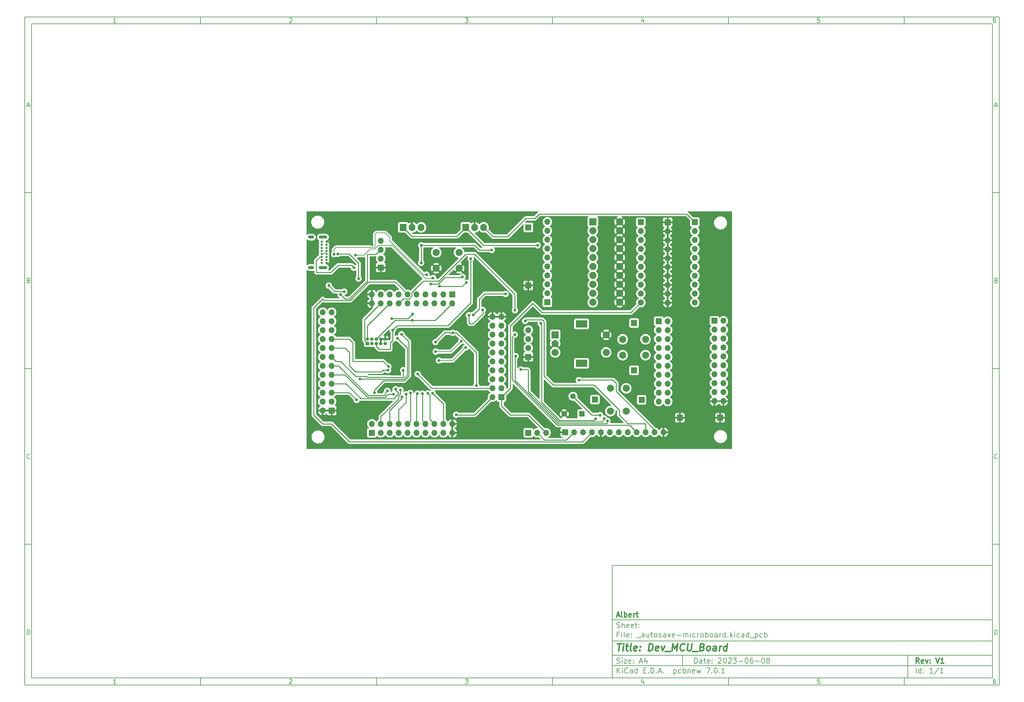
<source format=gbr>
%TF.GenerationSoftware,KiCad,Pcbnew,7.0.1*%
%TF.CreationDate,2023-06-08T12:37:53+02:00*%
%TF.ProjectId,_autosave-microboard,5f617574-6f73-4617-9665-2d6d6963726f,V1*%
%TF.SameCoordinates,Original*%
%TF.FileFunction,Copper,L2,Bot*%
%TF.FilePolarity,Positive*%
%FSLAX46Y46*%
G04 Gerber Fmt 4.6, Leading zero omitted, Abs format (unit mm)*
G04 Created by KiCad (PCBNEW 7.0.1) date 2023-06-08 12:37:53*
%MOMM*%
%LPD*%
G01*
G04 APERTURE LIST*
%ADD10C,0.100000*%
%ADD11C,0.150000*%
%ADD12C,0.300000*%
%ADD13C,0.400000*%
%TA.AperFunction,ComponentPad*%
%ADD14R,1.700000X1.700000*%
%TD*%
%TA.AperFunction,ComponentPad*%
%ADD15O,1.700000X1.700000*%
%TD*%
%TA.AperFunction,ComponentPad*%
%ADD16C,2.000000*%
%TD*%
%TA.AperFunction,ComponentPad*%
%ADD17C,0.650000*%
%TD*%
%TA.AperFunction,ComponentPad*%
%ADD18O,1.700000X0.900000*%
%TD*%
%TA.AperFunction,ComponentPad*%
%ADD19O,2.400000X0.900000*%
%TD*%
%TA.AperFunction,ComponentPad*%
%ADD20R,2.032000X2.032000*%
%TD*%
%TA.AperFunction,ComponentPad*%
%ADD21C,2.032000*%
%TD*%
%TA.AperFunction,ComponentPad*%
%ADD22R,1.905000X2.000000*%
%TD*%
%TA.AperFunction,ComponentPad*%
%ADD23O,1.905000X2.000000*%
%TD*%
%TA.AperFunction,ComponentPad*%
%ADD24R,2.000000X2.000000*%
%TD*%
%TA.AperFunction,ComponentPad*%
%ADD25R,3.200000X2.000000*%
%TD*%
%TA.AperFunction,ComponentPad*%
%ADD26R,1.560000X1.560000*%
%TD*%
%TA.AperFunction,ComponentPad*%
%ADD27C,1.560000*%
%TD*%
%TA.AperFunction,ComponentPad*%
%ADD28R,1.000000X1.000000*%
%TD*%
%TA.AperFunction,ComponentPad*%
%ADD29O,1.000000X1.000000*%
%TD*%
%TA.AperFunction,ViaPad*%
%ADD30C,0.800000*%
%TD*%
%TA.AperFunction,Conductor*%
%ADD31C,0.250000*%
%TD*%
%TA.AperFunction,Conductor*%
%ADD32C,0.200000*%
%TD*%
G04 APERTURE END LIST*
D10*
D11*
X177002200Y-166007200D02*
X285002200Y-166007200D01*
X285002200Y-198007200D01*
X177002200Y-198007200D01*
X177002200Y-166007200D01*
D10*
D11*
X10000000Y-10000000D02*
X287002200Y-10000000D01*
X287002200Y-200007200D01*
X10000000Y-200007200D01*
X10000000Y-10000000D01*
D10*
D11*
X12000000Y-12000000D02*
X285002200Y-12000000D01*
X285002200Y-198007200D01*
X12000000Y-198007200D01*
X12000000Y-12000000D01*
D10*
D11*
X60000000Y-12000000D02*
X60000000Y-10000000D01*
D10*
D11*
X110000000Y-12000000D02*
X110000000Y-10000000D01*
D10*
D11*
X160000000Y-12000000D02*
X160000000Y-10000000D01*
D10*
D11*
X210000000Y-12000000D02*
X210000000Y-10000000D01*
D10*
D11*
X260000000Y-12000000D02*
X260000000Y-10000000D01*
D10*
D11*
X35990476Y-11601404D02*
X35247619Y-11601404D01*
X35619047Y-11601404D02*
X35619047Y-10301404D01*
X35619047Y-10301404D02*
X35495238Y-10487119D01*
X35495238Y-10487119D02*
X35371428Y-10610928D01*
X35371428Y-10610928D02*
X35247619Y-10672833D01*
D10*
D11*
X85247619Y-10425214D02*
X85309523Y-10363309D01*
X85309523Y-10363309D02*
X85433333Y-10301404D01*
X85433333Y-10301404D02*
X85742857Y-10301404D01*
X85742857Y-10301404D02*
X85866666Y-10363309D01*
X85866666Y-10363309D02*
X85928571Y-10425214D01*
X85928571Y-10425214D02*
X85990476Y-10549023D01*
X85990476Y-10549023D02*
X85990476Y-10672833D01*
X85990476Y-10672833D02*
X85928571Y-10858547D01*
X85928571Y-10858547D02*
X85185714Y-11601404D01*
X85185714Y-11601404D02*
X85990476Y-11601404D01*
D10*
D11*
X135185714Y-10301404D02*
X135990476Y-10301404D01*
X135990476Y-10301404D02*
X135557142Y-10796642D01*
X135557142Y-10796642D02*
X135742857Y-10796642D01*
X135742857Y-10796642D02*
X135866666Y-10858547D01*
X135866666Y-10858547D02*
X135928571Y-10920452D01*
X135928571Y-10920452D02*
X135990476Y-11044261D01*
X135990476Y-11044261D02*
X135990476Y-11353785D01*
X135990476Y-11353785D02*
X135928571Y-11477595D01*
X135928571Y-11477595D02*
X135866666Y-11539500D01*
X135866666Y-11539500D02*
X135742857Y-11601404D01*
X135742857Y-11601404D02*
X135371428Y-11601404D01*
X135371428Y-11601404D02*
X135247619Y-11539500D01*
X135247619Y-11539500D02*
X135185714Y-11477595D01*
D10*
D11*
X185866666Y-10734738D02*
X185866666Y-11601404D01*
X185557142Y-10239500D02*
X185247619Y-11168071D01*
X185247619Y-11168071D02*
X186052380Y-11168071D01*
D10*
D11*
X235928571Y-10301404D02*
X235309523Y-10301404D01*
X235309523Y-10301404D02*
X235247619Y-10920452D01*
X235247619Y-10920452D02*
X235309523Y-10858547D01*
X235309523Y-10858547D02*
X235433333Y-10796642D01*
X235433333Y-10796642D02*
X235742857Y-10796642D01*
X235742857Y-10796642D02*
X235866666Y-10858547D01*
X235866666Y-10858547D02*
X235928571Y-10920452D01*
X235928571Y-10920452D02*
X235990476Y-11044261D01*
X235990476Y-11044261D02*
X235990476Y-11353785D01*
X235990476Y-11353785D02*
X235928571Y-11477595D01*
X235928571Y-11477595D02*
X235866666Y-11539500D01*
X235866666Y-11539500D02*
X235742857Y-11601404D01*
X235742857Y-11601404D02*
X235433333Y-11601404D01*
X235433333Y-11601404D02*
X235309523Y-11539500D01*
X235309523Y-11539500D02*
X235247619Y-11477595D01*
D10*
D11*
X285866666Y-10301404D02*
X285619047Y-10301404D01*
X285619047Y-10301404D02*
X285495238Y-10363309D01*
X285495238Y-10363309D02*
X285433333Y-10425214D01*
X285433333Y-10425214D02*
X285309523Y-10610928D01*
X285309523Y-10610928D02*
X285247619Y-10858547D01*
X285247619Y-10858547D02*
X285247619Y-11353785D01*
X285247619Y-11353785D02*
X285309523Y-11477595D01*
X285309523Y-11477595D02*
X285371428Y-11539500D01*
X285371428Y-11539500D02*
X285495238Y-11601404D01*
X285495238Y-11601404D02*
X285742857Y-11601404D01*
X285742857Y-11601404D02*
X285866666Y-11539500D01*
X285866666Y-11539500D02*
X285928571Y-11477595D01*
X285928571Y-11477595D02*
X285990476Y-11353785D01*
X285990476Y-11353785D02*
X285990476Y-11044261D01*
X285990476Y-11044261D02*
X285928571Y-10920452D01*
X285928571Y-10920452D02*
X285866666Y-10858547D01*
X285866666Y-10858547D02*
X285742857Y-10796642D01*
X285742857Y-10796642D02*
X285495238Y-10796642D01*
X285495238Y-10796642D02*
X285371428Y-10858547D01*
X285371428Y-10858547D02*
X285309523Y-10920452D01*
X285309523Y-10920452D02*
X285247619Y-11044261D01*
D10*
D11*
X60000000Y-198007200D02*
X60000000Y-200007200D01*
D10*
D11*
X110000000Y-198007200D02*
X110000000Y-200007200D01*
D10*
D11*
X160000000Y-198007200D02*
X160000000Y-200007200D01*
D10*
D11*
X210000000Y-198007200D02*
X210000000Y-200007200D01*
D10*
D11*
X260000000Y-198007200D02*
X260000000Y-200007200D01*
D10*
D11*
X35990476Y-199608604D02*
X35247619Y-199608604D01*
X35619047Y-199608604D02*
X35619047Y-198308604D01*
X35619047Y-198308604D02*
X35495238Y-198494319D01*
X35495238Y-198494319D02*
X35371428Y-198618128D01*
X35371428Y-198618128D02*
X35247619Y-198680033D01*
D10*
D11*
X85247619Y-198432414D02*
X85309523Y-198370509D01*
X85309523Y-198370509D02*
X85433333Y-198308604D01*
X85433333Y-198308604D02*
X85742857Y-198308604D01*
X85742857Y-198308604D02*
X85866666Y-198370509D01*
X85866666Y-198370509D02*
X85928571Y-198432414D01*
X85928571Y-198432414D02*
X85990476Y-198556223D01*
X85990476Y-198556223D02*
X85990476Y-198680033D01*
X85990476Y-198680033D02*
X85928571Y-198865747D01*
X85928571Y-198865747D02*
X85185714Y-199608604D01*
X85185714Y-199608604D02*
X85990476Y-199608604D01*
D10*
D11*
X135185714Y-198308604D02*
X135990476Y-198308604D01*
X135990476Y-198308604D02*
X135557142Y-198803842D01*
X135557142Y-198803842D02*
X135742857Y-198803842D01*
X135742857Y-198803842D02*
X135866666Y-198865747D01*
X135866666Y-198865747D02*
X135928571Y-198927652D01*
X135928571Y-198927652D02*
X135990476Y-199051461D01*
X135990476Y-199051461D02*
X135990476Y-199360985D01*
X135990476Y-199360985D02*
X135928571Y-199484795D01*
X135928571Y-199484795D02*
X135866666Y-199546700D01*
X135866666Y-199546700D02*
X135742857Y-199608604D01*
X135742857Y-199608604D02*
X135371428Y-199608604D01*
X135371428Y-199608604D02*
X135247619Y-199546700D01*
X135247619Y-199546700D02*
X135185714Y-199484795D01*
D10*
D11*
X185866666Y-198741938D02*
X185866666Y-199608604D01*
X185557142Y-198246700D02*
X185247619Y-199175271D01*
X185247619Y-199175271D02*
X186052380Y-199175271D01*
D10*
D11*
X235928571Y-198308604D02*
X235309523Y-198308604D01*
X235309523Y-198308604D02*
X235247619Y-198927652D01*
X235247619Y-198927652D02*
X235309523Y-198865747D01*
X235309523Y-198865747D02*
X235433333Y-198803842D01*
X235433333Y-198803842D02*
X235742857Y-198803842D01*
X235742857Y-198803842D02*
X235866666Y-198865747D01*
X235866666Y-198865747D02*
X235928571Y-198927652D01*
X235928571Y-198927652D02*
X235990476Y-199051461D01*
X235990476Y-199051461D02*
X235990476Y-199360985D01*
X235990476Y-199360985D02*
X235928571Y-199484795D01*
X235928571Y-199484795D02*
X235866666Y-199546700D01*
X235866666Y-199546700D02*
X235742857Y-199608604D01*
X235742857Y-199608604D02*
X235433333Y-199608604D01*
X235433333Y-199608604D02*
X235309523Y-199546700D01*
X235309523Y-199546700D02*
X235247619Y-199484795D01*
D10*
D11*
X285866666Y-198308604D02*
X285619047Y-198308604D01*
X285619047Y-198308604D02*
X285495238Y-198370509D01*
X285495238Y-198370509D02*
X285433333Y-198432414D01*
X285433333Y-198432414D02*
X285309523Y-198618128D01*
X285309523Y-198618128D02*
X285247619Y-198865747D01*
X285247619Y-198865747D02*
X285247619Y-199360985D01*
X285247619Y-199360985D02*
X285309523Y-199484795D01*
X285309523Y-199484795D02*
X285371428Y-199546700D01*
X285371428Y-199546700D02*
X285495238Y-199608604D01*
X285495238Y-199608604D02*
X285742857Y-199608604D01*
X285742857Y-199608604D02*
X285866666Y-199546700D01*
X285866666Y-199546700D02*
X285928571Y-199484795D01*
X285928571Y-199484795D02*
X285990476Y-199360985D01*
X285990476Y-199360985D02*
X285990476Y-199051461D01*
X285990476Y-199051461D02*
X285928571Y-198927652D01*
X285928571Y-198927652D02*
X285866666Y-198865747D01*
X285866666Y-198865747D02*
X285742857Y-198803842D01*
X285742857Y-198803842D02*
X285495238Y-198803842D01*
X285495238Y-198803842D02*
X285371428Y-198865747D01*
X285371428Y-198865747D02*
X285309523Y-198927652D01*
X285309523Y-198927652D02*
X285247619Y-199051461D01*
D10*
D11*
X10000000Y-60000000D02*
X12000000Y-60000000D01*
D10*
D11*
X10000000Y-110000000D02*
X12000000Y-110000000D01*
D10*
D11*
X10000000Y-160000000D02*
X12000000Y-160000000D01*
D10*
D11*
X10690476Y-35229976D02*
X11309523Y-35229976D01*
X10566666Y-35601404D02*
X10999999Y-34301404D01*
X10999999Y-34301404D02*
X11433333Y-35601404D01*
D10*
D11*
X11092857Y-84920452D02*
X11278571Y-84982357D01*
X11278571Y-84982357D02*
X11340476Y-85044261D01*
X11340476Y-85044261D02*
X11402380Y-85168071D01*
X11402380Y-85168071D02*
X11402380Y-85353785D01*
X11402380Y-85353785D02*
X11340476Y-85477595D01*
X11340476Y-85477595D02*
X11278571Y-85539500D01*
X11278571Y-85539500D02*
X11154761Y-85601404D01*
X11154761Y-85601404D02*
X10659523Y-85601404D01*
X10659523Y-85601404D02*
X10659523Y-84301404D01*
X10659523Y-84301404D02*
X11092857Y-84301404D01*
X11092857Y-84301404D02*
X11216666Y-84363309D01*
X11216666Y-84363309D02*
X11278571Y-84425214D01*
X11278571Y-84425214D02*
X11340476Y-84549023D01*
X11340476Y-84549023D02*
X11340476Y-84672833D01*
X11340476Y-84672833D02*
X11278571Y-84796642D01*
X11278571Y-84796642D02*
X11216666Y-84858547D01*
X11216666Y-84858547D02*
X11092857Y-84920452D01*
X11092857Y-84920452D02*
X10659523Y-84920452D01*
D10*
D11*
X11402380Y-135477595D02*
X11340476Y-135539500D01*
X11340476Y-135539500D02*
X11154761Y-135601404D01*
X11154761Y-135601404D02*
X11030952Y-135601404D01*
X11030952Y-135601404D02*
X10845238Y-135539500D01*
X10845238Y-135539500D02*
X10721428Y-135415690D01*
X10721428Y-135415690D02*
X10659523Y-135291880D01*
X10659523Y-135291880D02*
X10597619Y-135044261D01*
X10597619Y-135044261D02*
X10597619Y-134858547D01*
X10597619Y-134858547D02*
X10659523Y-134610928D01*
X10659523Y-134610928D02*
X10721428Y-134487119D01*
X10721428Y-134487119D02*
X10845238Y-134363309D01*
X10845238Y-134363309D02*
X11030952Y-134301404D01*
X11030952Y-134301404D02*
X11154761Y-134301404D01*
X11154761Y-134301404D02*
X11340476Y-134363309D01*
X11340476Y-134363309D02*
X11402380Y-134425214D01*
D10*
D11*
X10659523Y-185601404D02*
X10659523Y-184301404D01*
X10659523Y-184301404D02*
X10969047Y-184301404D01*
X10969047Y-184301404D02*
X11154761Y-184363309D01*
X11154761Y-184363309D02*
X11278571Y-184487119D01*
X11278571Y-184487119D02*
X11340476Y-184610928D01*
X11340476Y-184610928D02*
X11402380Y-184858547D01*
X11402380Y-184858547D02*
X11402380Y-185044261D01*
X11402380Y-185044261D02*
X11340476Y-185291880D01*
X11340476Y-185291880D02*
X11278571Y-185415690D01*
X11278571Y-185415690D02*
X11154761Y-185539500D01*
X11154761Y-185539500D02*
X10969047Y-185601404D01*
X10969047Y-185601404D02*
X10659523Y-185601404D01*
D10*
D11*
X287002200Y-60000000D02*
X285002200Y-60000000D01*
D10*
D11*
X287002200Y-110000000D02*
X285002200Y-110000000D01*
D10*
D11*
X287002200Y-160000000D02*
X285002200Y-160000000D01*
D10*
D11*
X285692676Y-35229976D02*
X286311723Y-35229976D01*
X285568866Y-35601404D02*
X286002199Y-34301404D01*
X286002199Y-34301404D02*
X286435533Y-35601404D01*
D10*
D11*
X286095057Y-84920452D02*
X286280771Y-84982357D01*
X286280771Y-84982357D02*
X286342676Y-85044261D01*
X286342676Y-85044261D02*
X286404580Y-85168071D01*
X286404580Y-85168071D02*
X286404580Y-85353785D01*
X286404580Y-85353785D02*
X286342676Y-85477595D01*
X286342676Y-85477595D02*
X286280771Y-85539500D01*
X286280771Y-85539500D02*
X286156961Y-85601404D01*
X286156961Y-85601404D02*
X285661723Y-85601404D01*
X285661723Y-85601404D02*
X285661723Y-84301404D01*
X285661723Y-84301404D02*
X286095057Y-84301404D01*
X286095057Y-84301404D02*
X286218866Y-84363309D01*
X286218866Y-84363309D02*
X286280771Y-84425214D01*
X286280771Y-84425214D02*
X286342676Y-84549023D01*
X286342676Y-84549023D02*
X286342676Y-84672833D01*
X286342676Y-84672833D02*
X286280771Y-84796642D01*
X286280771Y-84796642D02*
X286218866Y-84858547D01*
X286218866Y-84858547D02*
X286095057Y-84920452D01*
X286095057Y-84920452D02*
X285661723Y-84920452D01*
D10*
D11*
X286404580Y-135477595D02*
X286342676Y-135539500D01*
X286342676Y-135539500D02*
X286156961Y-135601404D01*
X286156961Y-135601404D02*
X286033152Y-135601404D01*
X286033152Y-135601404D02*
X285847438Y-135539500D01*
X285847438Y-135539500D02*
X285723628Y-135415690D01*
X285723628Y-135415690D02*
X285661723Y-135291880D01*
X285661723Y-135291880D02*
X285599819Y-135044261D01*
X285599819Y-135044261D02*
X285599819Y-134858547D01*
X285599819Y-134858547D02*
X285661723Y-134610928D01*
X285661723Y-134610928D02*
X285723628Y-134487119D01*
X285723628Y-134487119D02*
X285847438Y-134363309D01*
X285847438Y-134363309D02*
X286033152Y-134301404D01*
X286033152Y-134301404D02*
X286156961Y-134301404D01*
X286156961Y-134301404D02*
X286342676Y-134363309D01*
X286342676Y-134363309D02*
X286404580Y-134425214D01*
D10*
D11*
X285661723Y-185601404D02*
X285661723Y-184301404D01*
X285661723Y-184301404D02*
X285971247Y-184301404D01*
X285971247Y-184301404D02*
X286156961Y-184363309D01*
X286156961Y-184363309D02*
X286280771Y-184487119D01*
X286280771Y-184487119D02*
X286342676Y-184610928D01*
X286342676Y-184610928D02*
X286404580Y-184858547D01*
X286404580Y-184858547D02*
X286404580Y-185044261D01*
X286404580Y-185044261D02*
X286342676Y-185291880D01*
X286342676Y-185291880D02*
X286280771Y-185415690D01*
X286280771Y-185415690D02*
X286156961Y-185539500D01*
X286156961Y-185539500D02*
X285971247Y-185601404D01*
X285971247Y-185601404D02*
X285661723Y-185601404D01*
D10*
D11*
X200359342Y-193801128D02*
X200359342Y-192301128D01*
X200359342Y-192301128D02*
X200716485Y-192301128D01*
X200716485Y-192301128D02*
X200930771Y-192372557D01*
X200930771Y-192372557D02*
X201073628Y-192515414D01*
X201073628Y-192515414D02*
X201145057Y-192658271D01*
X201145057Y-192658271D02*
X201216485Y-192943985D01*
X201216485Y-192943985D02*
X201216485Y-193158271D01*
X201216485Y-193158271D02*
X201145057Y-193443985D01*
X201145057Y-193443985D02*
X201073628Y-193586842D01*
X201073628Y-193586842D02*
X200930771Y-193729700D01*
X200930771Y-193729700D02*
X200716485Y-193801128D01*
X200716485Y-193801128D02*
X200359342Y-193801128D01*
X202502200Y-193801128D02*
X202502200Y-193015414D01*
X202502200Y-193015414D02*
X202430771Y-192872557D01*
X202430771Y-192872557D02*
X202287914Y-192801128D01*
X202287914Y-192801128D02*
X202002200Y-192801128D01*
X202002200Y-192801128D02*
X201859342Y-192872557D01*
X202502200Y-193729700D02*
X202359342Y-193801128D01*
X202359342Y-193801128D02*
X202002200Y-193801128D01*
X202002200Y-193801128D02*
X201859342Y-193729700D01*
X201859342Y-193729700D02*
X201787914Y-193586842D01*
X201787914Y-193586842D02*
X201787914Y-193443985D01*
X201787914Y-193443985D02*
X201859342Y-193301128D01*
X201859342Y-193301128D02*
X202002200Y-193229700D01*
X202002200Y-193229700D02*
X202359342Y-193229700D01*
X202359342Y-193229700D02*
X202502200Y-193158271D01*
X203002200Y-192801128D02*
X203573628Y-192801128D01*
X203216485Y-192301128D02*
X203216485Y-193586842D01*
X203216485Y-193586842D02*
X203287914Y-193729700D01*
X203287914Y-193729700D02*
X203430771Y-193801128D01*
X203430771Y-193801128D02*
X203573628Y-193801128D01*
X204645057Y-193729700D02*
X204502200Y-193801128D01*
X204502200Y-193801128D02*
X204216486Y-193801128D01*
X204216486Y-193801128D02*
X204073628Y-193729700D01*
X204073628Y-193729700D02*
X204002200Y-193586842D01*
X204002200Y-193586842D02*
X204002200Y-193015414D01*
X204002200Y-193015414D02*
X204073628Y-192872557D01*
X204073628Y-192872557D02*
X204216486Y-192801128D01*
X204216486Y-192801128D02*
X204502200Y-192801128D01*
X204502200Y-192801128D02*
X204645057Y-192872557D01*
X204645057Y-192872557D02*
X204716486Y-193015414D01*
X204716486Y-193015414D02*
X204716486Y-193158271D01*
X204716486Y-193158271D02*
X204002200Y-193301128D01*
X205359342Y-193658271D02*
X205430771Y-193729700D01*
X205430771Y-193729700D02*
X205359342Y-193801128D01*
X205359342Y-193801128D02*
X205287914Y-193729700D01*
X205287914Y-193729700D02*
X205359342Y-193658271D01*
X205359342Y-193658271D02*
X205359342Y-193801128D01*
X205359342Y-192872557D02*
X205430771Y-192943985D01*
X205430771Y-192943985D02*
X205359342Y-193015414D01*
X205359342Y-193015414D02*
X205287914Y-192943985D01*
X205287914Y-192943985D02*
X205359342Y-192872557D01*
X205359342Y-192872557D02*
X205359342Y-193015414D01*
X207145057Y-192443985D02*
X207216485Y-192372557D01*
X207216485Y-192372557D02*
X207359343Y-192301128D01*
X207359343Y-192301128D02*
X207716485Y-192301128D01*
X207716485Y-192301128D02*
X207859343Y-192372557D01*
X207859343Y-192372557D02*
X207930771Y-192443985D01*
X207930771Y-192443985D02*
X208002200Y-192586842D01*
X208002200Y-192586842D02*
X208002200Y-192729700D01*
X208002200Y-192729700D02*
X207930771Y-192943985D01*
X207930771Y-192943985D02*
X207073628Y-193801128D01*
X207073628Y-193801128D02*
X208002200Y-193801128D01*
X208930771Y-192301128D02*
X209073628Y-192301128D01*
X209073628Y-192301128D02*
X209216485Y-192372557D01*
X209216485Y-192372557D02*
X209287914Y-192443985D01*
X209287914Y-192443985D02*
X209359342Y-192586842D01*
X209359342Y-192586842D02*
X209430771Y-192872557D01*
X209430771Y-192872557D02*
X209430771Y-193229700D01*
X209430771Y-193229700D02*
X209359342Y-193515414D01*
X209359342Y-193515414D02*
X209287914Y-193658271D01*
X209287914Y-193658271D02*
X209216485Y-193729700D01*
X209216485Y-193729700D02*
X209073628Y-193801128D01*
X209073628Y-193801128D02*
X208930771Y-193801128D01*
X208930771Y-193801128D02*
X208787914Y-193729700D01*
X208787914Y-193729700D02*
X208716485Y-193658271D01*
X208716485Y-193658271D02*
X208645056Y-193515414D01*
X208645056Y-193515414D02*
X208573628Y-193229700D01*
X208573628Y-193229700D02*
X208573628Y-192872557D01*
X208573628Y-192872557D02*
X208645056Y-192586842D01*
X208645056Y-192586842D02*
X208716485Y-192443985D01*
X208716485Y-192443985D02*
X208787914Y-192372557D01*
X208787914Y-192372557D02*
X208930771Y-192301128D01*
X210002199Y-192443985D02*
X210073627Y-192372557D01*
X210073627Y-192372557D02*
X210216485Y-192301128D01*
X210216485Y-192301128D02*
X210573627Y-192301128D01*
X210573627Y-192301128D02*
X210716485Y-192372557D01*
X210716485Y-192372557D02*
X210787913Y-192443985D01*
X210787913Y-192443985D02*
X210859342Y-192586842D01*
X210859342Y-192586842D02*
X210859342Y-192729700D01*
X210859342Y-192729700D02*
X210787913Y-192943985D01*
X210787913Y-192943985D02*
X209930770Y-193801128D01*
X209930770Y-193801128D02*
X210859342Y-193801128D01*
X211359341Y-192301128D02*
X212287913Y-192301128D01*
X212287913Y-192301128D02*
X211787913Y-192872557D01*
X211787913Y-192872557D02*
X212002198Y-192872557D01*
X212002198Y-192872557D02*
X212145056Y-192943985D01*
X212145056Y-192943985D02*
X212216484Y-193015414D01*
X212216484Y-193015414D02*
X212287913Y-193158271D01*
X212287913Y-193158271D02*
X212287913Y-193515414D01*
X212287913Y-193515414D02*
X212216484Y-193658271D01*
X212216484Y-193658271D02*
X212145056Y-193729700D01*
X212145056Y-193729700D02*
X212002198Y-193801128D01*
X212002198Y-193801128D02*
X211573627Y-193801128D01*
X211573627Y-193801128D02*
X211430770Y-193729700D01*
X211430770Y-193729700D02*
X211359341Y-193658271D01*
X212930769Y-193229700D02*
X214073627Y-193229700D01*
X215073627Y-192301128D02*
X215216484Y-192301128D01*
X215216484Y-192301128D02*
X215359341Y-192372557D01*
X215359341Y-192372557D02*
X215430770Y-192443985D01*
X215430770Y-192443985D02*
X215502198Y-192586842D01*
X215502198Y-192586842D02*
X215573627Y-192872557D01*
X215573627Y-192872557D02*
X215573627Y-193229700D01*
X215573627Y-193229700D02*
X215502198Y-193515414D01*
X215502198Y-193515414D02*
X215430770Y-193658271D01*
X215430770Y-193658271D02*
X215359341Y-193729700D01*
X215359341Y-193729700D02*
X215216484Y-193801128D01*
X215216484Y-193801128D02*
X215073627Y-193801128D01*
X215073627Y-193801128D02*
X214930770Y-193729700D01*
X214930770Y-193729700D02*
X214859341Y-193658271D01*
X214859341Y-193658271D02*
X214787912Y-193515414D01*
X214787912Y-193515414D02*
X214716484Y-193229700D01*
X214716484Y-193229700D02*
X214716484Y-192872557D01*
X214716484Y-192872557D02*
X214787912Y-192586842D01*
X214787912Y-192586842D02*
X214859341Y-192443985D01*
X214859341Y-192443985D02*
X214930770Y-192372557D01*
X214930770Y-192372557D02*
X215073627Y-192301128D01*
X216859341Y-192301128D02*
X216573626Y-192301128D01*
X216573626Y-192301128D02*
X216430769Y-192372557D01*
X216430769Y-192372557D02*
X216359341Y-192443985D01*
X216359341Y-192443985D02*
X216216483Y-192658271D01*
X216216483Y-192658271D02*
X216145055Y-192943985D01*
X216145055Y-192943985D02*
X216145055Y-193515414D01*
X216145055Y-193515414D02*
X216216483Y-193658271D01*
X216216483Y-193658271D02*
X216287912Y-193729700D01*
X216287912Y-193729700D02*
X216430769Y-193801128D01*
X216430769Y-193801128D02*
X216716483Y-193801128D01*
X216716483Y-193801128D02*
X216859341Y-193729700D01*
X216859341Y-193729700D02*
X216930769Y-193658271D01*
X216930769Y-193658271D02*
X217002198Y-193515414D01*
X217002198Y-193515414D02*
X217002198Y-193158271D01*
X217002198Y-193158271D02*
X216930769Y-193015414D01*
X216930769Y-193015414D02*
X216859341Y-192943985D01*
X216859341Y-192943985D02*
X216716483Y-192872557D01*
X216716483Y-192872557D02*
X216430769Y-192872557D01*
X216430769Y-192872557D02*
X216287912Y-192943985D01*
X216287912Y-192943985D02*
X216216483Y-193015414D01*
X216216483Y-193015414D02*
X216145055Y-193158271D01*
X217645054Y-193229700D02*
X218787912Y-193229700D01*
X219787912Y-192301128D02*
X219930769Y-192301128D01*
X219930769Y-192301128D02*
X220073626Y-192372557D01*
X220073626Y-192372557D02*
X220145055Y-192443985D01*
X220145055Y-192443985D02*
X220216483Y-192586842D01*
X220216483Y-192586842D02*
X220287912Y-192872557D01*
X220287912Y-192872557D02*
X220287912Y-193229700D01*
X220287912Y-193229700D02*
X220216483Y-193515414D01*
X220216483Y-193515414D02*
X220145055Y-193658271D01*
X220145055Y-193658271D02*
X220073626Y-193729700D01*
X220073626Y-193729700D02*
X219930769Y-193801128D01*
X219930769Y-193801128D02*
X219787912Y-193801128D01*
X219787912Y-193801128D02*
X219645055Y-193729700D01*
X219645055Y-193729700D02*
X219573626Y-193658271D01*
X219573626Y-193658271D02*
X219502197Y-193515414D01*
X219502197Y-193515414D02*
X219430769Y-193229700D01*
X219430769Y-193229700D02*
X219430769Y-192872557D01*
X219430769Y-192872557D02*
X219502197Y-192586842D01*
X219502197Y-192586842D02*
X219573626Y-192443985D01*
X219573626Y-192443985D02*
X219645055Y-192372557D01*
X219645055Y-192372557D02*
X219787912Y-192301128D01*
X221145054Y-192943985D02*
X221002197Y-192872557D01*
X221002197Y-192872557D02*
X220930768Y-192801128D01*
X220930768Y-192801128D02*
X220859340Y-192658271D01*
X220859340Y-192658271D02*
X220859340Y-192586842D01*
X220859340Y-192586842D02*
X220930768Y-192443985D01*
X220930768Y-192443985D02*
X221002197Y-192372557D01*
X221002197Y-192372557D02*
X221145054Y-192301128D01*
X221145054Y-192301128D02*
X221430768Y-192301128D01*
X221430768Y-192301128D02*
X221573626Y-192372557D01*
X221573626Y-192372557D02*
X221645054Y-192443985D01*
X221645054Y-192443985D02*
X221716483Y-192586842D01*
X221716483Y-192586842D02*
X221716483Y-192658271D01*
X221716483Y-192658271D02*
X221645054Y-192801128D01*
X221645054Y-192801128D02*
X221573626Y-192872557D01*
X221573626Y-192872557D02*
X221430768Y-192943985D01*
X221430768Y-192943985D02*
X221145054Y-192943985D01*
X221145054Y-192943985D02*
X221002197Y-193015414D01*
X221002197Y-193015414D02*
X220930768Y-193086842D01*
X220930768Y-193086842D02*
X220859340Y-193229700D01*
X220859340Y-193229700D02*
X220859340Y-193515414D01*
X220859340Y-193515414D02*
X220930768Y-193658271D01*
X220930768Y-193658271D02*
X221002197Y-193729700D01*
X221002197Y-193729700D02*
X221145054Y-193801128D01*
X221145054Y-193801128D02*
X221430768Y-193801128D01*
X221430768Y-193801128D02*
X221573626Y-193729700D01*
X221573626Y-193729700D02*
X221645054Y-193658271D01*
X221645054Y-193658271D02*
X221716483Y-193515414D01*
X221716483Y-193515414D02*
X221716483Y-193229700D01*
X221716483Y-193229700D02*
X221645054Y-193086842D01*
X221645054Y-193086842D02*
X221573626Y-193015414D01*
X221573626Y-193015414D02*
X221430768Y-192943985D01*
D10*
D11*
X177002200Y-194507200D02*
X285002200Y-194507200D01*
D10*
D11*
X178359342Y-196601128D02*
X178359342Y-195101128D01*
X179216485Y-196601128D02*
X178573628Y-195743985D01*
X179216485Y-195101128D02*
X178359342Y-195958271D01*
X179859342Y-196601128D02*
X179859342Y-195601128D01*
X179859342Y-195101128D02*
X179787914Y-195172557D01*
X179787914Y-195172557D02*
X179859342Y-195243985D01*
X179859342Y-195243985D02*
X179930771Y-195172557D01*
X179930771Y-195172557D02*
X179859342Y-195101128D01*
X179859342Y-195101128D02*
X179859342Y-195243985D01*
X181430771Y-196458271D02*
X181359343Y-196529700D01*
X181359343Y-196529700D02*
X181145057Y-196601128D01*
X181145057Y-196601128D02*
X181002200Y-196601128D01*
X181002200Y-196601128D02*
X180787914Y-196529700D01*
X180787914Y-196529700D02*
X180645057Y-196386842D01*
X180645057Y-196386842D02*
X180573628Y-196243985D01*
X180573628Y-196243985D02*
X180502200Y-195958271D01*
X180502200Y-195958271D02*
X180502200Y-195743985D01*
X180502200Y-195743985D02*
X180573628Y-195458271D01*
X180573628Y-195458271D02*
X180645057Y-195315414D01*
X180645057Y-195315414D02*
X180787914Y-195172557D01*
X180787914Y-195172557D02*
X181002200Y-195101128D01*
X181002200Y-195101128D02*
X181145057Y-195101128D01*
X181145057Y-195101128D02*
X181359343Y-195172557D01*
X181359343Y-195172557D02*
X181430771Y-195243985D01*
X182716486Y-196601128D02*
X182716486Y-195815414D01*
X182716486Y-195815414D02*
X182645057Y-195672557D01*
X182645057Y-195672557D02*
X182502200Y-195601128D01*
X182502200Y-195601128D02*
X182216486Y-195601128D01*
X182216486Y-195601128D02*
X182073628Y-195672557D01*
X182716486Y-196529700D02*
X182573628Y-196601128D01*
X182573628Y-196601128D02*
X182216486Y-196601128D01*
X182216486Y-196601128D02*
X182073628Y-196529700D01*
X182073628Y-196529700D02*
X182002200Y-196386842D01*
X182002200Y-196386842D02*
X182002200Y-196243985D01*
X182002200Y-196243985D02*
X182073628Y-196101128D01*
X182073628Y-196101128D02*
X182216486Y-196029700D01*
X182216486Y-196029700D02*
X182573628Y-196029700D01*
X182573628Y-196029700D02*
X182716486Y-195958271D01*
X184073629Y-196601128D02*
X184073629Y-195101128D01*
X184073629Y-196529700D02*
X183930771Y-196601128D01*
X183930771Y-196601128D02*
X183645057Y-196601128D01*
X183645057Y-196601128D02*
X183502200Y-196529700D01*
X183502200Y-196529700D02*
X183430771Y-196458271D01*
X183430771Y-196458271D02*
X183359343Y-196315414D01*
X183359343Y-196315414D02*
X183359343Y-195886842D01*
X183359343Y-195886842D02*
X183430771Y-195743985D01*
X183430771Y-195743985D02*
X183502200Y-195672557D01*
X183502200Y-195672557D02*
X183645057Y-195601128D01*
X183645057Y-195601128D02*
X183930771Y-195601128D01*
X183930771Y-195601128D02*
X184073629Y-195672557D01*
X185930771Y-195815414D02*
X186430771Y-195815414D01*
X186645057Y-196601128D02*
X185930771Y-196601128D01*
X185930771Y-196601128D02*
X185930771Y-195101128D01*
X185930771Y-195101128D02*
X186645057Y-195101128D01*
X187287914Y-196458271D02*
X187359343Y-196529700D01*
X187359343Y-196529700D02*
X187287914Y-196601128D01*
X187287914Y-196601128D02*
X187216486Y-196529700D01*
X187216486Y-196529700D02*
X187287914Y-196458271D01*
X187287914Y-196458271D02*
X187287914Y-196601128D01*
X188002200Y-196601128D02*
X188002200Y-195101128D01*
X188002200Y-195101128D02*
X188359343Y-195101128D01*
X188359343Y-195101128D02*
X188573629Y-195172557D01*
X188573629Y-195172557D02*
X188716486Y-195315414D01*
X188716486Y-195315414D02*
X188787915Y-195458271D01*
X188787915Y-195458271D02*
X188859343Y-195743985D01*
X188859343Y-195743985D02*
X188859343Y-195958271D01*
X188859343Y-195958271D02*
X188787915Y-196243985D01*
X188787915Y-196243985D02*
X188716486Y-196386842D01*
X188716486Y-196386842D02*
X188573629Y-196529700D01*
X188573629Y-196529700D02*
X188359343Y-196601128D01*
X188359343Y-196601128D02*
X188002200Y-196601128D01*
X189502200Y-196458271D02*
X189573629Y-196529700D01*
X189573629Y-196529700D02*
X189502200Y-196601128D01*
X189502200Y-196601128D02*
X189430772Y-196529700D01*
X189430772Y-196529700D02*
X189502200Y-196458271D01*
X189502200Y-196458271D02*
X189502200Y-196601128D01*
X190145058Y-196172557D02*
X190859344Y-196172557D01*
X190002201Y-196601128D02*
X190502201Y-195101128D01*
X190502201Y-195101128D02*
X191002201Y-196601128D01*
X191502200Y-196458271D02*
X191573629Y-196529700D01*
X191573629Y-196529700D02*
X191502200Y-196601128D01*
X191502200Y-196601128D02*
X191430772Y-196529700D01*
X191430772Y-196529700D02*
X191502200Y-196458271D01*
X191502200Y-196458271D02*
X191502200Y-196601128D01*
X194502200Y-195601128D02*
X194502200Y-197101128D01*
X194502200Y-195672557D02*
X194645058Y-195601128D01*
X194645058Y-195601128D02*
X194930772Y-195601128D01*
X194930772Y-195601128D02*
X195073629Y-195672557D01*
X195073629Y-195672557D02*
X195145058Y-195743985D01*
X195145058Y-195743985D02*
X195216486Y-195886842D01*
X195216486Y-195886842D02*
X195216486Y-196315414D01*
X195216486Y-196315414D02*
X195145058Y-196458271D01*
X195145058Y-196458271D02*
X195073629Y-196529700D01*
X195073629Y-196529700D02*
X194930772Y-196601128D01*
X194930772Y-196601128D02*
X194645058Y-196601128D01*
X194645058Y-196601128D02*
X194502200Y-196529700D01*
X196502201Y-196529700D02*
X196359343Y-196601128D01*
X196359343Y-196601128D02*
X196073629Y-196601128D01*
X196073629Y-196601128D02*
X195930772Y-196529700D01*
X195930772Y-196529700D02*
X195859343Y-196458271D01*
X195859343Y-196458271D02*
X195787915Y-196315414D01*
X195787915Y-196315414D02*
X195787915Y-195886842D01*
X195787915Y-195886842D02*
X195859343Y-195743985D01*
X195859343Y-195743985D02*
X195930772Y-195672557D01*
X195930772Y-195672557D02*
X196073629Y-195601128D01*
X196073629Y-195601128D02*
X196359343Y-195601128D01*
X196359343Y-195601128D02*
X196502201Y-195672557D01*
X197145057Y-196601128D02*
X197145057Y-195101128D01*
X197145057Y-195672557D02*
X197287915Y-195601128D01*
X197287915Y-195601128D02*
X197573629Y-195601128D01*
X197573629Y-195601128D02*
X197716486Y-195672557D01*
X197716486Y-195672557D02*
X197787915Y-195743985D01*
X197787915Y-195743985D02*
X197859343Y-195886842D01*
X197859343Y-195886842D02*
X197859343Y-196315414D01*
X197859343Y-196315414D02*
X197787915Y-196458271D01*
X197787915Y-196458271D02*
X197716486Y-196529700D01*
X197716486Y-196529700D02*
X197573629Y-196601128D01*
X197573629Y-196601128D02*
X197287915Y-196601128D01*
X197287915Y-196601128D02*
X197145057Y-196529700D01*
X198502200Y-195601128D02*
X198502200Y-196601128D01*
X198502200Y-195743985D02*
X198573629Y-195672557D01*
X198573629Y-195672557D02*
X198716486Y-195601128D01*
X198716486Y-195601128D02*
X198930772Y-195601128D01*
X198930772Y-195601128D02*
X199073629Y-195672557D01*
X199073629Y-195672557D02*
X199145058Y-195815414D01*
X199145058Y-195815414D02*
X199145058Y-196601128D01*
X200430772Y-196529700D02*
X200287915Y-196601128D01*
X200287915Y-196601128D02*
X200002201Y-196601128D01*
X200002201Y-196601128D02*
X199859343Y-196529700D01*
X199859343Y-196529700D02*
X199787915Y-196386842D01*
X199787915Y-196386842D02*
X199787915Y-195815414D01*
X199787915Y-195815414D02*
X199859343Y-195672557D01*
X199859343Y-195672557D02*
X200002201Y-195601128D01*
X200002201Y-195601128D02*
X200287915Y-195601128D01*
X200287915Y-195601128D02*
X200430772Y-195672557D01*
X200430772Y-195672557D02*
X200502201Y-195815414D01*
X200502201Y-195815414D02*
X200502201Y-195958271D01*
X200502201Y-195958271D02*
X199787915Y-196101128D01*
X201002200Y-195601128D02*
X201287915Y-196601128D01*
X201287915Y-196601128D02*
X201573629Y-195886842D01*
X201573629Y-195886842D02*
X201859343Y-196601128D01*
X201859343Y-196601128D02*
X202145057Y-195601128D01*
X203716486Y-195101128D02*
X204716486Y-195101128D01*
X204716486Y-195101128D02*
X204073629Y-196601128D01*
X205287914Y-196458271D02*
X205359343Y-196529700D01*
X205359343Y-196529700D02*
X205287914Y-196601128D01*
X205287914Y-196601128D02*
X205216486Y-196529700D01*
X205216486Y-196529700D02*
X205287914Y-196458271D01*
X205287914Y-196458271D02*
X205287914Y-196601128D01*
X206287915Y-195101128D02*
X206430772Y-195101128D01*
X206430772Y-195101128D02*
X206573629Y-195172557D01*
X206573629Y-195172557D02*
X206645058Y-195243985D01*
X206645058Y-195243985D02*
X206716486Y-195386842D01*
X206716486Y-195386842D02*
X206787915Y-195672557D01*
X206787915Y-195672557D02*
X206787915Y-196029700D01*
X206787915Y-196029700D02*
X206716486Y-196315414D01*
X206716486Y-196315414D02*
X206645058Y-196458271D01*
X206645058Y-196458271D02*
X206573629Y-196529700D01*
X206573629Y-196529700D02*
X206430772Y-196601128D01*
X206430772Y-196601128D02*
X206287915Y-196601128D01*
X206287915Y-196601128D02*
X206145058Y-196529700D01*
X206145058Y-196529700D02*
X206073629Y-196458271D01*
X206073629Y-196458271D02*
X206002200Y-196315414D01*
X206002200Y-196315414D02*
X205930772Y-196029700D01*
X205930772Y-196029700D02*
X205930772Y-195672557D01*
X205930772Y-195672557D02*
X206002200Y-195386842D01*
X206002200Y-195386842D02*
X206073629Y-195243985D01*
X206073629Y-195243985D02*
X206145058Y-195172557D01*
X206145058Y-195172557D02*
X206287915Y-195101128D01*
X207430771Y-196458271D02*
X207502200Y-196529700D01*
X207502200Y-196529700D02*
X207430771Y-196601128D01*
X207430771Y-196601128D02*
X207359343Y-196529700D01*
X207359343Y-196529700D02*
X207430771Y-196458271D01*
X207430771Y-196458271D02*
X207430771Y-196601128D01*
X208930772Y-196601128D02*
X208073629Y-196601128D01*
X208502200Y-196601128D02*
X208502200Y-195101128D01*
X208502200Y-195101128D02*
X208359343Y-195315414D01*
X208359343Y-195315414D02*
X208216486Y-195458271D01*
X208216486Y-195458271D02*
X208073629Y-195529700D01*
D10*
D11*
X177002200Y-191507200D02*
X285002200Y-191507200D01*
D10*
D12*
X264216485Y-193801128D02*
X263716485Y-193086842D01*
X263359342Y-193801128D02*
X263359342Y-192301128D01*
X263359342Y-192301128D02*
X263930771Y-192301128D01*
X263930771Y-192301128D02*
X264073628Y-192372557D01*
X264073628Y-192372557D02*
X264145057Y-192443985D01*
X264145057Y-192443985D02*
X264216485Y-192586842D01*
X264216485Y-192586842D02*
X264216485Y-192801128D01*
X264216485Y-192801128D02*
X264145057Y-192943985D01*
X264145057Y-192943985D02*
X264073628Y-193015414D01*
X264073628Y-193015414D02*
X263930771Y-193086842D01*
X263930771Y-193086842D02*
X263359342Y-193086842D01*
X265430771Y-193729700D02*
X265287914Y-193801128D01*
X265287914Y-193801128D02*
X265002200Y-193801128D01*
X265002200Y-193801128D02*
X264859342Y-193729700D01*
X264859342Y-193729700D02*
X264787914Y-193586842D01*
X264787914Y-193586842D02*
X264787914Y-193015414D01*
X264787914Y-193015414D02*
X264859342Y-192872557D01*
X264859342Y-192872557D02*
X265002200Y-192801128D01*
X265002200Y-192801128D02*
X265287914Y-192801128D01*
X265287914Y-192801128D02*
X265430771Y-192872557D01*
X265430771Y-192872557D02*
X265502200Y-193015414D01*
X265502200Y-193015414D02*
X265502200Y-193158271D01*
X265502200Y-193158271D02*
X264787914Y-193301128D01*
X266002199Y-192801128D02*
X266359342Y-193801128D01*
X266359342Y-193801128D02*
X266716485Y-192801128D01*
X267287913Y-193658271D02*
X267359342Y-193729700D01*
X267359342Y-193729700D02*
X267287913Y-193801128D01*
X267287913Y-193801128D02*
X267216485Y-193729700D01*
X267216485Y-193729700D02*
X267287913Y-193658271D01*
X267287913Y-193658271D02*
X267287913Y-193801128D01*
X267287913Y-192872557D02*
X267359342Y-192943985D01*
X267359342Y-192943985D02*
X267287913Y-193015414D01*
X267287913Y-193015414D02*
X267216485Y-192943985D01*
X267216485Y-192943985D02*
X267287913Y-192872557D01*
X267287913Y-192872557D02*
X267287913Y-193015414D01*
X268930771Y-192301128D02*
X269430771Y-193801128D01*
X269430771Y-193801128D02*
X269930771Y-192301128D01*
X271216485Y-193801128D02*
X270359342Y-193801128D01*
X270787913Y-193801128D02*
X270787913Y-192301128D01*
X270787913Y-192301128D02*
X270645056Y-192515414D01*
X270645056Y-192515414D02*
X270502199Y-192658271D01*
X270502199Y-192658271D02*
X270359342Y-192729700D01*
D10*
D11*
X178287914Y-193729700D02*
X178502200Y-193801128D01*
X178502200Y-193801128D02*
X178859342Y-193801128D01*
X178859342Y-193801128D02*
X179002200Y-193729700D01*
X179002200Y-193729700D02*
X179073628Y-193658271D01*
X179073628Y-193658271D02*
X179145057Y-193515414D01*
X179145057Y-193515414D02*
X179145057Y-193372557D01*
X179145057Y-193372557D02*
X179073628Y-193229700D01*
X179073628Y-193229700D02*
X179002200Y-193158271D01*
X179002200Y-193158271D02*
X178859342Y-193086842D01*
X178859342Y-193086842D02*
X178573628Y-193015414D01*
X178573628Y-193015414D02*
X178430771Y-192943985D01*
X178430771Y-192943985D02*
X178359342Y-192872557D01*
X178359342Y-192872557D02*
X178287914Y-192729700D01*
X178287914Y-192729700D02*
X178287914Y-192586842D01*
X178287914Y-192586842D02*
X178359342Y-192443985D01*
X178359342Y-192443985D02*
X178430771Y-192372557D01*
X178430771Y-192372557D02*
X178573628Y-192301128D01*
X178573628Y-192301128D02*
X178930771Y-192301128D01*
X178930771Y-192301128D02*
X179145057Y-192372557D01*
X179787913Y-193801128D02*
X179787913Y-192801128D01*
X179787913Y-192301128D02*
X179716485Y-192372557D01*
X179716485Y-192372557D02*
X179787913Y-192443985D01*
X179787913Y-192443985D02*
X179859342Y-192372557D01*
X179859342Y-192372557D02*
X179787913Y-192301128D01*
X179787913Y-192301128D02*
X179787913Y-192443985D01*
X180359342Y-192801128D02*
X181145057Y-192801128D01*
X181145057Y-192801128D02*
X180359342Y-193801128D01*
X180359342Y-193801128D02*
X181145057Y-193801128D01*
X182287914Y-193729700D02*
X182145057Y-193801128D01*
X182145057Y-193801128D02*
X181859343Y-193801128D01*
X181859343Y-193801128D02*
X181716485Y-193729700D01*
X181716485Y-193729700D02*
X181645057Y-193586842D01*
X181645057Y-193586842D02*
X181645057Y-193015414D01*
X181645057Y-193015414D02*
X181716485Y-192872557D01*
X181716485Y-192872557D02*
X181859343Y-192801128D01*
X181859343Y-192801128D02*
X182145057Y-192801128D01*
X182145057Y-192801128D02*
X182287914Y-192872557D01*
X182287914Y-192872557D02*
X182359343Y-193015414D01*
X182359343Y-193015414D02*
X182359343Y-193158271D01*
X182359343Y-193158271D02*
X181645057Y-193301128D01*
X183002199Y-193658271D02*
X183073628Y-193729700D01*
X183073628Y-193729700D02*
X183002199Y-193801128D01*
X183002199Y-193801128D02*
X182930771Y-193729700D01*
X182930771Y-193729700D02*
X183002199Y-193658271D01*
X183002199Y-193658271D02*
X183002199Y-193801128D01*
X183002199Y-192872557D02*
X183073628Y-192943985D01*
X183073628Y-192943985D02*
X183002199Y-193015414D01*
X183002199Y-193015414D02*
X182930771Y-192943985D01*
X182930771Y-192943985D02*
X183002199Y-192872557D01*
X183002199Y-192872557D02*
X183002199Y-193015414D01*
X184787914Y-193372557D02*
X185502200Y-193372557D01*
X184645057Y-193801128D02*
X185145057Y-192301128D01*
X185145057Y-192301128D02*
X185645057Y-193801128D01*
X186787914Y-192801128D02*
X186787914Y-193801128D01*
X186430771Y-192229700D02*
X186073628Y-193301128D01*
X186073628Y-193301128D02*
X187002199Y-193301128D01*
D10*
D11*
X263359342Y-196601128D02*
X263359342Y-195101128D01*
X264716486Y-196601128D02*
X264716486Y-195101128D01*
X264716486Y-196529700D02*
X264573628Y-196601128D01*
X264573628Y-196601128D02*
X264287914Y-196601128D01*
X264287914Y-196601128D02*
X264145057Y-196529700D01*
X264145057Y-196529700D02*
X264073628Y-196458271D01*
X264073628Y-196458271D02*
X264002200Y-196315414D01*
X264002200Y-196315414D02*
X264002200Y-195886842D01*
X264002200Y-195886842D02*
X264073628Y-195743985D01*
X264073628Y-195743985D02*
X264145057Y-195672557D01*
X264145057Y-195672557D02*
X264287914Y-195601128D01*
X264287914Y-195601128D02*
X264573628Y-195601128D01*
X264573628Y-195601128D02*
X264716486Y-195672557D01*
X265430771Y-196458271D02*
X265502200Y-196529700D01*
X265502200Y-196529700D02*
X265430771Y-196601128D01*
X265430771Y-196601128D02*
X265359343Y-196529700D01*
X265359343Y-196529700D02*
X265430771Y-196458271D01*
X265430771Y-196458271D02*
X265430771Y-196601128D01*
X265430771Y-195672557D02*
X265502200Y-195743985D01*
X265502200Y-195743985D02*
X265430771Y-195815414D01*
X265430771Y-195815414D02*
X265359343Y-195743985D01*
X265359343Y-195743985D02*
X265430771Y-195672557D01*
X265430771Y-195672557D02*
X265430771Y-195815414D01*
X268073629Y-196601128D02*
X267216486Y-196601128D01*
X267645057Y-196601128D02*
X267645057Y-195101128D01*
X267645057Y-195101128D02*
X267502200Y-195315414D01*
X267502200Y-195315414D02*
X267359343Y-195458271D01*
X267359343Y-195458271D02*
X267216486Y-195529700D01*
X269787914Y-195029700D02*
X268502200Y-196958271D01*
X271073629Y-196601128D02*
X270216486Y-196601128D01*
X270645057Y-196601128D02*
X270645057Y-195101128D01*
X270645057Y-195101128D02*
X270502200Y-195315414D01*
X270502200Y-195315414D02*
X270359343Y-195458271D01*
X270359343Y-195458271D02*
X270216486Y-195529700D01*
D10*
D11*
X177002200Y-187507200D02*
X285002200Y-187507200D01*
D10*
D13*
X178430771Y-188232438D02*
X179573628Y-188232438D01*
X178752200Y-190232438D02*
X179002200Y-188232438D01*
X179978390Y-190232438D02*
X180145057Y-188899104D01*
X180228390Y-188232438D02*
X180121247Y-188327676D01*
X180121247Y-188327676D02*
X180204581Y-188422914D01*
X180204581Y-188422914D02*
X180311724Y-188327676D01*
X180311724Y-188327676D02*
X180228390Y-188232438D01*
X180228390Y-188232438D02*
X180204581Y-188422914D01*
X180799819Y-188899104D02*
X181561723Y-188899104D01*
X181168866Y-188232438D02*
X180954581Y-189946723D01*
X180954581Y-189946723D02*
X181026009Y-190137200D01*
X181026009Y-190137200D02*
X181204581Y-190232438D01*
X181204581Y-190232438D02*
X181395057Y-190232438D01*
X182335533Y-190232438D02*
X182156961Y-190137200D01*
X182156961Y-190137200D02*
X182085533Y-189946723D01*
X182085533Y-189946723D02*
X182299818Y-188232438D01*
X183859342Y-190137200D02*
X183656961Y-190232438D01*
X183656961Y-190232438D02*
X183276008Y-190232438D01*
X183276008Y-190232438D02*
X183097437Y-190137200D01*
X183097437Y-190137200D02*
X183026008Y-189946723D01*
X183026008Y-189946723D02*
X183121247Y-189184819D01*
X183121247Y-189184819D02*
X183240294Y-188994342D01*
X183240294Y-188994342D02*
X183442675Y-188899104D01*
X183442675Y-188899104D02*
X183823627Y-188899104D01*
X183823627Y-188899104D02*
X184002199Y-188994342D01*
X184002199Y-188994342D02*
X184073627Y-189184819D01*
X184073627Y-189184819D02*
X184049818Y-189375295D01*
X184049818Y-189375295D02*
X183073627Y-189565771D01*
X184811723Y-190041961D02*
X184895056Y-190137200D01*
X184895056Y-190137200D02*
X184787913Y-190232438D01*
X184787913Y-190232438D02*
X184704580Y-190137200D01*
X184704580Y-190137200D02*
X184811723Y-190041961D01*
X184811723Y-190041961D02*
X184787913Y-190232438D01*
X184942675Y-188994342D02*
X185026008Y-189089580D01*
X185026008Y-189089580D02*
X184918866Y-189184819D01*
X184918866Y-189184819D02*
X184835532Y-189089580D01*
X184835532Y-189089580D02*
X184942675Y-188994342D01*
X184942675Y-188994342D02*
X184918866Y-189184819D01*
X187252199Y-190232438D02*
X187502199Y-188232438D01*
X187502199Y-188232438D02*
X187978390Y-188232438D01*
X187978390Y-188232438D02*
X188252199Y-188327676D01*
X188252199Y-188327676D02*
X188418866Y-188518152D01*
X188418866Y-188518152D02*
X188490294Y-188708628D01*
X188490294Y-188708628D02*
X188537914Y-189089580D01*
X188537914Y-189089580D02*
X188502199Y-189375295D01*
X188502199Y-189375295D02*
X188359342Y-189756247D01*
X188359342Y-189756247D02*
X188240294Y-189946723D01*
X188240294Y-189946723D02*
X188026009Y-190137200D01*
X188026009Y-190137200D02*
X187728390Y-190232438D01*
X187728390Y-190232438D02*
X187252199Y-190232438D01*
X190014104Y-190137200D02*
X189811723Y-190232438D01*
X189811723Y-190232438D02*
X189430770Y-190232438D01*
X189430770Y-190232438D02*
X189252199Y-190137200D01*
X189252199Y-190137200D02*
X189180770Y-189946723D01*
X189180770Y-189946723D02*
X189276009Y-189184819D01*
X189276009Y-189184819D02*
X189395056Y-188994342D01*
X189395056Y-188994342D02*
X189597437Y-188899104D01*
X189597437Y-188899104D02*
X189978389Y-188899104D01*
X189978389Y-188899104D02*
X190156961Y-188994342D01*
X190156961Y-188994342D02*
X190228389Y-189184819D01*
X190228389Y-189184819D02*
X190204580Y-189375295D01*
X190204580Y-189375295D02*
X189228389Y-189565771D01*
X190918866Y-188899104D02*
X191228390Y-190232438D01*
X191228390Y-190232438D02*
X191871247Y-188899104D01*
X191954580Y-190422914D02*
X193478390Y-190422914D01*
X193942675Y-190232438D02*
X194192675Y-188232438D01*
X194192675Y-188232438D02*
X194680770Y-189661009D01*
X194680770Y-189661009D02*
X195526009Y-188232438D01*
X195526009Y-188232438D02*
X195276009Y-190232438D01*
X197383152Y-190041961D02*
X197276009Y-190137200D01*
X197276009Y-190137200D02*
X196978390Y-190232438D01*
X196978390Y-190232438D02*
X196787914Y-190232438D01*
X196787914Y-190232438D02*
X196514104Y-190137200D01*
X196514104Y-190137200D02*
X196347438Y-189946723D01*
X196347438Y-189946723D02*
X196276009Y-189756247D01*
X196276009Y-189756247D02*
X196228390Y-189375295D01*
X196228390Y-189375295D02*
X196264104Y-189089580D01*
X196264104Y-189089580D02*
X196406961Y-188708628D01*
X196406961Y-188708628D02*
X196526009Y-188518152D01*
X196526009Y-188518152D02*
X196740295Y-188327676D01*
X196740295Y-188327676D02*
X197037914Y-188232438D01*
X197037914Y-188232438D02*
X197228390Y-188232438D01*
X197228390Y-188232438D02*
X197502200Y-188327676D01*
X197502200Y-188327676D02*
X197585533Y-188422914D01*
X198454580Y-188232438D02*
X198252199Y-189851485D01*
X198252199Y-189851485D02*
X198323628Y-190041961D01*
X198323628Y-190041961D02*
X198406961Y-190137200D01*
X198406961Y-190137200D02*
X198585533Y-190232438D01*
X198585533Y-190232438D02*
X198966485Y-190232438D01*
X198966485Y-190232438D02*
X199168866Y-190137200D01*
X199168866Y-190137200D02*
X199276009Y-190041961D01*
X199276009Y-190041961D02*
X199395056Y-189851485D01*
X199395056Y-189851485D02*
X199597437Y-188232438D01*
X199787913Y-190422914D02*
X201311723Y-190422914D01*
X202573627Y-189184819D02*
X202847437Y-189280057D01*
X202847437Y-189280057D02*
X202930770Y-189375295D01*
X202930770Y-189375295D02*
X203002199Y-189565771D01*
X203002199Y-189565771D02*
X202966484Y-189851485D01*
X202966484Y-189851485D02*
X202847437Y-190041961D01*
X202847437Y-190041961D02*
X202740294Y-190137200D01*
X202740294Y-190137200D02*
X202537913Y-190232438D01*
X202537913Y-190232438D02*
X201776008Y-190232438D01*
X201776008Y-190232438D02*
X202026008Y-188232438D01*
X202026008Y-188232438D02*
X202692675Y-188232438D01*
X202692675Y-188232438D02*
X202871246Y-188327676D01*
X202871246Y-188327676D02*
X202954580Y-188422914D01*
X202954580Y-188422914D02*
X203026008Y-188613390D01*
X203026008Y-188613390D02*
X203002199Y-188803866D01*
X203002199Y-188803866D02*
X202883151Y-188994342D01*
X202883151Y-188994342D02*
X202776008Y-189089580D01*
X202776008Y-189089580D02*
X202573627Y-189184819D01*
X202573627Y-189184819D02*
X201906961Y-189184819D01*
X204049818Y-190232438D02*
X203871246Y-190137200D01*
X203871246Y-190137200D02*
X203787913Y-190041961D01*
X203787913Y-190041961D02*
X203716484Y-189851485D01*
X203716484Y-189851485D02*
X203787913Y-189280057D01*
X203787913Y-189280057D02*
X203906960Y-189089580D01*
X203906960Y-189089580D02*
X204014103Y-188994342D01*
X204014103Y-188994342D02*
X204216484Y-188899104D01*
X204216484Y-188899104D02*
X204502198Y-188899104D01*
X204502198Y-188899104D02*
X204680770Y-188994342D01*
X204680770Y-188994342D02*
X204764103Y-189089580D01*
X204764103Y-189089580D02*
X204835532Y-189280057D01*
X204835532Y-189280057D02*
X204764103Y-189851485D01*
X204764103Y-189851485D02*
X204645056Y-190041961D01*
X204645056Y-190041961D02*
X204537913Y-190137200D01*
X204537913Y-190137200D02*
X204335532Y-190232438D01*
X204335532Y-190232438D02*
X204049818Y-190232438D01*
X206418865Y-190232438D02*
X206549817Y-189184819D01*
X206549817Y-189184819D02*
X206478389Y-188994342D01*
X206478389Y-188994342D02*
X206299817Y-188899104D01*
X206299817Y-188899104D02*
X205918865Y-188899104D01*
X205918865Y-188899104D02*
X205716484Y-188994342D01*
X206430770Y-190137200D02*
X206228389Y-190232438D01*
X206228389Y-190232438D02*
X205752198Y-190232438D01*
X205752198Y-190232438D02*
X205573627Y-190137200D01*
X205573627Y-190137200D02*
X205502198Y-189946723D01*
X205502198Y-189946723D02*
X205526008Y-189756247D01*
X205526008Y-189756247D02*
X205645056Y-189565771D01*
X205645056Y-189565771D02*
X205847437Y-189470533D01*
X205847437Y-189470533D02*
X206323627Y-189470533D01*
X206323627Y-189470533D02*
X206526008Y-189375295D01*
X207359341Y-190232438D02*
X207526008Y-188899104D01*
X207478389Y-189280057D02*
X207597436Y-189089580D01*
X207597436Y-189089580D02*
X207704579Y-188994342D01*
X207704579Y-188994342D02*
X207906960Y-188899104D01*
X207906960Y-188899104D02*
X208097436Y-188899104D01*
X209442674Y-190232438D02*
X209692674Y-188232438D01*
X209454579Y-190137200D02*
X209252198Y-190232438D01*
X209252198Y-190232438D02*
X208871246Y-190232438D01*
X208871246Y-190232438D02*
X208692674Y-190137200D01*
X208692674Y-190137200D02*
X208609341Y-190041961D01*
X208609341Y-190041961D02*
X208537912Y-189851485D01*
X208537912Y-189851485D02*
X208609341Y-189280057D01*
X208609341Y-189280057D02*
X208728388Y-189089580D01*
X208728388Y-189089580D02*
X208835531Y-188994342D01*
X208835531Y-188994342D02*
X209037912Y-188899104D01*
X209037912Y-188899104D02*
X209418865Y-188899104D01*
X209418865Y-188899104D02*
X209597436Y-188994342D01*
D10*
D11*
X178859342Y-185615414D02*
X178359342Y-185615414D01*
X178359342Y-186401128D02*
X178359342Y-184901128D01*
X178359342Y-184901128D02*
X179073628Y-184901128D01*
X179645056Y-186401128D02*
X179645056Y-185401128D01*
X179645056Y-184901128D02*
X179573628Y-184972557D01*
X179573628Y-184972557D02*
X179645056Y-185043985D01*
X179645056Y-185043985D02*
X179716485Y-184972557D01*
X179716485Y-184972557D02*
X179645056Y-184901128D01*
X179645056Y-184901128D02*
X179645056Y-185043985D01*
X180573628Y-186401128D02*
X180430771Y-186329700D01*
X180430771Y-186329700D02*
X180359342Y-186186842D01*
X180359342Y-186186842D02*
X180359342Y-184901128D01*
X181716485Y-186329700D02*
X181573628Y-186401128D01*
X181573628Y-186401128D02*
X181287914Y-186401128D01*
X181287914Y-186401128D02*
X181145056Y-186329700D01*
X181145056Y-186329700D02*
X181073628Y-186186842D01*
X181073628Y-186186842D02*
X181073628Y-185615414D01*
X181073628Y-185615414D02*
X181145056Y-185472557D01*
X181145056Y-185472557D02*
X181287914Y-185401128D01*
X181287914Y-185401128D02*
X181573628Y-185401128D01*
X181573628Y-185401128D02*
X181716485Y-185472557D01*
X181716485Y-185472557D02*
X181787914Y-185615414D01*
X181787914Y-185615414D02*
X181787914Y-185758271D01*
X181787914Y-185758271D02*
X181073628Y-185901128D01*
X182430770Y-186258271D02*
X182502199Y-186329700D01*
X182502199Y-186329700D02*
X182430770Y-186401128D01*
X182430770Y-186401128D02*
X182359342Y-186329700D01*
X182359342Y-186329700D02*
X182430770Y-186258271D01*
X182430770Y-186258271D02*
X182430770Y-186401128D01*
X182430770Y-185472557D02*
X182502199Y-185543985D01*
X182502199Y-185543985D02*
X182430770Y-185615414D01*
X182430770Y-185615414D02*
X182359342Y-185543985D01*
X182359342Y-185543985D02*
X182430770Y-185472557D01*
X182430770Y-185472557D02*
X182430770Y-185615414D01*
X183930771Y-186543985D02*
X185073628Y-186543985D01*
X186073628Y-186401128D02*
X186073628Y-185615414D01*
X186073628Y-185615414D02*
X186002199Y-185472557D01*
X186002199Y-185472557D02*
X185859342Y-185401128D01*
X185859342Y-185401128D02*
X185573628Y-185401128D01*
X185573628Y-185401128D02*
X185430770Y-185472557D01*
X186073628Y-186329700D02*
X185930770Y-186401128D01*
X185930770Y-186401128D02*
X185573628Y-186401128D01*
X185573628Y-186401128D02*
X185430770Y-186329700D01*
X185430770Y-186329700D02*
X185359342Y-186186842D01*
X185359342Y-186186842D02*
X185359342Y-186043985D01*
X185359342Y-186043985D02*
X185430770Y-185901128D01*
X185430770Y-185901128D02*
X185573628Y-185829700D01*
X185573628Y-185829700D02*
X185930770Y-185829700D01*
X185930770Y-185829700D02*
X186073628Y-185758271D01*
X187430771Y-185401128D02*
X187430771Y-186401128D01*
X186787913Y-185401128D02*
X186787913Y-186186842D01*
X186787913Y-186186842D02*
X186859342Y-186329700D01*
X186859342Y-186329700D02*
X187002199Y-186401128D01*
X187002199Y-186401128D02*
X187216485Y-186401128D01*
X187216485Y-186401128D02*
X187359342Y-186329700D01*
X187359342Y-186329700D02*
X187430771Y-186258271D01*
X187930771Y-185401128D02*
X188502199Y-185401128D01*
X188145056Y-184901128D02*
X188145056Y-186186842D01*
X188145056Y-186186842D02*
X188216485Y-186329700D01*
X188216485Y-186329700D02*
X188359342Y-186401128D01*
X188359342Y-186401128D02*
X188502199Y-186401128D01*
X189216485Y-186401128D02*
X189073628Y-186329700D01*
X189073628Y-186329700D02*
X189002199Y-186258271D01*
X189002199Y-186258271D02*
X188930771Y-186115414D01*
X188930771Y-186115414D02*
X188930771Y-185686842D01*
X188930771Y-185686842D02*
X189002199Y-185543985D01*
X189002199Y-185543985D02*
X189073628Y-185472557D01*
X189073628Y-185472557D02*
X189216485Y-185401128D01*
X189216485Y-185401128D02*
X189430771Y-185401128D01*
X189430771Y-185401128D02*
X189573628Y-185472557D01*
X189573628Y-185472557D02*
X189645057Y-185543985D01*
X189645057Y-185543985D02*
X189716485Y-185686842D01*
X189716485Y-185686842D02*
X189716485Y-186115414D01*
X189716485Y-186115414D02*
X189645057Y-186258271D01*
X189645057Y-186258271D02*
X189573628Y-186329700D01*
X189573628Y-186329700D02*
X189430771Y-186401128D01*
X189430771Y-186401128D02*
X189216485Y-186401128D01*
X190287914Y-186329700D02*
X190430771Y-186401128D01*
X190430771Y-186401128D02*
X190716485Y-186401128D01*
X190716485Y-186401128D02*
X190859342Y-186329700D01*
X190859342Y-186329700D02*
X190930771Y-186186842D01*
X190930771Y-186186842D02*
X190930771Y-186115414D01*
X190930771Y-186115414D02*
X190859342Y-185972557D01*
X190859342Y-185972557D02*
X190716485Y-185901128D01*
X190716485Y-185901128D02*
X190502200Y-185901128D01*
X190502200Y-185901128D02*
X190359342Y-185829700D01*
X190359342Y-185829700D02*
X190287914Y-185686842D01*
X190287914Y-185686842D02*
X190287914Y-185615414D01*
X190287914Y-185615414D02*
X190359342Y-185472557D01*
X190359342Y-185472557D02*
X190502200Y-185401128D01*
X190502200Y-185401128D02*
X190716485Y-185401128D01*
X190716485Y-185401128D02*
X190859342Y-185472557D01*
X192216486Y-186401128D02*
X192216486Y-185615414D01*
X192216486Y-185615414D02*
X192145057Y-185472557D01*
X192145057Y-185472557D02*
X192002200Y-185401128D01*
X192002200Y-185401128D02*
X191716486Y-185401128D01*
X191716486Y-185401128D02*
X191573628Y-185472557D01*
X192216486Y-186329700D02*
X192073628Y-186401128D01*
X192073628Y-186401128D02*
X191716486Y-186401128D01*
X191716486Y-186401128D02*
X191573628Y-186329700D01*
X191573628Y-186329700D02*
X191502200Y-186186842D01*
X191502200Y-186186842D02*
X191502200Y-186043985D01*
X191502200Y-186043985D02*
X191573628Y-185901128D01*
X191573628Y-185901128D02*
X191716486Y-185829700D01*
X191716486Y-185829700D02*
X192073628Y-185829700D01*
X192073628Y-185829700D02*
X192216486Y-185758271D01*
X192787914Y-185401128D02*
X193145057Y-186401128D01*
X193145057Y-186401128D02*
X193502200Y-185401128D01*
X194645057Y-186329700D02*
X194502200Y-186401128D01*
X194502200Y-186401128D02*
X194216486Y-186401128D01*
X194216486Y-186401128D02*
X194073628Y-186329700D01*
X194073628Y-186329700D02*
X194002200Y-186186842D01*
X194002200Y-186186842D02*
X194002200Y-185615414D01*
X194002200Y-185615414D02*
X194073628Y-185472557D01*
X194073628Y-185472557D02*
X194216486Y-185401128D01*
X194216486Y-185401128D02*
X194502200Y-185401128D01*
X194502200Y-185401128D02*
X194645057Y-185472557D01*
X194645057Y-185472557D02*
X194716486Y-185615414D01*
X194716486Y-185615414D02*
X194716486Y-185758271D01*
X194716486Y-185758271D02*
X194002200Y-185901128D01*
X195359342Y-185829700D02*
X196502200Y-185829700D01*
X197216485Y-186401128D02*
X197216485Y-185401128D01*
X197216485Y-185543985D02*
X197287914Y-185472557D01*
X197287914Y-185472557D02*
X197430771Y-185401128D01*
X197430771Y-185401128D02*
X197645057Y-185401128D01*
X197645057Y-185401128D02*
X197787914Y-185472557D01*
X197787914Y-185472557D02*
X197859343Y-185615414D01*
X197859343Y-185615414D02*
X197859343Y-186401128D01*
X197859343Y-185615414D02*
X197930771Y-185472557D01*
X197930771Y-185472557D02*
X198073628Y-185401128D01*
X198073628Y-185401128D02*
X198287914Y-185401128D01*
X198287914Y-185401128D02*
X198430771Y-185472557D01*
X198430771Y-185472557D02*
X198502200Y-185615414D01*
X198502200Y-185615414D02*
X198502200Y-186401128D01*
X199216485Y-186401128D02*
X199216485Y-185401128D01*
X199216485Y-184901128D02*
X199145057Y-184972557D01*
X199145057Y-184972557D02*
X199216485Y-185043985D01*
X199216485Y-185043985D02*
X199287914Y-184972557D01*
X199287914Y-184972557D02*
X199216485Y-184901128D01*
X199216485Y-184901128D02*
X199216485Y-185043985D01*
X200573629Y-186329700D02*
X200430771Y-186401128D01*
X200430771Y-186401128D02*
X200145057Y-186401128D01*
X200145057Y-186401128D02*
X200002200Y-186329700D01*
X200002200Y-186329700D02*
X199930771Y-186258271D01*
X199930771Y-186258271D02*
X199859343Y-186115414D01*
X199859343Y-186115414D02*
X199859343Y-185686842D01*
X199859343Y-185686842D02*
X199930771Y-185543985D01*
X199930771Y-185543985D02*
X200002200Y-185472557D01*
X200002200Y-185472557D02*
X200145057Y-185401128D01*
X200145057Y-185401128D02*
X200430771Y-185401128D01*
X200430771Y-185401128D02*
X200573629Y-185472557D01*
X201216485Y-186401128D02*
X201216485Y-185401128D01*
X201216485Y-185686842D02*
X201287914Y-185543985D01*
X201287914Y-185543985D02*
X201359343Y-185472557D01*
X201359343Y-185472557D02*
X201502200Y-185401128D01*
X201502200Y-185401128D02*
X201645057Y-185401128D01*
X202359342Y-186401128D02*
X202216485Y-186329700D01*
X202216485Y-186329700D02*
X202145056Y-186258271D01*
X202145056Y-186258271D02*
X202073628Y-186115414D01*
X202073628Y-186115414D02*
X202073628Y-185686842D01*
X202073628Y-185686842D02*
X202145056Y-185543985D01*
X202145056Y-185543985D02*
X202216485Y-185472557D01*
X202216485Y-185472557D02*
X202359342Y-185401128D01*
X202359342Y-185401128D02*
X202573628Y-185401128D01*
X202573628Y-185401128D02*
X202716485Y-185472557D01*
X202716485Y-185472557D02*
X202787914Y-185543985D01*
X202787914Y-185543985D02*
X202859342Y-185686842D01*
X202859342Y-185686842D02*
X202859342Y-186115414D01*
X202859342Y-186115414D02*
X202787914Y-186258271D01*
X202787914Y-186258271D02*
X202716485Y-186329700D01*
X202716485Y-186329700D02*
X202573628Y-186401128D01*
X202573628Y-186401128D02*
X202359342Y-186401128D01*
X203502199Y-186401128D02*
X203502199Y-184901128D01*
X203502199Y-185472557D02*
X203645057Y-185401128D01*
X203645057Y-185401128D02*
X203930771Y-185401128D01*
X203930771Y-185401128D02*
X204073628Y-185472557D01*
X204073628Y-185472557D02*
X204145057Y-185543985D01*
X204145057Y-185543985D02*
X204216485Y-185686842D01*
X204216485Y-185686842D02*
X204216485Y-186115414D01*
X204216485Y-186115414D02*
X204145057Y-186258271D01*
X204145057Y-186258271D02*
X204073628Y-186329700D01*
X204073628Y-186329700D02*
X203930771Y-186401128D01*
X203930771Y-186401128D02*
X203645057Y-186401128D01*
X203645057Y-186401128D02*
X203502199Y-186329700D01*
X205073628Y-186401128D02*
X204930771Y-186329700D01*
X204930771Y-186329700D02*
X204859342Y-186258271D01*
X204859342Y-186258271D02*
X204787914Y-186115414D01*
X204787914Y-186115414D02*
X204787914Y-185686842D01*
X204787914Y-185686842D02*
X204859342Y-185543985D01*
X204859342Y-185543985D02*
X204930771Y-185472557D01*
X204930771Y-185472557D02*
X205073628Y-185401128D01*
X205073628Y-185401128D02*
X205287914Y-185401128D01*
X205287914Y-185401128D02*
X205430771Y-185472557D01*
X205430771Y-185472557D02*
X205502200Y-185543985D01*
X205502200Y-185543985D02*
X205573628Y-185686842D01*
X205573628Y-185686842D02*
X205573628Y-186115414D01*
X205573628Y-186115414D02*
X205502200Y-186258271D01*
X205502200Y-186258271D02*
X205430771Y-186329700D01*
X205430771Y-186329700D02*
X205287914Y-186401128D01*
X205287914Y-186401128D02*
X205073628Y-186401128D01*
X206859343Y-186401128D02*
X206859343Y-185615414D01*
X206859343Y-185615414D02*
X206787914Y-185472557D01*
X206787914Y-185472557D02*
X206645057Y-185401128D01*
X206645057Y-185401128D02*
X206359343Y-185401128D01*
X206359343Y-185401128D02*
X206216485Y-185472557D01*
X206859343Y-186329700D02*
X206716485Y-186401128D01*
X206716485Y-186401128D02*
X206359343Y-186401128D01*
X206359343Y-186401128D02*
X206216485Y-186329700D01*
X206216485Y-186329700D02*
X206145057Y-186186842D01*
X206145057Y-186186842D02*
X206145057Y-186043985D01*
X206145057Y-186043985D02*
X206216485Y-185901128D01*
X206216485Y-185901128D02*
X206359343Y-185829700D01*
X206359343Y-185829700D02*
X206716485Y-185829700D01*
X206716485Y-185829700D02*
X206859343Y-185758271D01*
X207573628Y-186401128D02*
X207573628Y-185401128D01*
X207573628Y-185686842D02*
X207645057Y-185543985D01*
X207645057Y-185543985D02*
X207716486Y-185472557D01*
X207716486Y-185472557D02*
X207859343Y-185401128D01*
X207859343Y-185401128D02*
X208002200Y-185401128D01*
X209145057Y-186401128D02*
X209145057Y-184901128D01*
X209145057Y-186329700D02*
X209002199Y-186401128D01*
X209002199Y-186401128D02*
X208716485Y-186401128D01*
X208716485Y-186401128D02*
X208573628Y-186329700D01*
X208573628Y-186329700D02*
X208502199Y-186258271D01*
X208502199Y-186258271D02*
X208430771Y-186115414D01*
X208430771Y-186115414D02*
X208430771Y-185686842D01*
X208430771Y-185686842D02*
X208502199Y-185543985D01*
X208502199Y-185543985D02*
X208573628Y-185472557D01*
X208573628Y-185472557D02*
X208716485Y-185401128D01*
X208716485Y-185401128D02*
X209002199Y-185401128D01*
X209002199Y-185401128D02*
X209145057Y-185472557D01*
X209859342Y-186258271D02*
X209930771Y-186329700D01*
X209930771Y-186329700D02*
X209859342Y-186401128D01*
X209859342Y-186401128D02*
X209787914Y-186329700D01*
X209787914Y-186329700D02*
X209859342Y-186258271D01*
X209859342Y-186258271D02*
X209859342Y-186401128D01*
X210573628Y-186401128D02*
X210573628Y-184901128D01*
X210716486Y-185829700D02*
X211145057Y-186401128D01*
X211145057Y-185401128D02*
X210573628Y-185972557D01*
X211787914Y-186401128D02*
X211787914Y-185401128D01*
X211787914Y-184901128D02*
X211716486Y-184972557D01*
X211716486Y-184972557D02*
X211787914Y-185043985D01*
X211787914Y-185043985D02*
X211859343Y-184972557D01*
X211859343Y-184972557D02*
X211787914Y-184901128D01*
X211787914Y-184901128D02*
X211787914Y-185043985D01*
X213145058Y-186329700D02*
X213002200Y-186401128D01*
X213002200Y-186401128D02*
X212716486Y-186401128D01*
X212716486Y-186401128D02*
X212573629Y-186329700D01*
X212573629Y-186329700D02*
X212502200Y-186258271D01*
X212502200Y-186258271D02*
X212430772Y-186115414D01*
X212430772Y-186115414D02*
X212430772Y-185686842D01*
X212430772Y-185686842D02*
X212502200Y-185543985D01*
X212502200Y-185543985D02*
X212573629Y-185472557D01*
X212573629Y-185472557D02*
X212716486Y-185401128D01*
X212716486Y-185401128D02*
X213002200Y-185401128D01*
X213002200Y-185401128D02*
X213145058Y-185472557D01*
X214430772Y-186401128D02*
X214430772Y-185615414D01*
X214430772Y-185615414D02*
X214359343Y-185472557D01*
X214359343Y-185472557D02*
X214216486Y-185401128D01*
X214216486Y-185401128D02*
X213930772Y-185401128D01*
X213930772Y-185401128D02*
X213787914Y-185472557D01*
X214430772Y-186329700D02*
X214287914Y-186401128D01*
X214287914Y-186401128D02*
X213930772Y-186401128D01*
X213930772Y-186401128D02*
X213787914Y-186329700D01*
X213787914Y-186329700D02*
X213716486Y-186186842D01*
X213716486Y-186186842D02*
X213716486Y-186043985D01*
X213716486Y-186043985D02*
X213787914Y-185901128D01*
X213787914Y-185901128D02*
X213930772Y-185829700D01*
X213930772Y-185829700D02*
X214287914Y-185829700D01*
X214287914Y-185829700D02*
X214430772Y-185758271D01*
X215787915Y-186401128D02*
X215787915Y-184901128D01*
X215787915Y-186329700D02*
X215645057Y-186401128D01*
X215645057Y-186401128D02*
X215359343Y-186401128D01*
X215359343Y-186401128D02*
X215216486Y-186329700D01*
X215216486Y-186329700D02*
X215145057Y-186258271D01*
X215145057Y-186258271D02*
X215073629Y-186115414D01*
X215073629Y-186115414D02*
X215073629Y-185686842D01*
X215073629Y-185686842D02*
X215145057Y-185543985D01*
X215145057Y-185543985D02*
X215216486Y-185472557D01*
X215216486Y-185472557D02*
X215359343Y-185401128D01*
X215359343Y-185401128D02*
X215645057Y-185401128D01*
X215645057Y-185401128D02*
X215787915Y-185472557D01*
X216145058Y-186543985D02*
X217287915Y-186543985D01*
X217645057Y-185401128D02*
X217645057Y-186901128D01*
X217645057Y-185472557D02*
X217787915Y-185401128D01*
X217787915Y-185401128D02*
X218073629Y-185401128D01*
X218073629Y-185401128D02*
X218216486Y-185472557D01*
X218216486Y-185472557D02*
X218287915Y-185543985D01*
X218287915Y-185543985D02*
X218359343Y-185686842D01*
X218359343Y-185686842D02*
X218359343Y-186115414D01*
X218359343Y-186115414D02*
X218287915Y-186258271D01*
X218287915Y-186258271D02*
X218216486Y-186329700D01*
X218216486Y-186329700D02*
X218073629Y-186401128D01*
X218073629Y-186401128D02*
X217787915Y-186401128D01*
X217787915Y-186401128D02*
X217645057Y-186329700D01*
X219645058Y-186329700D02*
X219502200Y-186401128D01*
X219502200Y-186401128D02*
X219216486Y-186401128D01*
X219216486Y-186401128D02*
X219073629Y-186329700D01*
X219073629Y-186329700D02*
X219002200Y-186258271D01*
X219002200Y-186258271D02*
X218930772Y-186115414D01*
X218930772Y-186115414D02*
X218930772Y-185686842D01*
X218930772Y-185686842D02*
X219002200Y-185543985D01*
X219002200Y-185543985D02*
X219073629Y-185472557D01*
X219073629Y-185472557D02*
X219216486Y-185401128D01*
X219216486Y-185401128D02*
X219502200Y-185401128D01*
X219502200Y-185401128D02*
X219645058Y-185472557D01*
X220287914Y-186401128D02*
X220287914Y-184901128D01*
X220287914Y-185472557D02*
X220430772Y-185401128D01*
X220430772Y-185401128D02*
X220716486Y-185401128D01*
X220716486Y-185401128D02*
X220859343Y-185472557D01*
X220859343Y-185472557D02*
X220930772Y-185543985D01*
X220930772Y-185543985D02*
X221002200Y-185686842D01*
X221002200Y-185686842D02*
X221002200Y-186115414D01*
X221002200Y-186115414D02*
X220930772Y-186258271D01*
X220930772Y-186258271D02*
X220859343Y-186329700D01*
X220859343Y-186329700D02*
X220716486Y-186401128D01*
X220716486Y-186401128D02*
X220430772Y-186401128D01*
X220430772Y-186401128D02*
X220287914Y-186329700D01*
D10*
D11*
X177002200Y-181507200D02*
X285002200Y-181507200D01*
D10*
D11*
X178287914Y-183629700D02*
X178502200Y-183701128D01*
X178502200Y-183701128D02*
X178859342Y-183701128D01*
X178859342Y-183701128D02*
X179002200Y-183629700D01*
X179002200Y-183629700D02*
X179073628Y-183558271D01*
X179073628Y-183558271D02*
X179145057Y-183415414D01*
X179145057Y-183415414D02*
X179145057Y-183272557D01*
X179145057Y-183272557D02*
X179073628Y-183129700D01*
X179073628Y-183129700D02*
X179002200Y-183058271D01*
X179002200Y-183058271D02*
X178859342Y-182986842D01*
X178859342Y-182986842D02*
X178573628Y-182915414D01*
X178573628Y-182915414D02*
X178430771Y-182843985D01*
X178430771Y-182843985D02*
X178359342Y-182772557D01*
X178359342Y-182772557D02*
X178287914Y-182629700D01*
X178287914Y-182629700D02*
X178287914Y-182486842D01*
X178287914Y-182486842D02*
X178359342Y-182343985D01*
X178359342Y-182343985D02*
X178430771Y-182272557D01*
X178430771Y-182272557D02*
X178573628Y-182201128D01*
X178573628Y-182201128D02*
X178930771Y-182201128D01*
X178930771Y-182201128D02*
X179145057Y-182272557D01*
X179787913Y-183701128D02*
X179787913Y-182201128D01*
X180430771Y-183701128D02*
X180430771Y-182915414D01*
X180430771Y-182915414D02*
X180359342Y-182772557D01*
X180359342Y-182772557D02*
X180216485Y-182701128D01*
X180216485Y-182701128D02*
X180002199Y-182701128D01*
X180002199Y-182701128D02*
X179859342Y-182772557D01*
X179859342Y-182772557D02*
X179787913Y-182843985D01*
X181716485Y-183629700D02*
X181573628Y-183701128D01*
X181573628Y-183701128D02*
X181287914Y-183701128D01*
X181287914Y-183701128D02*
X181145056Y-183629700D01*
X181145056Y-183629700D02*
X181073628Y-183486842D01*
X181073628Y-183486842D02*
X181073628Y-182915414D01*
X181073628Y-182915414D02*
X181145056Y-182772557D01*
X181145056Y-182772557D02*
X181287914Y-182701128D01*
X181287914Y-182701128D02*
X181573628Y-182701128D01*
X181573628Y-182701128D02*
X181716485Y-182772557D01*
X181716485Y-182772557D02*
X181787914Y-182915414D01*
X181787914Y-182915414D02*
X181787914Y-183058271D01*
X181787914Y-183058271D02*
X181073628Y-183201128D01*
X183002199Y-183629700D02*
X182859342Y-183701128D01*
X182859342Y-183701128D02*
X182573628Y-183701128D01*
X182573628Y-183701128D02*
X182430770Y-183629700D01*
X182430770Y-183629700D02*
X182359342Y-183486842D01*
X182359342Y-183486842D02*
X182359342Y-182915414D01*
X182359342Y-182915414D02*
X182430770Y-182772557D01*
X182430770Y-182772557D02*
X182573628Y-182701128D01*
X182573628Y-182701128D02*
X182859342Y-182701128D01*
X182859342Y-182701128D02*
X183002199Y-182772557D01*
X183002199Y-182772557D02*
X183073628Y-182915414D01*
X183073628Y-182915414D02*
X183073628Y-183058271D01*
X183073628Y-183058271D02*
X182359342Y-183201128D01*
X183502199Y-182701128D02*
X184073627Y-182701128D01*
X183716484Y-182201128D02*
X183716484Y-183486842D01*
X183716484Y-183486842D02*
X183787913Y-183629700D01*
X183787913Y-183629700D02*
X183930770Y-183701128D01*
X183930770Y-183701128D02*
X184073627Y-183701128D01*
X184573627Y-183558271D02*
X184645056Y-183629700D01*
X184645056Y-183629700D02*
X184573627Y-183701128D01*
X184573627Y-183701128D02*
X184502199Y-183629700D01*
X184502199Y-183629700D02*
X184573627Y-183558271D01*
X184573627Y-183558271D02*
X184573627Y-183701128D01*
X184573627Y-182772557D02*
X184645056Y-182843985D01*
X184645056Y-182843985D02*
X184573627Y-182915414D01*
X184573627Y-182915414D02*
X184502199Y-182843985D01*
X184502199Y-182843985D02*
X184573627Y-182772557D01*
X184573627Y-182772557D02*
X184573627Y-182915414D01*
D10*
D12*
X178287914Y-180272557D02*
X179002200Y-180272557D01*
X178145057Y-180701128D02*
X178645057Y-179201128D01*
X178645057Y-179201128D02*
X179145057Y-180701128D01*
X179859342Y-180701128D02*
X179716485Y-180629700D01*
X179716485Y-180629700D02*
X179645056Y-180486842D01*
X179645056Y-180486842D02*
X179645056Y-179201128D01*
X180430770Y-180701128D02*
X180430770Y-179201128D01*
X180430770Y-179772557D02*
X180573628Y-179701128D01*
X180573628Y-179701128D02*
X180859342Y-179701128D01*
X180859342Y-179701128D02*
X181002199Y-179772557D01*
X181002199Y-179772557D02*
X181073628Y-179843985D01*
X181073628Y-179843985D02*
X181145056Y-179986842D01*
X181145056Y-179986842D02*
X181145056Y-180415414D01*
X181145056Y-180415414D02*
X181073628Y-180558271D01*
X181073628Y-180558271D02*
X181002199Y-180629700D01*
X181002199Y-180629700D02*
X180859342Y-180701128D01*
X180859342Y-180701128D02*
X180573628Y-180701128D01*
X180573628Y-180701128D02*
X180430770Y-180629700D01*
X182359342Y-180629700D02*
X182216485Y-180701128D01*
X182216485Y-180701128D02*
X181930771Y-180701128D01*
X181930771Y-180701128D02*
X181787913Y-180629700D01*
X181787913Y-180629700D02*
X181716485Y-180486842D01*
X181716485Y-180486842D02*
X181716485Y-179915414D01*
X181716485Y-179915414D02*
X181787913Y-179772557D01*
X181787913Y-179772557D02*
X181930771Y-179701128D01*
X181930771Y-179701128D02*
X182216485Y-179701128D01*
X182216485Y-179701128D02*
X182359342Y-179772557D01*
X182359342Y-179772557D02*
X182430771Y-179915414D01*
X182430771Y-179915414D02*
X182430771Y-180058271D01*
X182430771Y-180058271D02*
X181716485Y-180201128D01*
X183073627Y-180701128D02*
X183073627Y-179701128D01*
X183073627Y-179986842D02*
X183145056Y-179843985D01*
X183145056Y-179843985D02*
X183216485Y-179772557D01*
X183216485Y-179772557D02*
X183359342Y-179701128D01*
X183359342Y-179701128D02*
X183502199Y-179701128D01*
X183787913Y-179701128D02*
X184359341Y-179701128D01*
X184002198Y-179201128D02*
X184002198Y-180486842D01*
X184002198Y-180486842D02*
X184073627Y-180629700D01*
X184073627Y-180629700D02*
X184216484Y-180701128D01*
X184216484Y-180701128D02*
X184359341Y-180701128D01*
D10*
D11*
D10*
D11*
D10*
D11*
D10*
D11*
D10*
D11*
X197002200Y-191507200D02*
X197002200Y-194507200D01*
D10*
D11*
X261002200Y-191507200D02*
X261002200Y-198007200D01*
D14*
%TO.P,J8,1,Pin_1*%
%TO.N,Net-(J8-Pin_1)*%
X158554525Y-91150840D03*
D15*
%TO.P,J8,2,Pin_2*%
%TO.N,Net-(J8-Pin_2)*%
X158554525Y-88610840D03*
%TO.P,J8,3,Pin_3*%
%TO.N,Net-(J8-Pin_3)*%
X158554525Y-86070840D03*
%TO.P,J8,4,Pin_4*%
%TO.N,Net-(J8-Pin_4)*%
X158554525Y-83530840D03*
%TO.P,J8,5,Pin_5*%
%TO.N,Net-(J8-Pin_5)*%
X158554525Y-80990840D03*
%TO.P,J8,6,Pin_6*%
%TO.N,Net-(J8-Pin_6)*%
X158554525Y-78450840D03*
%TO.P,J8,7,Pin_7*%
%TO.N,Net-(J8-Pin_7)*%
X158554525Y-75910840D03*
%TO.P,J8,8,Pin_8*%
%TO.N,Net-(J8-Pin_8)*%
X158554525Y-73370840D03*
%TO.P,J8,9,Pin_9*%
%TO.N,Net-(J8-Pin_9)*%
X158554525Y-70830840D03*
%TO.P,J8,10,Pin_10*%
%TO.N,Net-(J8-Pin_10)*%
X158554525Y-68290840D03*
%TD*%
D14*
%TO.P,J39,1,Pin_1*%
%TO.N,+3.3V*%
X185119103Y-68393454D03*
D15*
%TO.P,J39,2,Pin_2*%
X185119103Y-70933454D03*
%TO.P,J39,3,Pin_3*%
X185119103Y-73473454D03*
%TO.P,J39,4,Pin_4*%
X185119103Y-76013454D03*
%TO.P,J39,5,Pin_5*%
X185119103Y-78553454D03*
%TO.P,J39,6,Pin_6*%
X185119103Y-81093454D03*
%TO.P,J39,7,Pin_7*%
X185119103Y-83633454D03*
%TO.P,J39,8,Pin_8*%
X185119103Y-86173454D03*
%TO.P,J39,9,Pin_9*%
X185119103Y-88713454D03*
%TO.P,J39,10,Pin_10*%
X185119103Y-91253454D03*
%TD*%
D14*
%TO.P,J45,1,Pin_1*%
%TO.N,Net-(J45-Pin_1)*%
X206021604Y-96417832D03*
D15*
%TO.P,J45,2,Pin_2*%
X208561604Y-96417832D03*
%TO.P,J45,3,Pin_3*%
%TO.N,Net-(J45-Pin_3)*%
X206021604Y-98957832D03*
%TO.P,J45,4,Pin_4*%
X208561604Y-98957832D03*
%TO.P,J45,5,Pin_5*%
%TO.N,Net-(J45-Pin_5)*%
X206021604Y-101497832D03*
%TO.P,J45,6,Pin_6*%
X208561604Y-101497832D03*
%TO.P,J45,7,Pin_7*%
%TO.N,Net-(J45-Pin_7)*%
X206021604Y-104037832D03*
%TO.P,J45,8,Pin_8*%
X208561604Y-104037832D03*
%TO.P,J45,9,Pin_9*%
%TO.N,Net-(J45-Pin_10)*%
X206021604Y-106577832D03*
%TO.P,J45,10,Pin_10*%
X208561604Y-106577832D03*
%TO.P,J45,11,Pin_11*%
%TO.N,Net-(J45-Pin_11)*%
X206021604Y-109117832D03*
%TO.P,J45,12,Pin_12*%
X208561604Y-109117832D03*
%TO.P,J45,13,Pin_13*%
%TO.N,Net-(J45-Pin_13)*%
X206021604Y-111657832D03*
%TO.P,J45,14,Pin_14*%
X208561604Y-111657832D03*
%TO.P,J45,15,Pin_15*%
%TO.N,Net-(J45-Pin_15)*%
X206021604Y-114197832D03*
%TO.P,J45,16,Pin_16*%
X208561604Y-114197832D03*
%TO.P,J45,17,Pin_17*%
%TO.N,Net-(J45-Pin_17)*%
X206021604Y-116737832D03*
%TO.P,J45,18,Pin_18*%
X208561604Y-116737832D03*
%TO.P,J45,19,Pin_19*%
%TO.N,GND*%
X206021604Y-119277832D03*
%TO.P,J45,20,Pin_20*%
X208561604Y-119277832D03*
%TD*%
D16*
%TO.P,SW1,1,1*%
%TO.N,Net-(J17-Pin_1)*%
X176454155Y-122130272D03*
X176454155Y-115630272D03*
%TO.P,SW1,2,2*%
%TO.N,Net-(J11-Pin_1)*%
X180954155Y-122130272D03*
X180954155Y-115630272D03*
%TD*%
D14*
%TO.P,J17,1,Pin_1*%
%TO.N,Net-(J17-Pin_1)*%
X172057452Y-118818153D03*
%TD*%
%TO.P,J21,1,Pin_1*%
%TO.N,GND*%
X196222739Y-123980998D03*
%TD*%
D17*
%TO.P,J4,A1,GND*%
%TO.N,GND*%
X95753385Y-73977888D03*
%TO.P,J4,A4,VBUS*%
%TO.N,Net-(D6-A)*%
X95753385Y-74827888D03*
%TO.P,J4,A5,CC1*%
%TO.N,Net-(J4-CC1)*%
X95753385Y-75677888D03*
%TO.P,J4,A6,DP1*%
%TO.N,D-*%
X95753385Y-76527888D03*
%TO.P,J4,A7,DN1*%
%TO.N,D+*%
X95753385Y-77377888D03*
%TO.P,J4,A8,SBU1*%
%TO.N,unconnected-(J4-SBU1-PadA8)*%
X95753385Y-78227888D03*
%TO.P,J4,A9,VBUS*%
%TO.N,Net-(D6-A)*%
X95753385Y-79077888D03*
%TO.P,J4,A12,GND*%
%TO.N,GND*%
X95753385Y-79927888D03*
%TO.P,J4,B1,GND*%
X94403385Y-79927888D03*
%TO.P,J4,B4,VBUS*%
%TO.N,Net-(D6-A)*%
X94403385Y-79077888D03*
%TO.P,J4,B5,CC2*%
%TO.N,Net-(J4-CC2)*%
X94403385Y-78227888D03*
%TO.P,J4,B6,DP2*%
%TO.N,D-*%
X94403385Y-77377888D03*
%TO.P,J4,B7,DN2*%
%TO.N,D+*%
X94403385Y-76527888D03*
%TO.P,J4,B8,SBU2*%
%TO.N,unconnected-(J4-SBU2-PadB8)*%
X94403385Y-75677888D03*
%TO.P,J4,B9,VBUS*%
%TO.N,Net-(D6-A)*%
X94403385Y-74827888D03*
%TO.P,J4,B12,GND*%
%TO.N,GND*%
X94403385Y-73977888D03*
D18*
%TO.P,J4,S1,SHELL*%
%TO.N,Net-(C13-Pad1)*%
X91393385Y-72627888D03*
%TO.P,J4,S2,SHELL*%
X91393385Y-81277888D03*
D19*
%TO.P,J4,S3,SHELL*%
X94773385Y-72627888D03*
%TO.P,J4,S4,SHELL*%
X94773385Y-81277888D03*
%TD*%
D20*
%TO.P,BAR1,1,A*%
%TO.N,Net-(BAR1-A-Pad1)*%
X171460671Y-68288818D03*
D21*
%TO.P,BAR1,2,A*%
%TO.N,Net-(BAR1-A-Pad2)*%
X171460671Y-70828818D03*
%TO.P,BAR1,3,A*%
%TO.N,Net-(BAR1-A-Pad3)*%
X171460671Y-73368818D03*
%TO.P,BAR1,4,A*%
%TO.N,Net-(BAR1-A-Pad4)*%
X171460671Y-75908818D03*
%TO.P,BAR1,5,A*%
%TO.N,Net-(BAR1-A-Pad5)*%
X171460671Y-78448818D03*
%TO.P,BAR1,6,A*%
%TO.N,Net-(BAR1-A-Pad6)*%
X171460671Y-80988818D03*
%TO.P,BAR1,7,A*%
%TO.N,Net-(BAR1-A-Pad7)*%
X171460671Y-83528818D03*
%TO.P,BAR1,8,A*%
%TO.N,Net-(BAR1-A-Pad8)*%
X171460671Y-86068818D03*
%TO.P,BAR1,9,A*%
%TO.N,Net-(BAR1-A-Pad9)*%
X171460671Y-88608818D03*
%TO.P,BAR1,10,A*%
%TO.N,Net-(BAR1-A-Pad10)*%
X171460671Y-91148818D03*
%TO.P,BAR1,11,K*%
%TO.N,GND*%
X179080671Y-91148818D03*
%TO.P,BAR1,12,K*%
X179080671Y-88608818D03*
%TO.P,BAR1,13,K*%
X179080671Y-86068818D03*
%TO.P,BAR1,14,K*%
X179080671Y-83528818D03*
%TO.P,BAR1,15,K*%
X179080671Y-80988818D03*
%TO.P,BAR1,16,K*%
X179080671Y-78448818D03*
%TO.P,BAR1,17,K*%
X179080671Y-75908818D03*
%TO.P,BAR1,18,K*%
X179080671Y-73368818D03*
%TO.P,BAR1,19,K*%
X179080671Y-70828818D03*
%TO.P,BAR1,20,K*%
X179080671Y-68288818D03*
%TD*%
D22*
%TO.P,U3,1,VI*%
%TO.N,USBrail*%
X117580000Y-69850000D03*
D23*
%TO.P,U3,2,GND*%
%TO.N,GND*%
X120120000Y-69850000D03*
%TO.P,U3,3,VO*%
%TO.N,+3.3V*%
X122660000Y-69850000D03*
%TD*%
D24*
%TO.P,SW7,A,A*%
%TO.N,Net-(J6-Pin_3)*%
X160760000Y-100410000D03*
D16*
%TO.P,SW7,B,B*%
%TO.N,Net-(J6-Pin_2)*%
X160760000Y-105410000D03*
%TO.P,SW7,C,C*%
%TO.N,GND*%
X160760000Y-102910000D03*
D25*
%TO.P,SW7,MP*%
%TO.N,N/C*%
X168260000Y-97310000D03*
X168260000Y-108510000D03*
D16*
%TO.P,SW7,S1,S1*%
%TO.N,Net-(J6-Pin_4)*%
X175260000Y-105410000D03*
%TO.P,SW7,S2,S2*%
%TO.N,GND*%
X175260000Y-100410000D03*
%TD*%
D14*
%TO.P,J9,1,Pin_1*%
%TO.N,GND*%
X153140000Y-86360000D03*
%TD*%
D26*
%TO.P,RV1,1,1*%
%TO.N,Net-(J14-Pin_2)*%
X168340000Y-122890000D03*
D27*
%TO.P,RV1,2,2*%
%TO.N,Net-(J14-Pin_3)*%
X165840000Y-117890000D03*
%TO.P,RV1,3,3*%
%TO.N,GND*%
X163340000Y-122890000D03*
%TD*%
D14*
%TO.P,J5,1,Pin_1*%
%TO.N,GND*%
X111230000Y-81270000D03*
D15*
%TO.P,J5,2,Pin_2*%
%TO.N,Net-(J5-Pin_2)*%
X111230000Y-78730000D03*
%TO.P,J5,3,Pin_3*%
%TO.N,Net-(J5-Pin_3)*%
X111230000Y-76190000D03*
%TO.P,J5,4,Pin_4*%
%TO.N,Net-(D6-A)*%
X111230000Y-73650000D03*
%TD*%
D14*
%TO.P,J10,1,Pin_1*%
%TO.N,Net-(J10-Pin_1)*%
X183187228Y-110490000D03*
%TD*%
%TO.P,J15,1,Pin_1*%
%TO.N,+5V*%
X153140000Y-128270000D03*
D15*
%TO.P,J15,2,Pin_2*%
%TO.N,Net-(J14-Pin_2)*%
X155680000Y-128270000D03*
%TO.P,J15,3,Pin_3*%
%TO.N,+3.3V*%
X158220000Y-128270000D03*
%TD*%
D14*
%TO.P,J40,1,Pin_1*%
%TO.N,+5V*%
X200473694Y-68344242D03*
D15*
%TO.P,J40,2,Pin_2*%
X200473694Y-70884242D03*
%TO.P,J40,3,Pin_3*%
X200473694Y-73424242D03*
%TO.P,J40,4,Pin_4*%
X200473694Y-75964242D03*
%TO.P,J40,5,Pin_5*%
X200473694Y-78504242D03*
%TO.P,J40,6,Pin_6*%
X200473694Y-81044242D03*
%TO.P,J40,7,Pin_7*%
X200473694Y-83584242D03*
%TO.P,J40,8,Pin_8*%
X200473694Y-86124242D03*
%TO.P,J40,9,Pin_9*%
X200473694Y-88664242D03*
%TO.P,J40,10,Pin_10*%
X200473694Y-91204242D03*
%TD*%
D28*
%TO.P,J7,1,Pin_1*%
%TO.N,PA31*%
X107420000Y-102870000D03*
D29*
%TO.P,J7,2,Pin_2*%
%TO.N,PA30*%
X107420000Y-101600000D03*
%TO.P,J7,3,Pin_3*%
%TO.N,unconnected-(J7-Pin_3-Pad3)*%
X108690000Y-102870000D03*
%TO.P,J7,4,Pin_4*%
%TO.N,unconnected-(J7-Pin_4-Pad4)*%
X108690000Y-101600000D03*
%TO.P,J7,5,Pin_5*%
%TO.N,RESET*%
X109960000Y-102870000D03*
%TO.P,J7,6,Pin_6*%
%TO.N,+3.3V*%
X109960000Y-101600000D03*
%TO.P,J7,7,Pin_7*%
%TO.N,GND*%
X111230000Y-102870000D03*
%TO.P,J7,8,Pin_8*%
X111230000Y-101600000D03*
%TO.P,J7,9,Pin_9*%
%TO.N,unconnected-(J7-Pin_9-Pad9)*%
X112500000Y-102870000D03*
%TO.P,J7,10,Pin_10*%
%TO.N,GND*%
X112500000Y-101600000D03*
%TD*%
D14*
%TO.P,J43,1,Pin_1*%
%TO.N,+3.3V*%
X131550000Y-88900000D03*
D15*
%TO.P,J43,2,Pin_2*%
X131550000Y-91440000D03*
%TO.P,J43,3,Pin_3*%
%TO.N,Net-(J43-Pin_3)*%
X129010000Y-88900000D03*
%TO.P,J43,4,Pin_4*%
X129010000Y-91440000D03*
%TO.P,J43,5,Pin_5*%
%TO.N,Net-(J43-Pin_5)*%
X126470000Y-88900000D03*
%TO.P,J43,6,Pin_6*%
X126470000Y-91440000D03*
%TO.P,J43,7,Pin_7*%
%TO.N,Net-(J43-Pin_7)*%
X123930000Y-88900000D03*
%TO.P,J43,8,Pin_8*%
X123930000Y-91440000D03*
%TO.P,J43,9,Pin_9*%
%TO.N,Net-(J43-Pin_10)*%
X121390000Y-88900000D03*
%TO.P,J43,10,Pin_10*%
X121390000Y-91440000D03*
%TO.P,J43,11,Pin_11*%
%TO.N,PA27*%
X118850000Y-88900000D03*
%TO.P,J43,12,Pin_12*%
X118850000Y-91440000D03*
%TO.P,J43,13,Pin_13*%
%TO.N,PA28*%
X116310000Y-88900000D03*
%TO.P,J43,14,Pin_14*%
X116310000Y-91440000D03*
%TO.P,J43,15,Pin_15*%
%TO.N,PA30*%
X113770000Y-88900000D03*
%TO.P,J43,16,Pin_16*%
X113770000Y-91440000D03*
%TO.P,J43,17,Pin_17*%
%TO.N,PA31*%
X111230000Y-88900000D03*
%TO.P,J43,18,Pin_18*%
X111230000Y-91440000D03*
%TO.P,J43,19,Pin_19*%
%TO.N,GND*%
X108690000Y-88900000D03*
%TO.P,J43,20,Pin_20*%
X108690000Y-91440000D03*
%TD*%
D16*
%TO.P,SW2,1,1*%
%TO.N,Net-(J18-Pin_1)*%
X179937228Y-101681971D03*
X186437228Y-101681971D03*
%TO.P,SW2,2,2*%
%TO.N,Net-(J10-Pin_1)*%
X179937228Y-106181971D03*
X186437228Y-106181971D03*
%TD*%
D22*
%TO.P,U7,1,VI*%
%TO.N,USBrail*%
X135360000Y-69850000D03*
D23*
%TO.P,U7,2,GND*%
%TO.N,GND*%
X137900000Y-69850000D03*
%TO.P,U7,3,VO*%
%TO.N,+5V*%
X140440000Y-69850000D03*
%TD*%
D14*
%TO.P,J11,1,Pin_1*%
%TO.N,Net-(J11-Pin_1)*%
X185326011Y-118917543D03*
%TD*%
%TO.P,J22,1,Pin_1*%
%TO.N,GND*%
X207652739Y-123980998D03*
%TD*%
%TO.P,J14,1,Pin_1*%
%TO.N,GND*%
X163632069Y-128139663D03*
D15*
%TO.P,J14,2,Pin_2*%
%TO.N,Net-(J14-Pin_2)*%
X166172069Y-128139663D03*
%TO.P,J14,3,Pin_3*%
%TO.N,Net-(J14-Pin_3)*%
X168712069Y-128139663D03*
%TO.P,J14,4,Pin_4*%
%TO.N,PA27*%
X171252069Y-128139663D03*
%TO.P,J14,5,Pin_5*%
%TO.N,GND*%
X173792069Y-128139663D03*
%TO.P,J14,6,Pin_6*%
%TO.N,PA28*%
X176332069Y-128139663D03*
%TO.P,J14,7,Pin_7*%
%TO.N,PA18*%
X178872069Y-128139663D03*
%TO.P,J14,8,Pin_8*%
%TO.N,PA19*%
X181412069Y-128139663D03*
%TO.P,J14,9,Pin_9*%
%TO.N,PA20*%
X183952069Y-128139663D03*
%TO.P,J14,10,Pin_10*%
%TO.N,PA21*%
X186492069Y-128139663D03*
%TO.P,J14,11,Pin_11*%
%TO.N,Net-(J14-Pin_11)*%
X189032069Y-128139663D03*
%TO.P,J14,12,Pin_12*%
%TO.N,GND*%
X191572069Y-128139663D03*
%TD*%
D14*
%TO.P,J2,1,Pin_1*%
%TO.N,+3.3V*%
X145520000Y-118110000D03*
D15*
%TO.P,J2,2,Pin_2*%
X142980000Y-118110000D03*
%TO.P,J2,3,Pin_3*%
%TO.N,Net-(J2-Pin_3)*%
X145520000Y-115570000D03*
%TO.P,J2,4,Pin_4*%
X142980000Y-115570000D03*
%TO.P,J2,5,Pin_5*%
%TO.N,Net-(J2-Pin_5)*%
X145520000Y-113030000D03*
%TO.P,J2,6,Pin_6*%
X142980000Y-113030000D03*
%TO.P,J2,7,Pin_7*%
%TO.N,Net-(J2-Pin_7)*%
X145520000Y-110490000D03*
%TO.P,J2,8,Pin_8*%
X142980000Y-110490000D03*
%TO.P,J2,9,Pin_9*%
%TO.N,Net-(J2-Pin_10)*%
X145520000Y-107950000D03*
%TO.P,J2,10,Pin_10*%
X142980000Y-107950000D03*
%TO.P,J2,11,Pin_11*%
%TO.N,PA18*%
X145520000Y-105410000D03*
%TO.P,J2,12,Pin_12*%
X142980000Y-105410000D03*
%TO.P,J2,13,Pin_13*%
%TO.N,PA19*%
X145520000Y-102870000D03*
%TO.P,J2,14,Pin_14*%
X142980000Y-102870000D03*
%TO.P,J2,15,Pin_15*%
%TO.N,PA20*%
X145520000Y-100330000D03*
%TO.P,J2,16,Pin_16*%
X142980000Y-100330000D03*
%TO.P,J2,17,Pin_17*%
%TO.N,PA21*%
X145520000Y-97790000D03*
%TO.P,J2,18,Pin_18*%
X142980000Y-97790000D03*
%TO.P,J2,19,Pin_19*%
%TO.N,GND*%
X145520000Y-95250000D03*
%TO.P,J2,20,Pin_20*%
X142980000Y-95250000D03*
%TD*%
D14*
%TO.P,J13,1,Pin_1*%
%TO.N,Net-(D1-A)*%
X153140000Y-69850000D03*
%TD*%
%TO.P,J41,1,Pin_1*%
%TO.N,GND*%
X192703747Y-68418732D03*
D15*
%TO.P,J41,2,Pin_2*%
X192703747Y-70958732D03*
%TO.P,J41,3,Pin_3*%
X192703747Y-73498732D03*
%TO.P,J41,4,Pin_4*%
X192703747Y-76038732D03*
%TO.P,J41,5,Pin_5*%
X192703747Y-78578732D03*
%TO.P,J41,6,Pin_6*%
X192703747Y-81118732D03*
%TO.P,J41,7,Pin_7*%
X192703747Y-83658732D03*
%TO.P,J41,8,Pin_8*%
X192703747Y-86198732D03*
%TO.P,J41,9,Pin_9*%
X192703747Y-88738732D03*
%TO.P,J41,10,Pin_10*%
X192703747Y-91278732D03*
%TD*%
D14*
%TO.P,J18,1,Pin_1*%
%TO.N,Net-(J18-Pin_1)*%
X183187228Y-97051971D03*
%TD*%
%TO.P,J44,1,Pin_1*%
%TO.N,+3.3V*%
X190188043Y-96520000D03*
D15*
%TO.P,J44,2,Pin_2*%
X192728043Y-96520000D03*
%TO.P,J44,3,Pin_3*%
X190188043Y-99060000D03*
%TO.P,J44,4,Pin_4*%
X192728043Y-99060000D03*
%TO.P,J44,5,Pin_5*%
X190188043Y-101600000D03*
%TO.P,J44,6,Pin_6*%
X192728043Y-101600000D03*
%TO.P,J44,7,Pin_7*%
X190188043Y-104140000D03*
%TO.P,J44,8,Pin_8*%
X192728043Y-104140000D03*
%TO.P,J44,9,Pin_9*%
X190188043Y-106680000D03*
%TO.P,J44,10,Pin_10*%
X192728043Y-106680000D03*
%TO.P,J44,11,Pin_11*%
X190188043Y-109220000D03*
%TO.P,J44,12,Pin_12*%
X192728043Y-109220000D03*
%TO.P,J44,13,Pin_13*%
X190188043Y-111760000D03*
%TO.P,J44,14,Pin_14*%
X192728043Y-111760000D03*
%TO.P,J44,15,Pin_15*%
X190188043Y-114300000D03*
%TO.P,J44,16,Pin_16*%
X192728043Y-114300000D03*
%TO.P,J44,17,Pin_17*%
X190188043Y-116840000D03*
%TO.P,J44,18,Pin_18*%
X192728043Y-116840000D03*
%TO.P,J44,19,Pin_19*%
X190188043Y-119380000D03*
%TO.P,J44,20,Pin_20*%
X192728043Y-119380000D03*
%TD*%
D14*
%TO.P,J3,1,Pin_1*%
%TO.N,GND*%
X97260000Y-121920000D03*
D15*
%TO.P,J3,2,Pin_2*%
X94720000Y-121920000D03*
%TO.P,J3,3,Pin_3*%
%TO.N,Net-(J3-Pin_3)*%
X97260000Y-119380000D03*
%TO.P,J3,4,Pin_4*%
X94720000Y-119380000D03*
%TO.P,J3,5,Pin_5*%
%TO.N,Net-(J3-Pin_5)*%
X97260000Y-116840000D03*
%TO.P,J3,6,Pin_6*%
X94720000Y-116840000D03*
%TO.P,J3,7,Pin_7*%
%TO.N,Net-(J3-Pin_7)*%
X97260000Y-114300000D03*
%TO.P,J3,8,Pin_8*%
X94720000Y-114300000D03*
%TO.P,J3,9,Pin_9*%
%TO.N,Net-(J3-Pin_10)*%
X97260000Y-111760000D03*
%TO.P,J3,10,Pin_10*%
X94720000Y-111760000D03*
%TO.P,J3,11,Pin_11*%
%TO.N,Net-(J3-Pin_11)*%
X97260000Y-109220000D03*
%TO.P,J3,12,Pin_12*%
X94720000Y-109220000D03*
%TO.P,J3,13,Pin_13*%
%TO.N,Net-(J3-Pin_13)*%
X97260000Y-106680000D03*
%TO.P,J3,14,Pin_14*%
X94720000Y-106680000D03*
%TO.P,J3,15,Pin_15*%
%TO.N,Net-(J3-Pin_15)*%
X97260000Y-104140000D03*
%TO.P,J3,16,Pin_16*%
X94720000Y-104140000D03*
%TO.P,J3,17,Pin_17*%
%TO.N,Net-(J3-Pin_17)*%
X97260000Y-101600000D03*
%TO.P,J3,18,Pin_18*%
X94720000Y-101600000D03*
%TO.P,J3,19,Pin_19*%
%TO.N,AREF*%
X97260000Y-99060000D03*
%TO.P,J3,20,Pin_20*%
X94720000Y-99060000D03*
%TO.P,J3,21,Pin_21*%
%TO.N,Net-(J3-Pin_21)*%
X97260000Y-96520000D03*
%TO.P,J3,22,Pin_22*%
X94720000Y-96520000D03*
%TO.P,J3,23,Pin_23*%
%TO.N,+3.3V*%
X97260000Y-93980000D03*
%TO.P,J3,24,Pin_24*%
X94720000Y-93980000D03*
%TD*%
D16*
%TO.P,RESET1,1,1*%
%TO.N,GND*%
X133460882Y-81462102D03*
X126960882Y-81462102D03*
%TO.P,RESET1,2,2*%
%TO.N,RESET*%
X133460882Y-76962102D03*
X126960882Y-76962102D03*
%TD*%
D14*
%TO.P,J12,1,Pin_1*%
%TO.N,+3.3V*%
X108690000Y-128270000D03*
D15*
%TO.P,J12,2,Pin_2*%
X108690000Y-125730000D03*
%TO.P,J12,3,Pin_3*%
%TO.N,Net-(J12-Pin_3)*%
X111230000Y-128270000D03*
%TO.P,J12,4,Pin_4*%
X111230000Y-125730000D03*
%TO.P,J12,5,Pin_5*%
%TO.N,Net-(J12-Pin_5)*%
X113770000Y-128270000D03*
%TO.P,J12,6,Pin_6*%
X113770000Y-125730000D03*
%TO.P,J12,7,Pin_7*%
%TO.N,Net-(J12-Pin_7)*%
X116310000Y-128270000D03*
%TO.P,J12,8,Pin_8*%
X116310000Y-125730000D03*
%TO.P,J12,9,Pin_9*%
%TO.N,Net-(J12-Pin_10)*%
X118850000Y-128270000D03*
%TO.P,J12,10,Pin_10*%
X118850000Y-125730000D03*
%TO.P,J12,11,Pin_11*%
%TO.N,Net-(J12-Pin_11)*%
X121390000Y-128270000D03*
%TO.P,J12,12,Pin_12*%
X121390000Y-125730000D03*
%TO.P,J12,13,Pin_13*%
%TO.N,Net-(J12-Pin_13)*%
X123930000Y-128270000D03*
%TO.P,J12,14,Pin_14*%
X123930000Y-125730000D03*
%TO.P,J12,15,Pin_15*%
%TO.N,Net-(J12-Pin_15)*%
X126470000Y-128270000D03*
%TO.P,J12,16,Pin_16*%
X126470000Y-125730000D03*
%TO.P,J12,17,Pin_17*%
%TO.N,Net-(J12-Pin_17)*%
X129010000Y-128270000D03*
%TO.P,J12,18,Pin_18*%
X129010000Y-125730000D03*
%TO.P,J12,19,Pin_19*%
%TO.N,GND*%
X131550000Y-128270000D03*
%TO.P,J12,20,Pin_20*%
X131550000Y-125730000D03*
%TD*%
D14*
%TO.P,J6,1,Pin_1*%
%TO.N,GND*%
X153140000Y-106670000D03*
D15*
%TO.P,J6,2,Pin_2*%
%TO.N,Net-(J6-Pin_2)*%
X153140000Y-104130000D03*
%TO.P,J6,3,Pin_3*%
%TO.N,Net-(J6-Pin_3)*%
X153140000Y-101590000D03*
%TO.P,J6,4,Pin_4*%
%TO.N,Net-(J6-Pin_4)*%
X153140000Y-99050000D03*
%TD*%
D30*
%TO.N,GND*%
X99374299Y-71787098D03*
X102870000Y-121920000D03*
X107451921Y-120759185D03*
X108720075Y-74756422D03*
X108551794Y-70020263D03*
%TO.N,USBrail*%
X155785667Y-74947943D03*
%TO.N,Net-(U2-~{RESET})*%
X114297640Y-95792312D03*
X120230473Y-94554878D03*
%TO.N,+3.3V*%
X138336114Y-114838362D03*
X131671795Y-99833129D03*
X126749391Y-102460689D03*
X122676946Y-79946200D03*
X142715346Y-76272763D03*
X120147394Y-96302273D03*
X132596586Y-123138838D03*
X122713830Y-74945949D03*
%TO.N,Net-(J3-Pin_3)*%
X105233108Y-112932946D03*
X115978614Y-101414195D03*
%TO.N,Net-(J3-Pin_5)*%
X109383069Y-116847873D03*
X117086643Y-100249551D03*
X104346204Y-118927297D03*
%TO.N,Net-(J3-Pin_7)*%
X115420000Y-115850806D03*
%TO.N,Net-(J3-Pin_10)*%
X114829717Y-117252692D03*
%TO.N,Net-(J5-Pin_3)*%
X99790896Y-88956005D03*
%TO.N,RESET*%
X136763579Y-78765918D03*
X114581153Y-99060644D03*
%TO.N,D+*%
X126810988Y-105181634D03*
X126040206Y-84234474D03*
X103988798Y-77771775D03*
X134077639Y-102231490D03*
%TO.N,D-*%
X135326229Y-104025400D03*
X97919659Y-77470000D03*
X124205224Y-83303125D03*
X127714876Y-107709852D03*
%TO.N,Net-(J3-Pin_11)*%
X113071538Y-116335645D03*
%TO.N,Net-(J3-Pin_13)*%
X117580000Y-110490000D03*
%TO.N,Net-(J3-Pin_15)*%
X113253136Y-110463040D03*
%TO.N,Net-(J3-Pin_17)*%
X113365609Y-109414322D03*
%TO.N,Net-(J12-Pin_3)*%
X116819746Y-116093011D03*
%TO.N,Net-(J12-Pin_13)*%
X123037430Y-117125085D03*
%TO.N,Net-(J12-Pin_5)*%
X117229528Y-118050689D03*
%TO.N,Net-(J12-Pin_15)*%
X124563759Y-117058155D03*
%TO.N,Net-(J12-Pin_7)*%
X118388780Y-117312003D03*
%TO.N,Net-(J12-Pin_17)*%
X125916688Y-117017247D03*
%TO.N,Net-(J12-Pin_10)*%
X119634302Y-116961531D03*
%TO.N,Net-(J12-Pin_11)*%
X121641738Y-117109710D03*
%TO.N,Net-(J2-Pin_3)*%
X121689463Y-111558618D03*
%TO.N,Net-(J14-Pin_3)*%
X173555444Y-123265218D03*
%TO.N,PA18*%
X151027762Y-110280180D03*
X174723675Y-124242284D03*
%TO.N,PA19*%
X175615779Y-124884811D03*
X149528738Y-106480685D03*
%TO.N,PA20*%
X149266056Y-100361276D03*
%TO.N,Net-(J14-Pin_11)*%
X167472202Y-113309420D03*
%TO.N,PA30*%
X135527112Y-85579401D03*
X127886774Y-86576182D03*
X140167956Y-93316268D03*
X136252747Y-94852112D03*
%TO.N,PA31*%
X134409387Y-83907383D03*
X137430493Y-94732746D03*
X125398682Y-85958874D03*
X146669431Y-88780355D03*
%TO.N,Net-(C13-Pad1)*%
X100799252Y-88132417D03*
X96435752Y-86424955D03*
%TO.N,PA28*%
X172271122Y-124349807D03*
X156674545Y-97177658D03*
X149327807Y-93441479D03*
%TO.N,PA21*%
X152235847Y-96468778D03*
%TO.N,Net-(J4-CC1)*%
X104895351Y-84403362D03*
X98984741Y-77381653D03*
%TO.N,Net-(J4-CC2)*%
X103549988Y-81327450D03*
%TD*%
D31*
%TO.N,GND*%
X120120000Y-68906571D02*
X118676945Y-67463516D01*
X101141134Y-70020263D02*
X108551794Y-70020263D01*
X102870000Y-121920000D02*
X104030815Y-120759185D01*
X96973550Y-74738434D02*
X96213004Y-73977888D01*
X104030815Y-120759185D02*
X107451921Y-120759185D01*
X120120000Y-69850000D02*
X120120000Y-68906571D01*
X111108541Y-67463516D02*
X108551794Y-70020263D01*
X108551794Y-74588141D02*
X108551794Y-70020263D01*
X99374299Y-71787098D02*
X101141134Y-70020263D01*
X108720075Y-74756422D02*
X108551794Y-74588141D01*
X118676945Y-67463516D02*
X111108541Y-67463516D01*
X107451921Y-120759185D02*
X107420000Y-120650000D01*
X96213004Y-73977888D02*
X95753385Y-73977888D01*
X96973550Y-79392226D02*
X96973550Y-74738434D01*
X96437888Y-79927888D02*
X96973550Y-79392226D01*
X95753385Y-79927888D02*
X96437888Y-79927888D01*
%TO.N,USBrail*%
X120120000Y-72390000D02*
X117580000Y-69850000D01*
X155662057Y-74930000D02*
X155785667Y-74947943D01*
X135360000Y-69850000D02*
X132820000Y-72390000D01*
X155785667Y-74947943D02*
X155697943Y-74930000D01*
X132820000Y-72390000D02*
X120120000Y-72390000D01*
X135360000Y-69850000D02*
X140440000Y-74930000D01*
X155697943Y-74930000D02*
X155680000Y-74930000D01*
X140440000Y-74930000D02*
X155662057Y-74930000D01*
%TO.N,Net-(U2-~{RESET})*%
X114499835Y-95784224D02*
X114297640Y-95792312D01*
X114483659Y-95784224D02*
X114491747Y-95784224D01*
X114297640Y-95792312D02*
X114483659Y-95784224D01*
X119001127Y-95784224D02*
X120230473Y-94554878D01*
X119001127Y-95784224D02*
X114499835Y-95784224D01*
%TO.N,+3.3V*%
X158220000Y-128270000D02*
X153140000Y-123190000D01*
X157039389Y-94079389D02*
X182293168Y-94079389D01*
X148060000Y-115570000D02*
X148060000Y-97790000D01*
X148060000Y-123190000D02*
X145520000Y-120650000D01*
X126687727Y-96302273D02*
X131550000Y-91440000D01*
X115257727Y-96302273D02*
X109960000Y-101600000D01*
X148060000Y-97790000D02*
X154405000Y-91445000D01*
X137900000Y-74930000D02*
X122660000Y-74930000D01*
X132647748Y-123190000D02*
X132596586Y-123138838D01*
X182293168Y-94079389D02*
X185119103Y-91253454D01*
X139242763Y-76272763D02*
X137900000Y-74930000D01*
X120147394Y-96302273D02*
X126687727Y-96302273D01*
X145520000Y-118110000D02*
X148060000Y-115570000D01*
X138336114Y-105464660D02*
X138336114Y-114838362D01*
X145520000Y-120650000D02*
X145520000Y-118110000D01*
X132704583Y-99833129D02*
X138336114Y-105464660D01*
X131671795Y-99833129D02*
X132704583Y-99833129D01*
X120147394Y-96302273D02*
X115257727Y-96302273D01*
X126749391Y-102460689D02*
X129427608Y-99782472D01*
X142715346Y-76272763D02*
X139242763Y-76272763D01*
X142980000Y-118110000D02*
X137900000Y-123190000D01*
X122676946Y-79946200D02*
X122713830Y-74945949D01*
X153140000Y-123190000D02*
X148060000Y-123190000D01*
X129427608Y-99782472D02*
X131671795Y-99833129D01*
X154405000Y-91445000D02*
X157039389Y-94079389D01*
X137900000Y-123190000D02*
X132647748Y-123190000D01*
%TO.N,Net-(J3-Pin_3)*%
X118744643Y-104180224D02*
X118744643Y-111904936D01*
X117619579Y-113030000D02*
X117580000Y-113030000D01*
X117580000Y-113030000D02*
X105233108Y-112932946D01*
X115978614Y-101414195D02*
X118744643Y-104180224D01*
X118744643Y-111904936D02*
X117619579Y-113030000D01*
%TO.N,Net-(J3-Pin_5)*%
X117086643Y-100249551D02*
X119194643Y-102357551D01*
X104346204Y-118927297D02*
X102258907Y-116840000D01*
X109960000Y-115570000D02*
X109404637Y-116125363D01*
X119194643Y-112091332D02*
X117805975Y-113480000D01*
X102258907Y-116840000D02*
X97260000Y-116840000D01*
X109404637Y-116125363D02*
X109383069Y-116847873D01*
X117805975Y-113480000D02*
X112050000Y-113480000D01*
X112050000Y-113480000D02*
X109960000Y-115570000D01*
X119194643Y-102357551D02*
X119194643Y-112091332D01*
%TO.N,Net-(J3-Pin_7)*%
X105589669Y-118560000D02*
X115171880Y-118560000D01*
X101314781Y-114300000D02*
X101322225Y-114292556D01*
X115171880Y-118560000D02*
X115171880Y-118215636D01*
X115171880Y-118215636D02*
X116369746Y-117017770D01*
X115420000Y-116068024D02*
X115420000Y-115850806D01*
X101322225Y-114292556D02*
X105589669Y-118560000D01*
X97260000Y-114300000D02*
X101314781Y-114300000D01*
X116369746Y-117017770D02*
X115420000Y-116068024D01*
%TO.N,Net-(J3-Pin_10)*%
X107420000Y-118110000D02*
X101070000Y-111760000D01*
X113357308Y-117252692D02*
X112500000Y-118110000D01*
X101070000Y-111760000D02*
X97260000Y-111760000D01*
X114829717Y-117252692D02*
X113357308Y-117252692D01*
X112500000Y-118110000D02*
X107420000Y-118110000D01*
%TO.N,Net-(J5-Pin_3)*%
X107420000Y-85090000D02*
X107420000Y-77470000D01*
X109950000Y-77470000D02*
X111230000Y-76190000D01*
X101004891Y-90170000D02*
X102340000Y-90170000D01*
X102340000Y-90170000D02*
X107420000Y-85090000D01*
X107420000Y-77470000D02*
X109950000Y-77470000D01*
X99790896Y-88956005D02*
X101004891Y-90170000D01*
%TO.N,RESET*%
X113869426Y-102667301D02*
X113869426Y-104536087D01*
X114581153Y-101955574D02*
X113869426Y-102667301D01*
X136763579Y-78765918D02*
X136763579Y-91306421D01*
X115851797Y-97790000D02*
X114581153Y-99060644D01*
X110804149Y-104536087D02*
X109960000Y-103691938D01*
X136763579Y-91306421D02*
X130280000Y-97790000D01*
X113869426Y-104536087D02*
X110804149Y-104536087D01*
X114581153Y-99060644D02*
X114581153Y-101955574D01*
X130280000Y-97790000D02*
X115851797Y-97790000D01*
X109960000Y-103691938D02*
X109960000Y-102870000D01*
D32*
%TO.N,D+*%
X125815067Y-84324530D02*
X126040206Y-84234474D01*
X131127495Y-105181634D02*
X126810988Y-105181634D01*
X123868844Y-84324530D02*
X125815067Y-84324530D01*
X106431654Y-77771775D02*
X108254609Y-75948820D01*
X108254609Y-75948820D02*
X109506866Y-75948820D01*
X131127495Y-105181634D02*
X134077639Y-102231490D01*
X103988798Y-77771775D02*
X106431654Y-77771775D01*
X126040206Y-84234474D02*
X125995179Y-84324530D01*
X110525685Y-74930000D02*
X114474314Y-74930000D01*
X125995179Y-84324530D02*
X125905123Y-84324530D01*
X114474314Y-74930000D02*
X123868844Y-84324530D01*
X109506866Y-75948820D02*
X110525685Y-74930000D01*
%TO.N,D-*%
X123427036Y-83317036D02*
X113762333Y-73652333D01*
X123427036Y-83317036D02*
X124191313Y-83317036D01*
X94403385Y-77377888D02*
X94863004Y-77377888D01*
X109564757Y-71788071D02*
X109564757Y-75325243D01*
X94863004Y-77377888D02*
X95713004Y-76527888D01*
X113762333Y-73652333D02*
X113762333Y-72678618D01*
X135326229Y-104025400D02*
X131641777Y-107709852D01*
X109341180Y-75548820D02*
X98524217Y-75548820D01*
X95713004Y-76527888D02*
X95753385Y-76527888D01*
X113762333Y-72678618D02*
X112471540Y-71387825D01*
X109564757Y-75325243D02*
X109341180Y-75548820D01*
X131641777Y-107709852D02*
X127714876Y-107709852D01*
X124191313Y-83317036D02*
X124205224Y-83303125D01*
X97919659Y-76153378D02*
X97919659Y-77470000D01*
X98524217Y-75548820D02*
X97919659Y-76153378D01*
X109965003Y-71387825D02*
X109564757Y-71788071D01*
X112471540Y-71387825D02*
X109965003Y-71387825D01*
D31*
%TO.N,+5V*%
X152400000Y-67310000D02*
X154940000Y-67310000D01*
X156210000Y-66040000D02*
X198169452Y-66040000D01*
X147220000Y-72490000D02*
X152400000Y-67310000D01*
X198169452Y-66040000D02*
X200473694Y-68344242D01*
X143080000Y-72490000D02*
X147220000Y-72490000D01*
X154940000Y-67310000D02*
X156210000Y-66040000D01*
X140440000Y-69850000D02*
X143080000Y-72490000D01*
%TO.N,Net-(J3-Pin_11)*%
X112500000Y-116907183D02*
X112500000Y-117473604D01*
X113071538Y-116335645D02*
X112500000Y-116907183D01*
X99166396Y-109220000D02*
X97260000Y-109220000D01*
X112313604Y-117660000D02*
X107606396Y-117660000D01*
X107606396Y-117660000D02*
X99166396Y-109220000D01*
X112500000Y-117473604D02*
X112313604Y-117660000D01*
%TO.N,Net-(J3-Pin_13)*%
X117580000Y-112433183D02*
X117434342Y-112578841D01*
X107131956Y-112207946D02*
X104057946Y-112207946D01*
X98530000Y-107950000D02*
X97260000Y-106680000D01*
X117580000Y-110490000D02*
X117580000Y-112433183D01*
X99800000Y-107950000D02*
X98530000Y-107950000D01*
X107424165Y-112500155D02*
X107131956Y-112207946D01*
X117434342Y-112578841D02*
X107424165Y-112500155D01*
X104057946Y-112207946D02*
X99800000Y-107950000D01*
%TO.N,Net-(J3-Pin_15)*%
X102340000Y-105410000D02*
X101070000Y-104140000D01*
X103991200Y-110926741D02*
X102340000Y-109275541D01*
X113253136Y-110463040D02*
X111940163Y-110463040D01*
X111476462Y-110926741D02*
X103991200Y-110926741D01*
X102340000Y-109275541D02*
X102340000Y-105410000D01*
X111940163Y-110463040D02*
X111476462Y-110926741D01*
X101070000Y-104140000D02*
X97260000Y-104140000D01*
%TO.N,Net-(J3-Pin_17)*%
X103256617Y-107944608D02*
X103256617Y-102633616D01*
X111895895Y-107944608D02*
X103256617Y-107944608D01*
X102223001Y-101600000D02*
X97260000Y-101600000D01*
X103256617Y-102633616D02*
X102223001Y-101600000D01*
X113365609Y-109414322D02*
X111895895Y-107944608D01*
%TO.N,Net-(J12-Pin_3)*%
X111230000Y-123678178D02*
X111230000Y-125730000D01*
X116253600Y-118654578D02*
X111230000Y-123678178D01*
X116819746Y-117204166D02*
X116253600Y-117770312D01*
X116819746Y-116093011D02*
X116819746Y-117204166D01*
X116253600Y-117770312D02*
X116253600Y-118654578D01*
%TO.N,Net-(J12-Pin_13)*%
X123037430Y-117125085D02*
X123037430Y-124837430D01*
X123037430Y-124837430D02*
X123930000Y-125730000D01*
%TO.N,Net-(J12-Pin_5)*%
X117229528Y-118460472D02*
X113770000Y-121920000D01*
X117229528Y-118050689D02*
X117229528Y-118460472D01*
X113770000Y-121920000D02*
X113770000Y-125730000D01*
%TO.N,Net-(J12-Pin_15)*%
X125200000Y-117694396D02*
X125200000Y-124460000D01*
X125200000Y-124460000D02*
X126470000Y-125730000D01*
X124563759Y-117058155D02*
X125200000Y-117694396D01*
%TO.N,Net-(J12-Pin_7)*%
X116310000Y-121701628D02*
X116310000Y-125730000D01*
X118388780Y-117312003D02*
X118388780Y-119622848D01*
X118388780Y-119622848D02*
X116310000Y-121701628D01*
%TO.N,Net-(J12-Pin_17)*%
X129010000Y-120110559D02*
X129010000Y-125730000D01*
X125916688Y-117017247D02*
X129010000Y-120110559D01*
%TO.N,Net-(J12-Pin_10)*%
X118850000Y-125730000D02*
X119634302Y-124945698D01*
X119634302Y-124945698D02*
X119634302Y-116961531D01*
%TO.N,Net-(J12-Pin_11)*%
X121641738Y-117109710D02*
X121390000Y-117361448D01*
X121390000Y-117361448D02*
X121390000Y-125730000D01*
%TO.N,Net-(J2-Pin_3)*%
X121689463Y-111558618D02*
X125700845Y-115570000D01*
X125700845Y-115570000D02*
X142980000Y-115570000D01*
%TO.N,Net-(J14-Pin_2)*%
X166172069Y-128139663D02*
X163951732Y-130360000D01*
X163951732Y-130360000D02*
X157770000Y-130360000D01*
X157770000Y-130360000D02*
X155680000Y-128270000D01*
%TO.N,Net-(J14-Pin_3)*%
X173460000Y-123190000D02*
X173384782Y-123190000D01*
X171140000Y-123190000D02*
X165840000Y-117890000D01*
X173555444Y-123265218D02*
X173535218Y-123190000D01*
X173535218Y-123190000D02*
X171140000Y-123190000D01*
X173384782Y-123190000D02*
X173555444Y-123265218D01*
%TO.N,PA18*%
X161814070Y-125189391D02*
X153140000Y-116515321D01*
X151185359Y-110268923D02*
X151196616Y-110268923D01*
X174186599Y-125135139D02*
X174723675Y-124242284D01*
X174186599Y-125189391D02*
X162158063Y-125189391D01*
X151027762Y-110280180D02*
X151185359Y-110268923D01*
X153140000Y-116515321D02*
X153140000Y-110490000D01*
X153140000Y-110490000D02*
X152918923Y-110268923D01*
X162158063Y-125189391D02*
X161814070Y-125189391D01*
X174186599Y-125189391D02*
X174186599Y-125135139D01*
X151207873Y-110268923D02*
X151027762Y-110280180D01*
X152918923Y-110268923D02*
X151207873Y-110268923D01*
%TO.N,PA19*%
X175458590Y-125639391D02*
X175615779Y-124884811D01*
X149376770Y-113388487D02*
X149376770Y-106531341D01*
X161627674Y-125639391D02*
X149376770Y-113388487D01*
X170829391Y-125639391D02*
X175458590Y-125639391D01*
X170829391Y-125639391D02*
X161627674Y-125639391D01*
%TO.N,PA20*%
X148510000Y-101100446D02*
X148510000Y-113158113D01*
X149249170Y-100361276D02*
X148510000Y-101100446D01*
X148510000Y-113158113D02*
X161441278Y-126089391D01*
X181901797Y-126089391D02*
X183952069Y-128139663D01*
X161441278Y-126089391D02*
X181901797Y-126089391D01*
%TO.N,Net-(J14-Pin_11)*%
X167472202Y-113309420D02*
X167633498Y-113237733D01*
X189032069Y-127413850D02*
X178098169Y-116479950D01*
X178098169Y-116479950D02*
X178098169Y-114156471D01*
X178098169Y-114156471D02*
X177179431Y-113237733D01*
X167776872Y-113237733D02*
X167472202Y-113309420D01*
X167633498Y-113237733D02*
X167705185Y-113237733D01*
X177179431Y-113237733D02*
X167776872Y-113237733D01*
X189032069Y-128139663D02*
X189032069Y-127413850D01*
%TO.N,PA30*%
X137295211Y-97311055D02*
X140215702Y-94390564D01*
X136626761Y-97311055D02*
X137295211Y-97311055D01*
X134300140Y-86615387D02*
X135527112Y-85579401D01*
X140215702Y-94390564D02*
X140167956Y-93316268D01*
X136292536Y-96976830D02*
X136626761Y-97311055D01*
X107420000Y-101600000D02*
X107420000Y-97790000D01*
X136252747Y-94852112D02*
X136252747Y-96937041D01*
X107420000Y-97790000D02*
X113770000Y-91440000D01*
X127925979Y-86615387D02*
X134300140Y-86615387D01*
X136252747Y-96937041D02*
X136292536Y-96976830D01*
%TO.N,PA31*%
X127507522Y-85958874D02*
X125398682Y-85958874D01*
X107420000Y-102870000D02*
X106595000Y-102045000D01*
X106595000Y-96075000D02*
X111230000Y-91440000D01*
X137430493Y-94732746D02*
X139205069Y-92958170D01*
X146645558Y-88716693D02*
X146581896Y-88716693D01*
X146518234Y-88716693D02*
X146669431Y-88780355D01*
X146669431Y-88780355D02*
X146645558Y-88716693D01*
X134241383Y-84075387D02*
X129391009Y-84075387D01*
X134409387Y-83907383D02*
X134241383Y-84075387D01*
X129391009Y-84075387D02*
X127507522Y-85958874D01*
X140724998Y-88716693D02*
X146518234Y-88716693D01*
X139205069Y-90236622D02*
X140724998Y-88716693D01*
X139205069Y-92958170D02*
X139205069Y-90236622D01*
X106595000Y-102045000D02*
X106595000Y-96075000D01*
%TO.N,Net-(C13-Pad1)*%
X100592703Y-88090549D02*
X100799252Y-88132417D01*
X98101346Y-88090549D02*
X100592703Y-88090549D01*
X100676439Y-88090549D02*
X100634571Y-88090549D01*
X100799252Y-88132417D02*
X100676439Y-88090549D01*
X96435752Y-86424955D02*
X98101346Y-88090549D01*
%TO.N,PA27*%
X168581732Y-130810000D02*
X102340000Y-130810000D01*
X107738198Y-85408198D02*
X115358198Y-85408198D01*
X95170000Y-90620000D02*
X102526396Y-90620000D01*
X94720000Y-125730000D02*
X92180000Y-123190000D01*
X171252069Y-128139663D02*
X168581732Y-130810000D01*
X94720000Y-90170000D02*
X95170000Y-90620000D01*
X102526396Y-90620000D02*
X107738198Y-85408198D01*
X92180000Y-123190000D02*
X92180000Y-92710000D01*
X97260000Y-125730000D02*
X94720000Y-125730000D01*
X115358198Y-85408198D02*
X118850000Y-88900000D01*
X102340000Y-130810000D02*
X97260000Y-125730000D01*
X92180000Y-92710000D02*
X94720000Y-90170000D01*
%TO.N,PA28*%
X127740000Y-85090000D02*
X123348299Y-85090000D01*
X117580000Y-90170000D02*
X116310000Y-91440000D01*
X137900000Y-77470000D02*
X135360000Y-77470000D01*
X123348299Y-85090000D02*
X120025000Y-88413299D01*
X135360000Y-77470000D02*
X127740000Y-85090000D01*
X172271122Y-124349807D02*
X171881538Y-124739391D01*
X119241701Y-90170000D02*
X117580000Y-90170000D01*
X156910137Y-97413250D02*
X156674545Y-97177658D01*
X149271684Y-93385356D02*
X149271684Y-88841684D01*
X162000466Y-124739391D02*
X156910137Y-119649062D01*
X156910137Y-119649062D02*
X156910137Y-97413250D01*
X120025000Y-89386701D02*
X119241701Y-90170000D01*
X149327807Y-93441479D02*
X149271684Y-93385356D01*
X149271684Y-88841684D02*
X137900000Y-77470000D01*
X120025000Y-88413299D02*
X120025000Y-89386701D01*
X171881538Y-124739391D02*
X162000466Y-124739391D01*
%TO.N,PA21*%
X152235847Y-96468778D02*
X152615346Y-96089279D01*
X157635137Y-96642644D02*
X157635137Y-112137458D01*
X171851362Y-114701362D02*
X178980255Y-121830255D01*
X186492069Y-125730000D02*
X186492069Y-128139663D01*
X186401460Y-125639391D02*
X186492069Y-125730000D01*
X157635137Y-112137458D02*
X160199041Y-114701362D01*
X152615346Y-96089279D02*
X157081772Y-96089279D01*
X157081772Y-96089279D02*
X157635137Y-96642644D01*
X178980255Y-121830255D02*
X178980255Y-123190000D01*
X160199041Y-114701362D02*
X171851362Y-114701362D01*
X178980255Y-123190000D02*
X181429646Y-125639391D01*
X186492069Y-125673001D02*
X186492069Y-125730000D01*
X181429646Y-125639391D02*
X186401460Y-125639391D01*
%TO.N,Net-(J4-CC1)*%
X104880000Y-80010000D02*
X104880000Y-84388011D01*
X98984741Y-77381653D02*
X102251653Y-77381653D01*
X104880000Y-84388011D02*
X104895351Y-84403362D01*
X102251653Y-77381653D02*
X104880000Y-80010000D01*
%TO.N,Net-(J4-CC2)*%
X93943766Y-78227888D02*
X92866778Y-79304876D01*
X94403385Y-78227888D02*
X93943766Y-78227888D01*
X92937580Y-82656202D02*
X97061672Y-82656202D01*
X92866778Y-81013599D02*
X92937580Y-81084401D01*
X92937580Y-81084401D02*
X92937580Y-82656202D01*
X92866778Y-79304876D02*
X92866778Y-81013599D01*
X99066112Y-80651762D02*
X102909191Y-80651762D01*
X102909191Y-80651762D02*
X103549988Y-81327450D01*
X97061672Y-82656202D02*
X99066112Y-80651762D01*
%TD*%
%TA.AperFunction,Conductor*%
%TO.N,GND*%
G36*
X210997500Y-65287113D02*
G01*
X211042887Y-65332500D01*
X211059500Y-65394500D01*
X211059500Y-132725500D01*
X211042887Y-132787500D01*
X210997500Y-132832887D01*
X210935500Y-132849500D01*
X90264500Y-132849500D01*
X90202500Y-132832887D01*
X90157113Y-132787500D01*
X90140500Y-132725500D01*
X90140500Y-129522748D01*
X91516003Y-129522748D01*
X91545629Y-129792000D01*
X91553714Y-129822924D01*
X91614144Y-130054072D01*
X91720086Y-130303374D01*
X91720087Y-130303376D01*
X91861198Y-130534595D01*
X91950469Y-130641865D01*
X92034471Y-130742804D01*
X92236214Y-130923566D01*
X92462126Y-131073028D01*
X92568427Y-131122859D01*
X92707393Y-131188005D01*
X92966778Y-131266042D01*
X92966785Y-131266044D01*
X93234777Y-131305484D01*
X93437847Y-131305484D01*
X93437850Y-131305484D01*
X93640372Y-131290661D01*
X93676680Y-131282573D01*
X93904769Y-131231764D01*
X94157774Y-131134998D01*
X94393993Y-131002425D01*
X94608393Y-130836872D01*
X94796402Y-130641865D01*
X94954015Y-130421563D01*
X95077872Y-130180659D01*
X95165334Y-129924289D01*
X95214535Y-129657917D01*
X95224428Y-129387219D01*
X95194802Y-129117966D01*
X95126288Y-128855896D01*
X95020346Y-128606594D01*
X94948215Y-128488404D01*
X94879233Y-128375372D01*
X94705962Y-128167165D01*
X94705485Y-128166738D01*
X94504218Y-127986402D01*
X94278306Y-127836940D01*
X94213387Y-127806507D01*
X94033038Y-127721962D01*
X93773653Y-127643925D01*
X93773647Y-127643924D01*
X93505655Y-127604484D01*
X93302585Y-127604484D01*
X93302582Y-127604484D01*
X93100059Y-127619306D01*
X92835665Y-127678203D01*
X92582657Y-127774970D01*
X92346439Y-127907543D01*
X92132041Y-128073093D01*
X91944029Y-128268104D01*
X91786417Y-128488404D01*
X91662558Y-128729313D01*
X91575097Y-128985679D01*
X91525896Y-129252050D01*
X91516003Y-129522748D01*
X90140500Y-129522748D01*
X90140500Y-82070683D01*
X90154302Y-82013829D01*
X90192635Y-81969631D01*
X90246967Y-81947929D01*
X90305201Y-81953553D01*
X90354374Y-81985251D01*
X90371062Y-82002807D01*
X90529727Y-82113241D01*
X90707373Y-82189475D01*
X90896729Y-82228388D01*
X91841589Y-82228388D01*
X91841591Y-82228388D01*
X91985706Y-82213733D01*
X92150960Y-82161883D01*
X92208408Y-82157875D01*
X92261473Y-82180249D01*
X92298707Y-82224182D01*
X92312080Y-82280197D01*
X92312080Y-82585353D01*
X92309884Y-82608587D01*
X92308352Y-82616614D01*
X92311835Y-82671961D01*
X92312080Y-82679747D01*
X92312080Y-82695552D01*
X92314061Y-82711239D01*
X92314793Y-82718989D01*
X92318275Y-82774339D01*
X92320800Y-82782110D01*
X92325890Y-82804880D01*
X92326915Y-82812990D01*
X92326916Y-82812994D01*
X92338379Y-82841946D01*
X92347333Y-82864562D01*
X92349970Y-82871886D01*
X92358335Y-82897629D01*
X92367113Y-82924643D01*
X92367114Y-82924644D01*
X92371490Y-82931541D01*
X92382080Y-82952325D01*
X92385093Y-82959934D01*
X92417700Y-83004814D01*
X92422078Y-83011255D01*
X92451794Y-83058079D01*
X92457747Y-83063669D01*
X92473183Y-83081178D01*
X92477986Y-83087789D01*
X92520726Y-83123147D01*
X92526558Y-83128289D01*
X92566998Y-83166264D01*
X92573412Y-83169790D01*
X92574158Y-83170200D01*
X92593463Y-83183319D01*
X92599759Y-83188528D01*
X92649943Y-83212143D01*
X92656882Y-83215678D01*
X92691700Y-83234819D01*
X92705488Y-83242399D01*
X92713402Y-83244430D01*
X92735354Y-83252334D01*
X92738005Y-83253581D01*
X92742754Y-83255816D01*
X92797253Y-83266212D01*
X92804843Y-83267909D01*
X92858561Y-83281702D01*
X92866731Y-83281702D01*
X92889965Y-83283898D01*
X92897992Y-83285429D01*
X92953339Y-83281947D01*
X92961125Y-83281702D01*
X96978928Y-83281702D01*
X96999434Y-83283966D01*
X97002337Y-83283874D01*
X97002339Y-83283875D01*
X97069544Y-83281763D01*
X97073440Y-83281702D01*
X97101021Y-83281702D01*
X97101022Y-83281702D01*
X97104991Y-83281200D01*
X97116637Y-83280282D01*
X97160299Y-83278911D01*
X97179531Y-83273322D01*
X97198590Y-83269376D01*
X97210197Y-83267910D01*
X97218464Y-83266866D01*
X97259079Y-83250784D01*
X97270116Y-83247005D01*
X97312062Y-83234820D01*
X97329301Y-83224624D01*
X97346774Y-83216064D01*
X97347749Y-83215678D01*
X97365404Y-83208688D01*
X97400736Y-83183016D01*
X97410502Y-83176602D01*
X97412764Y-83175264D01*
X97448092Y-83154372D01*
X97462257Y-83140206D01*
X97477045Y-83127575D01*
X97493259Y-83115796D01*
X97521110Y-83082128D01*
X97528951Y-83073511D01*
X99288883Y-81313581D01*
X99329112Y-81286701D01*
X99376565Y-81277262D01*
X102527603Y-81277262D01*
X102585818Y-81291777D01*
X102630404Y-81331922D01*
X102650923Y-81388299D01*
X102658343Y-81458891D01*
X102664314Y-81515707D01*
X102722808Y-81695734D01*
X102817454Y-81859666D01*
X102944117Y-82000339D01*
X103097257Y-82111601D01*
X103270185Y-82188594D01*
X103455340Y-82227950D01*
X103455342Y-82227950D01*
X103644634Y-82227950D01*
X103644636Y-82227950D01*
X103768071Y-82201712D01*
X103829791Y-82188594D01*
X104002718Y-82111601D01*
X104008714Y-82107245D01*
X104057615Y-82071717D01*
X104120771Y-82048417D01*
X104186795Y-82061550D01*
X104236227Y-82107245D01*
X104254500Y-82172035D01*
X104254500Y-83721724D01*
X104246264Y-83766162D01*
X104222652Y-83804693D01*
X104196233Y-83834033D01*
X104162815Y-83871148D01*
X104068171Y-84035077D01*
X104009677Y-84215104D01*
X103989891Y-84403362D01*
X104009677Y-84591619D01*
X104068171Y-84771646D01*
X104162817Y-84935578D01*
X104289480Y-85076251D01*
X104442620Y-85187513D01*
X104615548Y-85264506D01*
X104800703Y-85303862D01*
X104800705Y-85303862D01*
X104989997Y-85303862D01*
X104989999Y-85303862D01*
X105159139Y-85267910D01*
X105175154Y-85264506D01*
X105348081Y-85187513D01*
X105385089Y-85160625D01*
X105501221Y-85076251D01*
X105555110Y-85016402D01*
X105627884Y-84935578D01*
X105722530Y-84771646D01*
X105781025Y-84591618D01*
X105800811Y-84403362D01*
X105781025Y-84215106D01*
X105742688Y-84097117D01*
X105722530Y-84035077D01*
X105627886Y-83871148D01*
X105612055Y-83853566D01*
X105537347Y-83770595D01*
X105513736Y-83732064D01*
X105505500Y-83687626D01*
X105505500Y-80092744D01*
X105507764Y-80072237D01*
X105507554Y-80065565D01*
X105505561Y-80002127D01*
X105505500Y-79998232D01*
X105505500Y-79970653D01*
X105504997Y-79966672D01*
X105504080Y-79955019D01*
X105503803Y-79946200D01*
X105502709Y-79911373D01*
X105497120Y-79892140D01*
X105493174Y-79873082D01*
X105490664Y-79853206D01*
X105474588Y-79812604D01*
X105470804Y-79801553D01*
X105461199Y-79768495D01*
X105458618Y-79759610D01*
X105448414Y-79742355D01*
X105439861Y-79724895D01*
X105438667Y-79721879D01*
X105432486Y-79706268D01*
X105406808Y-79670925D01*
X105400401Y-79661171D01*
X105378170Y-79623580D01*
X105364006Y-79609416D01*
X105351367Y-79594617D01*
X105339595Y-79578413D01*
X105305941Y-79550573D01*
X105297299Y-79542709D01*
X104827373Y-79072783D01*
X104468306Y-78713715D01*
X104439653Y-78668955D01*
X104432371Y-78616308D01*
X104447800Y-78565447D01*
X104483100Y-78525721D01*
X104594669Y-78444663D01*
X104595385Y-78443868D01*
X104622908Y-78413302D01*
X104664622Y-78382995D01*
X104715057Y-78372275D01*
X106384167Y-78372275D01*
X106400351Y-78373335D01*
X106431654Y-78377457D01*
X106588416Y-78356819D01*
X106623047Y-78342474D01*
X106682654Y-78333632D01*
X106739391Y-78353933D01*
X106779858Y-78398582D01*
X106794500Y-78457035D01*
X106794500Y-84779548D01*
X106785061Y-84827001D01*
X106758181Y-84867229D01*
X102117228Y-89508181D01*
X102077000Y-89535061D01*
X102029547Y-89544500D01*
X101315344Y-89544500D01*
X101267891Y-89535061D01*
X101227663Y-89508181D01*
X100938692Y-89219210D01*
X100906188Y-89162052D01*
X100907479Y-89096311D01*
X100942202Y-89040473D01*
X101000593Y-89010239D01*
X101056568Y-88998340D01*
X101079055Y-88993561D01*
X101251982Y-88916568D01*
X101275269Y-88899649D01*
X101405122Y-88805306D01*
X101407795Y-88802338D01*
X101531785Y-88664633D01*
X101626431Y-88500701D01*
X101684926Y-88320673D01*
X101704712Y-88132417D01*
X101684926Y-87944161D01*
X101634771Y-87789800D01*
X101626431Y-87764132D01*
X101531785Y-87600200D01*
X101405122Y-87459527D01*
X101251982Y-87348265D01*
X101079054Y-87271272D01*
X100893900Y-87231917D01*
X100893898Y-87231917D01*
X100704606Y-87231917D01*
X100704604Y-87231917D01*
X100519449Y-87271272D01*
X100346521Y-87348265D01*
X100218378Y-87441367D01*
X100183811Y-87458980D01*
X100145493Y-87465049D01*
X98411798Y-87465049D01*
X98364345Y-87455610D01*
X98324117Y-87428730D01*
X97374712Y-86479324D01*
X97350472Y-86445026D01*
X97339073Y-86404610D01*
X97321426Y-86236699D01*
X97267535Y-86070840D01*
X97262931Y-86056670D01*
X97168285Y-85892738D01*
X97041622Y-85752065D01*
X96888482Y-85640803D01*
X96715554Y-85563810D01*
X96530400Y-85524455D01*
X96530398Y-85524455D01*
X96341106Y-85524455D01*
X96341104Y-85524455D01*
X96155949Y-85563810D01*
X95983021Y-85640803D01*
X95829881Y-85752065D01*
X95703218Y-85892738D01*
X95608572Y-86056670D01*
X95550078Y-86236697D01*
X95530292Y-86424955D01*
X95550078Y-86613212D01*
X95608572Y-86793239D01*
X95703218Y-86957171D01*
X95829881Y-87097844D01*
X95983021Y-87209106D01*
X96155949Y-87286099D01*
X96341104Y-87325455D01*
X96341106Y-87325455D01*
X96400300Y-87325455D01*
X96447753Y-87334894D01*
X96487981Y-87361774D01*
X97600543Y-88474336D01*
X97613444Y-88490438D01*
X97615558Y-88492423D01*
X97615560Y-88492426D01*
X97662907Y-88536888D01*
X97664586Y-88538465D01*
X97667381Y-88541174D01*
X97686876Y-88560669D01*
X97690050Y-88563131D01*
X97698914Y-88570702D01*
X97730764Y-88600611D01*
X97741260Y-88606381D01*
X97748320Y-88610263D01*
X97764577Y-88620941D01*
X97780410Y-88633223D01*
X97793412Y-88638849D01*
X97820502Y-88650572D01*
X97830989Y-88655709D01*
X97869254Y-88676746D01*
X97888662Y-88681729D01*
X97907056Y-88688027D01*
X97925451Y-88695987D01*
X97968600Y-88702820D01*
X97980026Y-88705187D01*
X97995568Y-88709178D01*
X98022326Y-88716049D01*
X98022327Y-88716049D01*
X98042362Y-88716049D01*
X98061759Y-88717575D01*
X98081542Y-88720709D01*
X98125020Y-88716599D01*
X98136690Y-88716049D01*
X98772940Y-88716049D01*
X98838650Y-88734891D01*
X98884390Y-88785691D01*
X98896261Y-88853010D01*
X98885436Y-88956004D01*
X98905222Y-89144262D01*
X98963716Y-89324289D01*
X99058362Y-89488221D01*
X99185025Y-89628894D01*
X99338165Y-89740156D01*
X99376492Y-89757221D01*
X99427879Y-89799732D01*
X99449811Y-89862714D01*
X99435945Y-89927949D01*
X99390291Y-89976565D01*
X99326056Y-89994500D01*
X95480452Y-89994500D01*
X95432999Y-89985061D01*
X95392771Y-89958181D01*
X95316469Y-89881879D01*
X95212387Y-89777796D01*
X95197510Y-89759813D01*
X95192923Y-89753063D01*
X95191659Y-89751949D01*
X95151332Y-89716395D01*
X95145654Y-89711063D01*
X95134472Y-89699881D01*
X95121969Y-89690182D01*
X95115971Y-89685219D01*
X95074379Y-89648550D01*
X95067099Y-89644841D01*
X95047396Y-89632338D01*
X95040936Y-89627327D01*
X95040932Y-89627325D01*
X94990016Y-89605290D01*
X94982973Y-89601976D01*
X94933563Y-89576801D01*
X94925593Y-89575020D01*
X94903409Y-89567812D01*
X94895897Y-89564562D01*
X94841100Y-89555883D01*
X94833450Y-89554424D01*
X94779330Y-89542327D01*
X94771165Y-89542584D01*
X94747883Y-89541119D01*
X94739804Y-89539839D01*
X94684579Y-89545059D01*
X94676808Y-89545548D01*
X94621367Y-89547290D01*
X94613519Y-89549571D01*
X94590604Y-89553943D01*
X94582466Y-89554712D01*
X94530272Y-89573502D01*
X94522871Y-89575907D01*
X94469607Y-89591383D01*
X94462573Y-89595543D01*
X94441474Y-89605472D01*
X94433774Y-89608244D01*
X94387896Y-89639422D01*
X94381323Y-89643593D01*
X94333576Y-89671831D01*
X94327795Y-89677612D01*
X94309824Y-89692480D01*
X94303062Y-89697075D01*
X94266376Y-89738686D01*
X94261045Y-89744362D01*
X91796208Y-92209199D01*
X91780110Y-92222096D01*
X91732096Y-92273225D01*
X91729391Y-92276017D01*
X91709874Y-92295534D01*
X91707415Y-92298705D01*
X91699842Y-92307572D01*
X91669935Y-92339420D01*
X91660285Y-92356974D01*
X91649609Y-92373228D01*
X91637326Y-92389063D01*
X91619975Y-92429158D01*
X91614838Y-92439644D01*
X91593802Y-92477907D01*
X91588821Y-92497309D01*
X91582520Y-92515711D01*
X91574561Y-92534102D01*
X91567728Y-92577242D01*
X91565360Y-92588674D01*
X91554500Y-92630978D01*
X91554500Y-92651016D01*
X91552973Y-92670415D01*
X91549840Y-92690194D01*
X91553950Y-92733675D01*
X91554500Y-92745344D01*
X91554500Y-123107256D01*
X91552235Y-123127762D01*
X91554439Y-123197873D01*
X91554500Y-123201768D01*
X91554500Y-123229349D01*
X91555003Y-123233334D01*
X91555918Y-123244967D01*
X91557290Y-123288626D01*
X91562879Y-123307860D01*
X91566825Y-123326916D01*
X91569335Y-123346792D01*
X91585414Y-123387404D01*
X91589197Y-123398451D01*
X91601382Y-123440391D01*
X91611580Y-123457635D01*
X91620136Y-123475100D01*
X91627514Y-123493732D01*
X91633726Y-123502282D01*
X91653180Y-123529059D01*
X91659593Y-123538822D01*
X91681826Y-123576416D01*
X91681829Y-123576419D01*
X91681830Y-123576420D01*
X91695995Y-123590585D01*
X91708627Y-123605375D01*
X91720406Y-123621587D01*
X91754058Y-123649426D01*
X91762699Y-123657289D01*
X94219196Y-126113787D01*
X94232096Y-126129888D01*
X94283223Y-126177900D01*
X94286020Y-126180611D01*
X94305529Y-126200120D01*
X94308711Y-126202588D01*
X94317571Y-126210155D01*
X94349417Y-126240061D01*
X94349418Y-126240062D01*
X94366970Y-126249711D01*
X94383238Y-126260397D01*
X94399064Y-126272673D01*
X94439146Y-126290017D01*
X94449633Y-126295155D01*
X94487907Y-126316197D01*
X94496410Y-126318379D01*
X94507308Y-126321178D01*
X94525713Y-126327478D01*
X94544104Y-126335437D01*
X94587250Y-126342270D01*
X94598668Y-126344635D01*
X94640981Y-126355500D01*
X94661016Y-126355500D01*
X94680415Y-126357027D01*
X94700196Y-126360160D01*
X94743674Y-126356050D01*
X94755344Y-126355500D01*
X96949548Y-126355500D01*
X96997001Y-126364939D01*
X97037228Y-126391818D01*
X99462648Y-128817239D01*
X101839196Y-131193787D01*
X101852096Y-131209888D01*
X101903223Y-131257900D01*
X101906020Y-131260611D01*
X101925529Y-131280120D01*
X101928711Y-131282588D01*
X101937571Y-131290155D01*
X101969418Y-131320062D01*
X101986972Y-131329712D01*
X102003236Y-131340396D01*
X102014972Y-131349499D01*
X102019064Y-131352673D01*
X102043909Y-131363424D01*
X102059152Y-131370021D01*
X102069631Y-131375154D01*
X102107908Y-131396197D01*
X102127306Y-131401177D01*
X102145708Y-131407477D01*
X102164104Y-131415438D01*
X102207261Y-131422273D01*
X102218664Y-131424634D01*
X102260981Y-131435500D01*
X102281016Y-131435500D01*
X102300413Y-131437026D01*
X102320196Y-131440160D01*
X102363674Y-131436050D01*
X102375344Y-131435500D01*
X168498988Y-131435500D01*
X168519494Y-131437764D01*
X168522397Y-131437672D01*
X168522399Y-131437673D01*
X168589604Y-131435561D01*
X168593500Y-131435500D01*
X168621081Y-131435500D01*
X168621082Y-131435500D01*
X168625051Y-131434998D01*
X168636697Y-131434080D01*
X168680359Y-131432709D01*
X168699591Y-131427120D01*
X168718650Y-131423174D01*
X168725823Y-131422268D01*
X168738524Y-131420664D01*
X168779139Y-131404582D01*
X168790176Y-131400803D01*
X168832122Y-131388618D01*
X168849361Y-131378422D01*
X168866834Y-131369862D01*
X168885464Y-131362486D01*
X168920796Y-131336814D01*
X168930562Y-131330400D01*
X168968150Y-131308171D01*
X168968149Y-131308171D01*
X168968152Y-131308170D01*
X168982317Y-131294004D01*
X168997105Y-131281373D01*
X169013319Y-131269594D01*
X169041170Y-131235926D01*
X169049011Y-131227309D01*
X170796422Y-129479898D01*
X170852008Y-129447806D01*
X170916195Y-129447806D01*
X171016661Y-129474726D01*
X171252069Y-129495322D01*
X171487477Y-129474726D01*
X171715732Y-129413566D01*
X171929899Y-129313698D01*
X172123470Y-129178158D01*
X172290564Y-129011064D01*
X172420801Y-128825065D01*
X172465117Y-128786202D01*
X172522374Y-128772191D01*
X172579631Y-128786202D01*
X172623949Y-128825067D01*
X172753962Y-129010744D01*
X172920987Y-129177769D01*
X173114492Y-129313263D01*
X173328576Y-129413093D01*
X173542068Y-129470298D01*
X173542069Y-129470299D01*
X173542069Y-128013663D01*
X173558682Y-127951663D01*
X173604069Y-127906276D01*
X173666069Y-127889663D01*
X173918069Y-127889663D01*
X173980069Y-127906276D01*
X174025456Y-127951663D01*
X174042069Y-128013663D01*
X174042069Y-129470298D01*
X174255561Y-129413093D01*
X174469645Y-129313263D01*
X174663150Y-129177769D01*
X174830178Y-129010741D01*
X174960188Y-128825068D01*
X175004506Y-128786202D01*
X175061763Y-128772191D01*
X175119020Y-128786202D01*
X175163336Y-128825065D01*
X175293574Y-129011064D01*
X175460668Y-129178158D01*
X175654239Y-129313698D01*
X175868406Y-129413566D01*
X176096661Y-129474726D01*
X176332069Y-129495322D01*
X176567477Y-129474726D01*
X176795732Y-129413566D01*
X177009899Y-129313698D01*
X177203470Y-129178158D01*
X177370564Y-129011064D01*
X177500495Y-128825502D01*
X177544812Y-128786638D01*
X177602069Y-128772627D01*
X177659326Y-128786638D01*
X177703642Y-128825502D01*
X177833574Y-129011064D01*
X178000668Y-129178158D01*
X178194239Y-129313698D01*
X178408406Y-129413566D01*
X178636661Y-129474726D01*
X178872069Y-129495322D01*
X179107477Y-129474726D01*
X179335732Y-129413566D01*
X179549899Y-129313698D01*
X179743470Y-129178158D01*
X179910564Y-129011064D01*
X180040495Y-128825502D01*
X180084812Y-128786638D01*
X180142069Y-128772627D01*
X180199326Y-128786638D01*
X180243642Y-128825502D01*
X180373574Y-129011064D01*
X180540668Y-129178158D01*
X180734239Y-129313698D01*
X180948406Y-129413566D01*
X181176661Y-129474726D01*
X181412069Y-129495322D01*
X181647477Y-129474726D01*
X181875732Y-129413566D01*
X182089899Y-129313698D01*
X182283470Y-129178158D01*
X182450564Y-129011064D01*
X182580495Y-128825502D01*
X182624812Y-128786638D01*
X182682069Y-128772627D01*
X182739326Y-128786638D01*
X182783642Y-128825502D01*
X182913574Y-129011064D01*
X183080668Y-129178158D01*
X183274239Y-129313698D01*
X183488406Y-129413566D01*
X183716661Y-129474726D01*
X183952069Y-129495322D01*
X184187477Y-129474726D01*
X184415732Y-129413566D01*
X184629899Y-129313698D01*
X184823470Y-129178158D01*
X184990564Y-129011064D01*
X185120495Y-128825502D01*
X185164812Y-128786638D01*
X185222069Y-128772627D01*
X185279326Y-128786638D01*
X185323642Y-128825502D01*
X185453574Y-129011064D01*
X185620668Y-129178158D01*
X185814239Y-129313698D01*
X186028406Y-129413566D01*
X186256661Y-129474726D01*
X186492069Y-129495322D01*
X186727477Y-129474726D01*
X186955732Y-129413566D01*
X187169899Y-129313698D01*
X187363470Y-129178158D01*
X187530564Y-129011064D01*
X187660495Y-128825502D01*
X187704812Y-128786638D01*
X187762069Y-128772627D01*
X187819326Y-128786638D01*
X187863642Y-128825502D01*
X187993574Y-129011064D01*
X188160668Y-129178158D01*
X188354239Y-129313698D01*
X188568406Y-129413566D01*
X188796661Y-129474726D01*
X189032069Y-129495322D01*
X189267477Y-129474726D01*
X189495732Y-129413566D01*
X189709899Y-129313698D01*
X189903470Y-129178158D01*
X190070564Y-129011064D01*
X190200801Y-128825065D01*
X190245117Y-128786202D01*
X190302374Y-128772191D01*
X190359631Y-128786202D01*
X190403949Y-128825067D01*
X190533962Y-129010744D01*
X190700987Y-129177769D01*
X190894492Y-129313263D01*
X191108576Y-129413093D01*
X191322068Y-129470298D01*
X191322069Y-129470299D01*
X191322069Y-128389663D01*
X191822069Y-128389663D01*
X191822069Y-129470298D01*
X192004622Y-129421383D01*
X205895787Y-129421383D01*
X205925413Y-129690635D01*
X205932251Y-129716789D01*
X205993928Y-129952707D01*
X206099870Y-130202009D01*
X206099871Y-130202011D01*
X206240982Y-130433230D01*
X206330253Y-130540500D01*
X206414255Y-130641439D01*
X206615998Y-130822201D01*
X206841910Y-130971663D01*
X206948211Y-131021494D01*
X207087177Y-131086640D01*
X207346562Y-131164677D01*
X207346569Y-131164679D01*
X207614561Y-131204119D01*
X207817631Y-131204119D01*
X207817634Y-131204119D01*
X208020156Y-131189296D01*
X208025956Y-131188004D01*
X208284553Y-131130399D01*
X208537558Y-131033633D01*
X208773777Y-130901060D01*
X208988177Y-130735507D01*
X209176186Y-130540500D01*
X209333799Y-130320198D01*
X209457656Y-130079294D01*
X209545118Y-129822924D01*
X209594319Y-129556552D01*
X209604212Y-129285854D01*
X209574586Y-129016601D01*
X209506072Y-128754531D01*
X209400130Y-128505229D01*
X209320879Y-128375372D01*
X209259017Y-128274007D01*
X209085746Y-128065800D01*
X209027557Y-128013663D01*
X208884002Y-127885037D01*
X208658090Y-127735575D01*
X208658086Y-127735573D01*
X208412822Y-127620597D01*
X208153437Y-127542560D01*
X208153431Y-127542559D01*
X207885439Y-127503119D01*
X207682369Y-127503119D01*
X207682366Y-127503119D01*
X207479843Y-127517941D01*
X207215449Y-127576838D01*
X206962441Y-127673605D01*
X206726223Y-127806178D01*
X206511825Y-127971728D01*
X206323813Y-128166739D01*
X206166201Y-128387039D01*
X206042342Y-128627948D01*
X205954881Y-128884314D01*
X205905680Y-129150685D01*
X205895787Y-129421383D01*
X192004622Y-129421383D01*
X192035561Y-129413093D01*
X192249645Y-129313263D01*
X192443150Y-129177769D01*
X192610175Y-129010744D01*
X192745669Y-128817239D01*
X192845499Y-128603155D01*
X192902705Y-128389663D01*
X191822069Y-128389663D01*
X191322069Y-128389663D01*
X191322069Y-126809027D01*
X191822069Y-126809027D01*
X191822069Y-127889663D01*
X192902705Y-127889663D01*
X192902704Y-127889662D01*
X192845499Y-127676170D01*
X192745668Y-127462084D01*
X192610178Y-127268584D01*
X192443150Y-127101556D01*
X192249645Y-126966062D01*
X192035561Y-126866232D01*
X191822069Y-126809027D01*
X191322069Y-126809027D01*
X191322068Y-126809027D01*
X191108576Y-126866232D01*
X190894490Y-126966063D01*
X190700990Y-127101553D01*
X190533962Y-127268581D01*
X190403949Y-127454259D01*
X190359631Y-127493124D01*
X190302374Y-127507135D01*
X190245117Y-127493124D01*
X190200799Y-127454258D01*
X190162050Y-127398918D01*
X190070564Y-127268262D01*
X189903470Y-127101168D01*
X189709899Y-126965628D01*
X189577813Y-126904035D01*
X189495733Y-126865760D01*
X189354116Y-126827814D01*
X189298529Y-126795720D01*
X186733807Y-124230998D01*
X194872739Y-124230998D01*
X194872739Y-124878822D01*
X194879141Y-124938373D01*
X194929386Y-125073087D01*
X195015550Y-125188186D01*
X195130649Y-125274350D01*
X195265363Y-125324595D01*
X195324915Y-125330998D01*
X195972739Y-125330998D01*
X195972739Y-124230998D01*
X196472739Y-124230998D01*
X196472739Y-125330998D01*
X197120563Y-125330998D01*
X197180114Y-125324595D01*
X197314828Y-125274350D01*
X197429927Y-125188186D01*
X197516091Y-125073087D01*
X197566336Y-124938373D01*
X197572739Y-124878822D01*
X197572739Y-124230998D01*
X206302739Y-124230998D01*
X206302739Y-124878822D01*
X206309141Y-124938373D01*
X206359386Y-125073087D01*
X206445550Y-125188186D01*
X206560649Y-125274350D01*
X206695363Y-125324595D01*
X206754915Y-125330998D01*
X207402739Y-125330998D01*
X207402739Y-124230998D01*
X207902739Y-124230998D01*
X207902739Y-125330998D01*
X208550563Y-125330998D01*
X208610114Y-125324595D01*
X208744828Y-125274350D01*
X208859927Y-125188186D01*
X208946091Y-125073087D01*
X208996336Y-124938373D01*
X209002739Y-124878822D01*
X209002739Y-124230998D01*
X207902739Y-124230998D01*
X207402739Y-124230998D01*
X206302739Y-124230998D01*
X197572739Y-124230998D01*
X196472739Y-124230998D01*
X195972739Y-124230998D01*
X194872739Y-124230998D01*
X186733807Y-124230998D01*
X186233807Y-123730998D01*
X194872739Y-123730998D01*
X195972739Y-123730998D01*
X195972739Y-122630998D01*
X196472739Y-122630998D01*
X196472739Y-123730998D01*
X197572739Y-123730998D01*
X206302739Y-123730998D01*
X207402739Y-123730998D01*
X207402739Y-122630998D01*
X207902739Y-122630998D01*
X207902739Y-123730998D01*
X209002739Y-123730998D01*
X209002739Y-123083174D01*
X208996336Y-123023622D01*
X208946091Y-122888908D01*
X208859927Y-122773809D01*
X208744828Y-122687645D01*
X208610114Y-122637400D01*
X208550563Y-122630998D01*
X207902739Y-122630998D01*
X207402739Y-122630998D01*
X206754915Y-122630998D01*
X206695363Y-122637400D01*
X206560649Y-122687645D01*
X206445550Y-122773809D01*
X206359386Y-122888908D01*
X206309141Y-123023622D01*
X206302739Y-123083174D01*
X206302739Y-123730998D01*
X197572739Y-123730998D01*
X197572739Y-123083174D01*
X197566336Y-123023622D01*
X197516091Y-122888908D01*
X197429927Y-122773809D01*
X197314828Y-122687645D01*
X197180114Y-122637400D01*
X197120563Y-122630998D01*
X196472739Y-122630998D01*
X195972739Y-122630998D01*
X195324915Y-122630998D01*
X195265363Y-122637400D01*
X195130649Y-122687645D01*
X195015550Y-122773809D01*
X194929386Y-122888908D01*
X194879141Y-123023622D01*
X194872739Y-123083174D01*
X194872739Y-123730998D01*
X186233807Y-123730998D01*
X182318222Y-119815412D01*
X183975511Y-119815412D01*
X183981920Y-119875027D01*
X183995145Y-119910484D01*
X184032215Y-120009874D01*
X184118465Y-120125089D01*
X184233680Y-120211339D01*
X184368528Y-120261634D01*
X184428138Y-120268043D01*
X186223883Y-120268042D01*
X186283494Y-120261634D01*
X186418342Y-120211339D01*
X186533557Y-120125089D01*
X186619807Y-120009874D01*
X186670102Y-119875026D01*
X186676511Y-119815416D01*
X186676511Y-119379999D01*
X188832383Y-119379999D01*
X188852979Y-119615407D01*
X188892186Y-119761730D01*
X188914140Y-119843663D01*
X189014008Y-120057830D01*
X189149548Y-120251401D01*
X189316642Y-120418495D01*
X189510213Y-120554035D01*
X189724380Y-120653903D01*
X189952635Y-120715063D01*
X190188043Y-120735659D01*
X190423451Y-120715063D01*
X190651706Y-120653903D01*
X190865873Y-120554035D01*
X191059444Y-120418495D01*
X191226538Y-120251401D01*
X191356469Y-120065839D01*
X191400786Y-120026975D01*
X191458043Y-120012964D01*
X191515300Y-120026975D01*
X191559616Y-120065839D01*
X191689548Y-120251401D01*
X191856642Y-120418495D01*
X192050213Y-120554035D01*
X192264380Y-120653903D01*
X192492635Y-120715063D01*
X192728043Y-120735659D01*
X192963451Y-120715063D01*
X193191706Y-120653903D01*
X193405873Y-120554035D01*
X193599444Y-120418495D01*
X193766538Y-120251401D01*
X193902078Y-120057830D01*
X194001946Y-119843663D01*
X194063106Y-119615408D01*
X194070768Y-119527832D01*
X204690968Y-119527832D01*
X204748173Y-119741324D01*
X204848003Y-119955408D01*
X204983497Y-120148913D01*
X205150522Y-120315938D01*
X205344027Y-120451432D01*
X205558111Y-120551262D01*
X205771603Y-120608467D01*
X205771604Y-120608468D01*
X205771604Y-119527832D01*
X206271604Y-119527832D01*
X206271604Y-120608467D01*
X206485096Y-120551262D01*
X206699180Y-120451432D01*
X206892685Y-120315938D01*
X207059710Y-120148913D01*
X207190029Y-119962800D01*
X207234347Y-119923935D01*
X207291604Y-119909924D01*
X207348861Y-119923935D01*
X207393179Y-119962800D01*
X207523497Y-120148913D01*
X207690522Y-120315938D01*
X207884027Y-120451432D01*
X208098111Y-120551262D01*
X208311603Y-120608467D01*
X208311604Y-120608468D01*
X208311604Y-119527832D01*
X208811604Y-119527832D01*
X208811604Y-120608467D01*
X209025096Y-120551262D01*
X209239180Y-120451432D01*
X209432685Y-120315938D01*
X209599710Y-120148913D01*
X209735204Y-119955408D01*
X209835034Y-119741324D01*
X209892240Y-119527832D01*
X208811604Y-119527832D01*
X208311604Y-119527832D01*
X206271604Y-119527832D01*
X205771604Y-119527832D01*
X204690968Y-119527832D01*
X194070768Y-119527832D01*
X194083702Y-119380000D01*
X194063106Y-119144592D01*
X194001946Y-118916337D01*
X193902078Y-118702171D01*
X193766538Y-118508599D01*
X193599444Y-118341505D01*
X193413882Y-118211573D01*
X193375017Y-118167255D01*
X193361007Y-118109999D01*
X193375018Y-118052742D01*
X193413880Y-118008428D01*
X193599444Y-117878495D01*
X193766538Y-117711401D01*
X193902078Y-117517830D01*
X194001946Y-117303663D01*
X194063106Y-117075408D01*
X194083702Y-116840000D01*
X194082666Y-116828164D01*
X194074763Y-116737831D01*
X204665944Y-116737831D01*
X204686540Y-116973239D01*
X204724482Y-117114840D01*
X204747701Y-117201495D01*
X204847569Y-117415662D01*
X204983109Y-117609233D01*
X205150203Y-117776327D01*
X205336201Y-117906564D01*
X205375064Y-117950880D01*
X205389075Y-118008137D01*
X205375065Y-118065393D01*
X205336199Y-118109712D01*
X205150523Y-118239724D01*
X204983494Y-118406753D01*
X204848004Y-118600253D01*
X204748173Y-118814339D01*
X204690968Y-119027831D01*
X204690968Y-119027832D01*
X209892240Y-119027832D01*
X209892239Y-119027831D01*
X209835034Y-118814339D01*
X209735203Y-118600253D01*
X209599713Y-118406753D01*
X209432685Y-118239725D01*
X209247008Y-118109712D01*
X209208143Y-118065394D01*
X209194132Y-118008137D01*
X209208143Y-117950880D01*
X209247006Y-117906564D01*
X209433005Y-117776327D01*
X209600099Y-117609233D01*
X209735639Y-117415662D01*
X209835507Y-117201495D01*
X209896667Y-116973240D01*
X209917263Y-116737832D01*
X209896667Y-116502424D01*
X209835507Y-116274169D01*
X209735639Y-116060003D01*
X209600099Y-115866431D01*
X209433005Y-115699337D01*
X209247443Y-115569405D01*
X209208579Y-115525089D01*
X209194568Y-115467832D01*
X209208579Y-115410575D01*
X209247443Y-115366258D01*
X209433005Y-115236327D01*
X209600099Y-115069233D01*
X209735639Y-114875662D01*
X209835507Y-114661495D01*
X209896667Y-114433240D01*
X209917263Y-114197832D01*
X209896667Y-113962424D01*
X209835507Y-113734169D01*
X209735639Y-113520003D01*
X209600099Y-113326431D01*
X209433005Y-113159337D01*
X209247443Y-113029405D01*
X209208580Y-112985089D01*
X209194569Y-112927832D01*
X209208580Y-112870575D01*
X209247443Y-112826258D01*
X209433005Y-112696327D01*
X209600099Y-112529233D01*
X209735639Y-112335662D01*
X209835507Y-112121495D01*
X209896667Y-111893240D01*
X209917263Y-111657832D01*
X209913339Y-111612987D01*
X209896667Y-111422424D01*
X209882717Y-111370362D01*
X209835507Y-111194169D01*
X209735639Y-110980003D01*
X209600099Y-110786431D01*
X209433005Y-110619337D01*
X209247443Y-110489405D01*
X209208579Y-110445089D01*
X209194568Y-110387832D01*
X209208579Y-110330575D01*
X209247443Y-110286258D01*
X209433005Y-110156327D01*
X209600099Y-109989233D01*
X209735639Y-109795662D01*
X209835507Y-109581495D01*
X209896667Y-109353240D01*
X209917263Y-109117832D01*
X209896667Y-108882424D01*
X209835507Y-108654169D01*
X209735639Y-108440003D01*
X209600099Y-108246431D01*
X209433005Y-108079337D01*
X209247443Y-107949405D01*
X209208579Y-107905089D01*
X209194568Y-107847832D01*
X209208579Y-107790575D01*
X209247443Y-107746258D01*
X209433005Y-107616327D01*
X209600099Y-107449233D01*
X209735639Y-107255662D01*
X209835507Y-107041495D01*
X209896667Y-106813240D01*
X209917263Y-106577832D01*
X209896667Y-106342424D01*
X209835507Y-106114169D01*
X209735639Y-105900003D01*
X209600099Y-105706431D01*
X209433005Y-105539337D01*
X209247443Y-105409405D01*
X209208579Y-105365089D01*
X209194568Y-105307832D01*
X209208579Y-105250575D01*
X209247443Y-105206258D01*
X209433005Y-105076327D01*
X209600099Y-104909233D01*
X209735639Y-104715662D01*
X209835507Y-104501495D01*
X209896667Y-104273240D01*
X209917263Y-104037832D01*
X209917079Y-104035734D01*
X209896667Y-103802424D01*
X209869692Y-103701752D01*
X209835507Y-103574169D01*
X209735639Y-103360003D01*
X209600099Y-103166431D01*
X209433005Y-102999337D01*
X209247443Y-102869405D01*
X209208578Y-102825087D01*
X209194568Y-102767831D01*
X209208579Y-102710574D01*
X209247441Y-102666260D01*
X209433005Y-102536327D01*
X209600099Y-102369233D01*
X209735639Y-102175662D01*
X209835507Y-101961495D01*
X209896667Y-101733240D01*
X209917263Y-101497832D01*
X209896667Y-101262424D01*
X209835507Y-101034169D01*
X209735639Y-100820003D01*
X209600099Y-100626431D01*
X209433005Y-100459337D01*
X209247443Y-100329405D01*
X209208578Y-100285087D01*
X209194568Y-100227831D01*
X209208579Y-100170574D01*
X209247441Y-100126260D01*
X209433005Y-99996327D01*
X209600099Y-99829233D01*
X209735639Y-99635662D01*
X209835507Y-99421495D01*
X209896667Y-99193240D01*
X209917263Y-98957832D01*
X209913034Y-98909501D01*
X209896667Y-98722424D01*
X209887506Y-98688235D01*
X209835507Y-98494169D01*
X209735639Y-98280003D01*
X209600099Y-98086431D01*
X209433005Y-97919337D01*
X209247443Y-97789405D01*
X209208578Y-97745087D01*
X209194568Y-97687831D01*
X209208579Y-97630574D01*
X209247441Y-97586260D01*
X209433005Y-97456327D01*
X209600099Y-97289233D01*
X209735639Y-97095662D01*
X209835507Y-96881495D01*
X209896667Y-96653240D01*
X209917263Y-96417832D01*
X209896667Y-96182424D01*
X209835507Y-95954169D01*
X209735639Y-95740003D01*
X209600099Y-95546431D01*
X209433005Y-95379337D01*
X209239434Y-95243797D01*
X209025267Y-95143929D01*
X208960941Y-95126693D01*
X208797011Y-95082768D01*
X208561604Y-95062172D01*
X208326196Y-95082768D01*
X208097940Y-95143929D01*
X207883774Y-95243797D01*
X207690205Y-95379335D01*
X207568277Y-95501263D01*
X207515530Y-95532558D01*
X207454238Y-95534747D01*
X207399393Y-95507294D01*
X207364414Y-95456914D01*
X207349162Y-95416022D01*
X207315400Y-95325501D01*
X207229150Y-95210286D01*
X207113935Y-95124036D01*
X206979087Y-95073741D01*
X206919477Y-95067332D01*
X206919473Y-95067332D01*
X205123734Y-95067332D01*
X205064119Y-95073741D01*
X204929273Y-95124036D01*
X204814058Y-95210286D01*
X204727808Y-95325500D01*
X204677513Y-95460348D01*
X204676992Y-95465196D01*
X204671434Y-95516897D01*
X204671104Y-95519962D01*
X204671104Y-97315701D01*
X204677513Y-97375316D01*
X204693386Y-97417872D01*
X204727808Y-97510163D01*
X204814058Y-97625378D01*
X204929273Y-97711628D01*
X205041511Y-97753490D01*
X205060686Y-97760642D01*
X205111066Y-97795621D01*
X205138519Y-97850466D01*
X205136330Y-97911758D01*
X205105035Y-97964505D01*
X204983107Y-98086433D01*
X204847569Y-98280002D01*
X204747701Y-98494168D01*
X204686540Y-98722424D01*
X204665944Y-98957831D01*
X204686540Y-99193239D01*
X204728290Y-99349051D01*
X204747701Y-99421495D01*
X204847569Y-99635662D01*
X204983109Y-99829233D01*
X205150203Y-99996327D01*
X205335764Y-100126258D01*
X205374628Y-100170575D01*
X205388639Y-100227832D01*
X205374628Y-100285089D01*
X205335764Y-100329406D01*
X205189852Y-100431575D01*
X205150199Y-100459340D01*
X204983109Y-100626430D01*
X204847569Y-100820002D01*
X204747701Y-101034168D01*
X204686540Y-101262424D01*
X204665944Y-101497832D01*
X204686540Y-101733239D01*
X204725361Y-101878120D01*
X204747701Y-101961495D01*
X204847569Y-102175662D01*
X204983109Y-102369233D01*
X205150203Y-102536327D01*
X205335764Y-102666258D01*
X205374628Y-102710575D01*
X205388639Y-102767832D01*
X205374628Y-102825089D01*
X205335764Y-102869406D01*
X205181029Y-102977753D01*
X205150199Y-102999340D01*
X204983109Y-103166430D01*
X204847569Y-103360002D01*
X204747701Y-103574168D01*
X204686540Y-103802424D01*
X204665944Y-104037831D01*
X204686540Y-104273239D01*
X204717728Y-104389633D01*
X204747701Y-104501495D01*
X204847569Y-104715662D01*
X204983109Y-104909233D01*
X205150203Y-105076327D01*
X205335764Y-105206258D01*
X205374628Y-105250575D01*
X205388639Y-105307832D01*
X205374628Y-105365089D01*
X205335762Y-105409407D01*
X205189852Y-105511575D01*
X205150199Y-105539340D01*
X204983109Y-105706430D01*
X204847569Y-105900002D01*
X204747701Y-106114168D01*
X204686540Y-106342424D01*
X204665944Y-106577832D01*
X204686540Y-106813239D01*
X204715147Y-106920000D01*
X204747701Y-107041495D01*
X204847569Y-107255662D01*
X204983109Y-107449233D01*
X205150203Y-107616327D01*
X205335764Y-107746258D01*
X205374628Y-107790575D01*
X205388639Y-107847832D01*
X205374628Y-107905089D01*
X205335762Y-107949407D01*
X205189852Y-108051575D01*
X205150199Y-108079340D01*
X204983109Y-108246430D01*
X204847569Y-108440002D01*
X204747701Y-108654168D01*
X204686540Y-108882424D01*
X204665944Y-109117832D01*
X204686540Y-109353239D01*
X204724800Y-109496028D01*
X204747701Y-109581495D01*
X204847569Y-109795662D01*
X204983109Y-109989233D01*
X205150203Y-110156327D01*
X205335764Y-110286258D01*
X205374628Y-110330575D01*
X205388639Y-110387832D01*
X205374628Y-110445089D01*
X205335762Y-110489407D01*
X205189852Y-110591575D01*
X205150199Y-110619340D01*
X204983109Y-110786430D01*
X204847569Y-110980002D01*
X204747701Y-111194168D01*
X204686540Y-111422424D01*
X204665944Y-111657831D01*
X204686540Y-111893239D01*
X204730149Y-112055988D01*
X204747701Y-112121495D01*
X204847569Y-112335662D01*
X204983109Y-112529233D01*
X205150203Y-112696327D01*
X205335764Y-112826258D01*
X205374628Y-112870575D01*
X205388639Y-112927832D01*
X205374628Y-112985089D01*
X205335762Y-113029407D01*
X205189852Y-113131575D01*
X205150199Y-113159340D01*
X204983109Y-113326430D01*
X204847569Y-113520002D01*
X204747701Y-113734168D01*
X204686540Y-113962424D01*
X204665944Y-114197832D01*
X204686540Y-114433239D01*
X204731313Y-114600334D01*
X204747701Y-114661495D01*
X204847569Y-114875662D01*
X204983109Y-115069233D01*
X205150203Y-115236327D01*
X205335764Y-115366258D01*
X205374628Y-115410575D01*
X205388639Y-115467832D01*
X205374628Y-115525089D01*
X205335762Y-115569407D01*
X205173564Y-115682980D01*
X205150199Y-115699340D01*
X204983109Y-115866430D01*
X204847569Y-116060002D01*
X204747701Y-116274168D01*
X204686540Y-116502424D01*
X204665944Y-116737831D01*
X194074763Y-116737831D01*
X194063106Y-116604592D01*
X194059965Y-116592869D01*
X194001946Y-116376337D01*
X193902078Y-116162171D01*
X193766538Y-115968599D01*
X193599444Y-115801505D01*
X193413882Y-115671573D01*
X193375018Y-115627257D01*
X193361007Y-115570000D01*
X193375018Y-115512743D01*
X193413882Y-115468426D01*
X193599444Y-115338495D01*
X193766538Y-115171401D01*
X193902078Y-114977830D01*
X194001946Y-114763663D01*
X194063106Y-114535408D01*
X194083702Y-114300000D01*
X194073347Y-114181650D01*
X194063106Y-114064592D01*
X194047625Y-114006817D01*
X194001946Y-113836337D01*
X193902078Y-113622171D01*
X193766538Y-113428599D01*
X193599444Y-113261505D01*
X193413882Y-113131573D01*
X193375018Y-113087257D01*
X193361007Y-113030000D01*
X193375018Y-112972743D01*
X193413882Y-112928426D01*
X193599444Y-112798495D01*
X193766538Y-112631401D01*
X193902078Y-112437830D01*
X194001946Y-112223663D01*
X194063106Y-111995408D01*
X194083702Y-111760000D01*
X194078692Y-111702742D01*
X194063106Y-111524592D01*
X194052927Y-111486603D01*
X194001946Y-111296337D01*
X193902078Y-111082171D01*
X193766538Y-110888599D01*
X193599444Y-110721505D01*
X193413882Y-110591573D01*
X193375018Y-110547257D01*
X193361007Y-110490000D01*
X193375018Y-110432743D01*
X193413882Y-110388426D01*
X193599444Y-110258495D01*
X193766538Y-110091401D01*
X193902078Y-109897830D01*
X194001946Y-109683663D01*
X194063106Y-109455408D01*
X194083702Y-109220000D01*
X194063106Y-108984592D01*
X194001946Y-108756337D01*
X193902078Y-108542171D01*
X193766538Y-108348599D01*
X193599444Y-108181505D01*
X193413882Y-108051573D01*
X193375018Y-108007257D01*
X193361007Y-107950000D01*
X193375018Y-107892743D01*
X193413882Y-107848426D01*
X193599444Y-107718495D01*
X193766538Y-107551401D01*
X193902078Y-107357830D01*
X194001946Y-107143663D01*
X194063106Y-106915408D01*
X194083702Y-106680000D01*
X194082734Y-106668941D01*
X194063106Y-106444592D01*
X194035730Y-106342424D01*
X194001946Y-106216337D01*
X193902078Y-106002171D01*
X193766538Y-105808599D01*
X193599444Y-105641505D01*
X193413882Y-105511573D01*
X193375018Y-105467257D01*
X193361007Y-105410000D01*
X193375018Y-105352743D01*
X193413882Y-105308426D01*
X193599444Y-105178495D01*
X193766538Y-105011401D01*
X193902078Y-104817830D01*
X194001946Y-104603663D01*
X194063106Y-104375408D01*
X194083702Y-104140000D01*
X194063106Y-103904592D01*
X194001946Y-103676337D01*
X193902078Y-103462171D01*
X193766538Y-103268599D01*
X193599444Y-103101505D01*
X193413882Y-102971573D01*
X193375017Y-102927255D01*
X193361007Y-102869999D01*
X193375018Y-102812742D01*
X193413880Y-102768428D01*
X193599444Y-102638495D01*
X193766538Y-102471401D01*
X193902078Y-102277830D01*
X194001946Y-102063663D01*
X194063106Y-101835408D01*
X194083702Y-101600000D01*
X194078692Y-101542742D01*
X194063106Y-101364592D01*
X194025954Y-101225939D01*
X194001946Y-101136337D01*
X193902078Y-100922171D01*
X193766538Y-100728599D01*
X193599444Y-100561505D01*
X193413882Y-100431573D01*
X193375017Y-100387255D01*
X193361007Y-100329999D01*
X193375018Y-100272742D01*
X193413880Y-100228428D01*
X193599444Y-100098495D01*
X193766538Y-99931401D01*
X193902078Y-99737830D01*
X194001946Y-99523663D01*
X194063106Y-99295408D01*
X194083702Y-99060000D01*
X194078692Y-99002742D01*
X194063106Y-98824592D01*
X194027675Y-98692360D01*
X194001946Y-98596337D01*
X193902078Y-98382171D01*
X193766538Y-98188599D01*
X193599444Y-98021505D01*
X193413882Y-97891573D01*
X193375019Y-97847257D01*
X193361008Y-97790000D01*
X193375019Y-97732743D01*
X193413882Y-97688426D01*
X193599444Y-97558495D01*
X193766538Y-97391401D01*
X193902078Y-97197830D01*
X194001946Y-96983663D01*
X194063106Y-96755408D01*
X194083702Y-96520000D01*
X194079220Y-96468777D01*
X194063106Y-96284592D01*
X194051709Y-96242059D01*
X194001946Y-96056337D01*
X193902078Y-95842171D01*
X193766538Y-95648599D01*
X193599444Y-95481505D01*
X193405873Y-95345965D01*
X193191706Y-95246097D01*
X193123293Y-95227766D01*
X192963450Y-95184936D01*
X192728043Y-95164340D01*
X192492635Y-95184936D01*
X192264379Y-95246097D01*
X192050213Y-95345965D01*
X191856644Y-95481503D01*
X191734716Y-95603431D01*
X191681969Y-95634726D01*
X191620677Y-95636915D01*
X191565832Y-95609462D01*
X191530853Y-95559082D01*
X191519787Y-95529412D01*
X191481839Y-95427669D01*
X191395589Y-95312454D01*
X191280374Y-95226204D01*
X191145526Y-95175909D01*
X191085916Y-95169500D01*
X191085912Y-95169500D01*
X189290173Y-95169500D01*
X189230558Y-95175909D01*
X189095712Y-95226204D01*
X188980497Y-95312454D01*
X188894247Y-95427668D01*
X188848322Y-95550799D01*
X188843952Y-95562517D01*
X188837863Y-95619158D01*
X188837543Y-95622130D01*
X188837543Y-97417869D01*
X188843952Y-97477484D01*
X188859677Y-97519644D01*
X188894247Y-97612331D01*
X188980497Y-97727546D01*
X189095712Y-97813796D01*
X189194244Y-97850546D01*
X189227125Y-97862810D01*
X189277505Y-97897789D01*
X189304958Y-97952634D01*
X189302769Y-98013926D01*
X189271474Y-98066673D01*
X189149546Y-98188601D01*
X189014008Y-98382170D01*
X188914140Y-98596336D01*
X188852979Y-98824592D01*
X188832384Y-99059999D01*
X188852979Y-99295407D01*
X188886764Y-99421494D01*
X188914140Y-99523663D01*
X189014008Y-99737830D01*
X189149548Y-99931401D01*
X189316642Y-100098495D01*
X189502203Y-100228426D01*
X189541067Y-100272743D01*
X189555078Y-100330000D01*
X189541067Y-100387257D01*
X189502203Y-100431574D01*
X189330920Y-100551508D01*
X189316638Y-100561508D01*
X189149548Y-100728598D01*
X189014008Y-100922170D01*
X188914140Y-101136336D01*
X188852979Y-101364592D01*
X188832384Y-101599999D01*
X188852979Y-101835407D01*
X188890700Y-101976182D01*
X188914140Y-102063663D01*
X189014008Y-102277830D01*
X189149548Y-102471401D01*
X189316642Y-102638495D01*
X189502203Y-102768426D01*
X189541067Y-102812743D01*
X189555078Y-102870000D01*
X189541067Y-102927257D01*
X189502203Y-102971574D01*
X189330920Y-103091508D01*
X189316638Y-103101508D01*
X189149548Y-103268598D01*
X189014008Y-103462170D01*
X188914140Y-103676336D01*
X188852979Y-103904592D01*
X188832383Y-104140000D01*
X188852979Y-104375407D01*
X188886764Y-104501494D01*
X188914140Y-104603663D01*
X189014008Y-104817830D01*
X189149548Y-105011401D01*
X189316642Y-105178495D01*
X189502203Y-105308426D01*
X189541067Y-105352743D01*
X189555078Y-105410000D01*
X189541067Y-105467257D01*
X189502201Y-105511575D01*
X189348012Y-105619540D01*
X189316638Y-105641508D01*
X189149548Y-105808598D01*
X189014008Y-106002170D01*
X188914140Y-106216336D01*
X188852979Y-106444592D01*
X188832383Y-106679999D01*
X188852979Y-106915407D01*
X188878192Y-107009501D01*
X188914140Y-107143663D01*
X189014008Y-107357830D01*
X189149548Y-107551401D01*
X189316642Y-107718495D01*
X189502203Y-107848426D01*
X189541067Y-107892743D01*
X189555078Y-107950000D01*
X189541067Y-108007257D01*
X189502201Y-108051575D01*
X189378583Y-108138134D01*
X189316638Y-108181508D01*
X189149548Y-108348598D01*
X189014008Y-108542170D01*
X188914140Y-108756336D01*
X188852979Y-108984592D01*
X188832383Y-109219999D01*
X188852979Y-109455407D01*
X188889614Y-109592130D01*
X188914140Y-109683663D01*
X189014008Y-109897830D01*
X189149548Y-110091401D01*
X189316642Y-110258495D01*
X189502203Y-110388426D01*
X189541067Y-110432743D01*
X189555078Y-110490000D01*
X189541067Y-110547257D01*
X189502201Y-110591575D01*
X189350964Y-110697473D01*
X189316638Y-110721508D01*
X189149548Y-110888598D01*
X189014008Y-111082170D01*
X188914140Y-111296336D01*
X188852979Y-111524592D01*
X188832384Y-111759999D01*
X188852979Y-111995407D01*
X188878549Y-112090834D01*
X188914140Y-112223663D01*
X189014008Y-112437830D01*
X189149548Y-112631401D01*
X189316642Y-112798495D01*
X189502203Y-112928426D01*
X189541067Y-112972743D01*
X189555078Y-113030000D01*
X189541067Y-113087257D01*
X189502202Y-113131575D01*
X189316638Y-113261508D01*
X189149548Y-113428598D01*
X189014008Y-113622170D01*
X188914140Y-113836336D01*
X188852979Y-114064592D01*
X188832383Y-114299999D01*
X188852979Y-114535407D01*
X188883712Y-114650104D01*
X188914140Y-114763663D01*
X189014008Y-114977830D01*
X189149548Y-115171401D01*
X189316642Y-115338495D01*
X189502203Y-115468426D01*
X189541067Y-115512743D01*
X189555078Y-115570000D01*
X189541067Y-115627257D01*
X189502201Y-115671575D01*
X189369817Y-115764272D01*
X189316638Y-115801508D01*
X189149548Y-115968598D01*
X189014008Y-116162170D01*
X188914140Y-116376336D01*
X188852979Y-116604592D01*
X188832384Y-116839999D01*
X188852979Y-117075407D01*
X188886220Y-117199462D01*
X188914140Y-117303663D01*
X189014008Y-117517830D01*
X189149548Y-117711401D01*
X189316642Y-117878495D01*
X189502203Y-118008426D01*
X189541067Y-118052743D01*
X189555078Y-118110000D01*
X189541067Y-118167257D01*
X189502203Y-118211574D01*
X189333602Y-118329630D01*
X189316638Y-118341508D01*
X189149548Y-118508598D01*
X189014008Y-118702170D01*
X188914140Y-118916336D01*
X188852979Y-119144592D01*
X188832383Y-119379999D01*
X186676511Y-119379999D01*
X186676510Y-118019671D01*
X186670102Y-117960060D01*
X186619807Y-117825212D01*
X186533557Y-117709997D01*
X186418342Y-117623747D01*
X186283494Y-117573452D01*
X186223884Y-117567043D01*
X186223880Y-117567043D01*
X184428141Y-117567043D01*
X184368526Y-117573452D01*
X184233680Y-117623747D01*
X184118465Y-117709997D01*
X184032215Y-117825211D01*
X183981920Y-117960059D01*
X183980317Y-117974962D01*
X183976600Y-118009547D01*
X183975511Y-118019673D01*
X183975511Y-119815412D01*
X182318222Y-119815412D01*
X178759988Y-116257178D01*
X178733108Y-116216950D01*
X178723669Y-116169497D01*
X178723669Y-115630272D01*
X179448511Y-115630272D01*
X179469046Y-115878088D01*
X179469046Y-115878091D01*
X179469047Y-115878093D01*
X179530092Y-116119153D01*
X179569595Y-116209210D01*
X179629980Y-116346876D01*
X179629982Y-116346879D01*
X179765991Y-116555057D01*
X179934411Y-116738010D01*
X179984273Y-116776819D01*
X180130640Y-116890742D01*
X180130642Y-116890743D01*
X180130646Y-116890746D01*
X180349345Y-117009100D01*
X180584541Y-117089843D01*
X180829820Y-117130772D01*
X181078490Y-117130772D01*
X181323769Y-117089843D01*
X181558965Y-117009100D01*
X181777664Y-116890746D01*
X181973899Y-116738010D01*
X182142319Y-116555057D01*
X182278328Y-116346879D01*
X182378218Y-116119153D01*
X182439263Y-115878093D01*
X182459798Y-115630272D01*
X182439263Y-115382451D01*
X182378218Y-115141391D01*
X182278328Y-114913665D01*
X182142319Y-114705487D01*
X181973899Y-114522534D01*
X181906504Y-114470078D01*
X181777669Y-114369801D01*
X181777665Y-114369798D01*
X181777664Y-114369798D01*
X181558965Y-114251444D01*
X181558961Y-114251442D01*
X181558960Y-114251442D01*
X181323770Y-114170701D01*
X181078490Y-114129772D01*
X180829820Y-114129772D01*
X180584539Y-114170701D01*
X180349349Y-114251442D01*
X180130640Y-114369801D01*
X179934414Y-114522531D01*
X179934411Y-114522533D01*
X179934411Y-114522534D01*
X179798784Y-114669864D01*
X179765992Y-114705486D01*
X179629980Y-114913667D01*
X179545468Y-115106337D01*
X179530092Y-115141391D01*
X179479224Y-115342264D01*
X179469046Y-115382455D01*
X179448511Y-115630272D01*
X178723669Y-115630272D01*
X178723669Y-114239215D01*
X178725933Y-114218707D01*
X178724945Y-114187274D01*
X178723730Y-114148584D01*
X178723669Y-114144690D01*
X178723669Y-114117125D01*
X178723669Y-114117121D01*
X178723166Y-114113141D01*
X178722250Y-114101499D01*
X178722236Y-114101038D01*
X178720879Y-114057844D01*
X178715287Y-114038597D01*
X178711343Y-114019556D01*
X178708833Y-113999679D01*
X178692748Y-113959054D01*
X178688977Y-113948039D01*
X178676787Y-113906081D01*
X178666583Y-113888826D01*
X178658030Y-113871366D01*
X178650655Y-113852740D01*
X178650655Y-113852739D01*
X178624977Y-113817396D01*
X178618570Y-113807642D01*
X178611383Y-113795490D01*
X178596339Y-113770051D01*
X178582175Y-113755886D01*
X178569536Y-113741088D01*
X178557764Y-113724884D01*
X178524110Y-113697044D01*
X178515468Y-113689180D01*
X177680233Y-112853944D01*
X177667337Y-112837846D01*
X177616206Y-112789831D01*
X177613409Y-112787120D01*
X177593901Y-112767612D01*
X177590721Y-112765145D01*
X177581855Y-112757572D01*
X177550013Y-112727671D01*
X177532455Y-112718018D01*
X177516195Y-112707337D01*
X177500367Y-112695060D01*
X177460282Y-112677713D01*
X177449792Y-112672574D01*
X177411522Y-112651535D01*
X177392122Y-112646554D01*
X177373715Y-112640252D01*
X177355328Y-112632295D01*
X177312189Y-112625462D01*
X177300755Y-112623094D01*
X177258450Y-112612233D01*
X177238415Y-112612233D01*
X177219017Y-112610706D01*
X177211593Y-112609530D01*
X177199236Y-112607573D01*
X177199235Y-112607573D01*
X177175433Y-112609823D01*
X177155756Y-112611683D01*
X177144087Y-112612233D01*
X168084918Y-112612233D01*
X168046600Y-112606164D01*
X168012032Y-112588551D01*
X167925003Y-112525321D01*
X167924932Y-112525269D01*
X167924931Y-112525268D01*
X167924929Y-112525267D01*
X167752004Y-112448275D01*
X167566850Y-112408920D01*
X167566848Y-112408920D01*
X167377556Y-112408920D01*
X167377554Y-112408920D01*
X167192399Y-112448275D01*
X167019471Y-112525268D01*
X166866331Y-112636530D01*
X166739668Y-112777203D01*
X166645022Y-112941135D01*
X166586528Y-113121162D01*
X166566742Y-113309419D01*
X166586528Y-113497677D01*
X166645022Y-113677704D01*
X166739668Y-113841636D01*
X166764208Y-113868890D01*
X166791490Y-113918516D01*
X166793862Y-113975097D01*
X166770828Y-114026832D01*
X166727193Y-114062930D01*
X166672058Y-114075862D01*
X160509493Y-114075862D01*
X160462040Y-114066423D01*
X160421812Y-114039543D01*
X158296956Y-111914686D01*
X158270076Y-111874458D01*
X158260637Y-111827005D01*
X158260637Y-111387869D01*
X181836728Y-111387869D01*
X181843137Y-111447484D01*
X181864723Y-111505358D01*
X181893432Y-111582331D01*
X181979682Y-111697546D01*
X182094897Y-111783796D01*
X182229745Y-111834091D01*
X182289355Y-111840500D01*
X184085100Y-111840499D01*
X184144711Y-111834091D01*
X184279559Y-111783796D01*
X184394774Y-111697546D01*
X184481024Y-111582331D01*
X184531319Y-111447483D01*
X184537728Y-111387873D01*
X184537727Y-109592128D01*
X184531319Y-109532517D01*
X184481024Y-109397669D01*
X184394774Y-109282454D01*
X184279559Y-109196204D01*
X184144711Y-109145909D01*
X184085101Y-109139500D01*
X184085097Y-109139500D01*
X182289358Y-109139500D01*
X182229743Y-109145909D01*
X182094897Y-109196204D01*
X181979682Y-109282454D01*
X181893432Y-109397668D01*
X181843137Y-109532515D01*
X181843137Y-109532517D01*
X181836972Y-109589864D01*
X181836728Y-109592130D01*
X181836728Y-111387869D01*
X158260637Y-111387869D01*
X158260637Y-109557869D01*
X166159500Y-109557869D01*
X166165909Y-109617484D01*
X166173846Y-109638763D01*
X166216204Y-109752331D01*
X166302454Y-109867546D01*
X166417669Y-109953796D01*
X166552517Y-110004091D01*
X166612127Y-110010500D01*
X169907872Y-110010499D01*
X169967483Y-110004091D01*
X170102331Y-109953796D01*
X170217546Y-109867546D01*
X170303796Y-109752331D01*
X170354091Y-109617483D01*
X170360500Y-109557873D01*
X170360499Y-107462128D01*
X170354091Y-107402517D01*
X170303796Y-107267669D01*
X170217546Y-107152454D01*
X170102331Y-107066204D01*
X169967483Y-107015909D01*
X169907873Y-107009500D01*
X169907869Y-107009500D01*
X166612130Y-107009500D01*
X166552515Y-107015909D01*
X166417669Y-107066204D01*
X166302454Y-107152454D01*
X166216204Y-107267668D01*
X166165909Y-107402515D01*
X166165909Y-107402517D01*
X166160887Y-107449233D01*
X166159500Y-107462130D01*
X166159500Y-109557869D01*
X158260637Y-109557869D01*
X158260637Y-105409999D01*
X159254356Y-105409999D01*
X159274891Y-105657816D01*
X159274891Y-105657819D01*
X159274892Y-105657821D01*
X159335937Y-105898881D01*
X159365284Y-105965785D01*
X159435825Y-106126604D01*
X159435827Y-106126607D01*
X159571836Y-106334785D01*
X159740256Y-106517738D01*
X159740259Y-106517740D01*
X159936485Y-106670470D01*
X159936487Y-106670471D01*
X159936491Y-106670474D01*
X160155190Y-106788828D01*
X160390386Y-106869571D01*
X160635665Y-106910500D01*
X160884335Y-106910500D01*
X161129614Y-106869571D01*
X161364810Y-106788828D01*
X161583509Y-106670474D01*
X161779744Y-106517738D01*
X161948164Y-106334785D01*
X162084173Y-106126607D01*
X162184063Y-105898881D01*
X162245108Y-105657821D01*
X162265643Y-105410000D01*
X162265643Y-105409999D01*
X173754356Y-105409999D01*
X173774891Y-105657816D01*
X173774891Y-105657819D01*
X173774892Y-105657821D01*
X173835937Y-105898881D01*
X173865284Y-105965785D01*
X173935825Y-106126604D01*
X173935827Y-106126607D01*
X174071836Y-106334785D01*
X174240256Y-106517738D01*
X174240259Y-106517740D01*
X174436485Y-106670470D01*
X174436487Y-106670471D01*
X174436491Y-106670474D01*
X174655190Y-106788828D01*
X174890386Y-106869571D01*
X175135665Y-106910500D01*
X175384335Y-106910500D01*
X175629614Y-106869571D01*
X175864810Y-106788828D01*
X176083509Y-106670474D01*
X176279744Y-106517738D01*
X176448164Y-106334785D01*
X176548002Y-106181971D01*
X178431584Y-106181971D01*
X178452119Y-106429787D01*
X178452119Y-106429790D01*
X178452120Y-106429792D01*
X178513165Y-106670852D01*
X178517178Y-106680000D01*
X178613053Y-106898575D01*
X178613055Y-106898578D01*
X178749064Y-107106756D01*
X178917484Y-107289709D01*
X178965363Y-107326975D01*
X179113713Y-107442441D01*
X179113715Y-107442442D01*
X179113719Y-107442445D01*
X179332418Y-107560799D01*
X179567614Y-107641542D01*
X179812893Y-107682471D01*
X180061563Y-107682471D01*
X180306842Y-107641542D01*
X180542038Y-107560799D01*
X180760737Y-107442445D01*
X180956972Y-107289709D01*
X181125392Y-107106756D01*
X181261401Y-106898578D01*
X181361291Y-106670852D01*
X181422336Y-106429792D01*
X181442871Y-106181971D01*
X184931584Y-106181971D01*
X184952119Y-106429787D01*
X184952119Y-106429790D01*
X184952120Y-106429792D01*
X185013165Y-106670852D01*
X185017178Y-106680000D01*
X185113053Y-106898575D01*
X185113055Y-106898578D01*
X185249064Y-107106756D01*
X185417484Y-107289709D01*
X185465363Y-107326975D01*
X185613713Y-107442441D01*
X185613715Y-107442442D01*
X185613719Y-107442445D01*
X185832418Y-107560799D01*
X186067614Y-107641542D01*
X186312893Y-107682471D01*
X186561563Y-107682471D01*
X186806842Y-107641542D01*
X187042038Y-107560799D01*
X187260737Y-107442445D01*
X187456972Y-107289709D01*
X187625392Y-107106756D01*
X187761401Y-106898578D01*
X187861291Y-106670852D01*
X187922336Y-106429792D01*
X187942871Y-106181971D01*
X187922336Y-105934150D01*
X187861291Y-105693090D01*
X187761401Y-105465364D01*
X187625392Y-105257186D01*
X187456972Y-105074233D01*
X187420890Y-105046149D01*
X187260742Y-104921500D01*
X187260738Y-104921497D01*
X187260737Y-104921497D01*
X187042038Y-104803143D01*
X187042034Y-104803141D01*
X187042033Y-104803141D01*
X186806843Y-104722400D01*
X186561563Y-104681471D01*
X186312893Y-104681471D01*
X186067612Y-104722400D01*
X185832422Y-104803141D01*
X185832418Y-104803142D01*
X185832418Y-104803143D01*
X185805279Y-104817830D01*
X185613713Y-104921500D01*
X185417487Y-105074230D01*
X185417484Y-105074232D01*
X185417484Y-105074233D01*
X185249064Y-105257186D01*
X185215953Y-105307867D01*
X185113053Y-105465366D01*
X185039623Y-105632772D01*
X185013165Y-105693090D01*
X184960767Y-105900003D01*
X184952119Y-105934154D01*
X184931584Y-106181971D01*
X181442871Y-106181971D01*
X181422336Y-105934150D01*
X181361291Y-105693090D01*
X181261401Y-105465364D01*
X181125392Y-105257186D01*
X180956972Y-105074233D01*
X180920890Y-105046149D01*
X180760742Y-104921500D01*
X180760738Y-104921497D01*
X180760737Y-104921497D01*
X180542038Y-104803143D01*
X180542034Y-104803141D01*
X180542033Y-104803141D01*
X180306843Y-104722400D01*
X180061563Y-104681471D01*
X179812893Y-104681471D01*
X179567612Y-104722400D01*
X179332422Y-104803141D01*
X179332418Y-104803142D01*
X179332418Y-104803143D01*
X179305279Y-104817830D01*
X179113713Y-104921500D01*
X178917487Y-105074230D01*
X178917484Y-105074232D01*
X178917484Y-105074233D01*
X178749064Y-105257186D01*
X178715953Y-105307867D01*
X178613053Y-105465366D01*
X178539623Y-105632772D01*
X178513165Y-105693090D01*
X178460767Y-105900003D01*
X178452119Y-105934154D01*
X178431584Y-106181971D01*
X176548002Y-106181971D01*
X176584173Y-106126607D01*
X176684063Y-105898881D01*
X176745108Y-105657821D01*
X176765643Y-105410000D01*
X176745108Y-105162179D01*
X176684063Y-104921119D01*
X176584173Y-104693393D01*
X176448164Y-104485215D01*
X176279744Y-104302262D01*
X176242455Y-104273239D01*
X176083514Y-104149529D01*
X176083510Y-104149526D01*
X176083509Y-104149526D01*
X175864810Y-104031172D01*
X175864806Y-104031170D01*
X175864805Y-104031170D01*
X175629615Y-103950429D01*
X175384335Y-103909500D01*
X175135665Y-103909500D01*
X174890384Y-103950429D01*
X174655194Y-104031170D01*
X174655190Y-104031171D01*
X174655190Y-104031172D01*
X174642281Y-104038158D01*
X174436485Y-104149529D01*
X174240259Y-104302259D01*
X174240256Y-104302261D01*
X174240256Y-104302262D01*
X174071836Y-104485215D01*
X174051440Y-104516434D01*
X173935825Y-104693395D01*
X173856646Y-104873908D01*
X173835937Y-104921119D01*
X173784995Y-105122284D01*
X173774891Y-105162183D01*
X173754356Y-105409999D01*
X162265643Y-105409999D01*
X162245108Y-105162179D01*
X162184063Y-104921119D01*
X162084173Y-104693393D01*
X161948164Y-104485215D01*
X161779744Y-104302262D01*
X161742457Y-104273240D01*
X161678623Y-104223556D01*
X161641750Y-104176682D01*
X161634730Y-104138282D01*
X160760000Y-103263553D01*
X159885269Y-104138281D01*
X159878248Y-104176684D01*
X159841375Y-104223557D01*
X159740256Y-104302261D01*
X159614091Y-104439314D01*
X159571836Y-104485215D01*
X159551440Y-104516434D01*
X159435825Y-104693395D01*
X159356646Y-104873908D01*
X159335937Y-104921119D01*
X159284995Y-105122284D01*
X159274891Y-105162183D01*
X159254356Y-105409999D01*
X158260637Y-105409999D01*
X158260637Y-102909999D01*
X159254858Y-102909999D01*
X159275386Y-103157732D01*
X159336413Y-103398721D01*
X159436268Y-103626370D01*
X159536563Y-103779882D01*
X159536564Y-103779882D01*
X160672318Y-102644128D01*
X160727905Y-102612034D01*
X160792093Y-102612034D01*
X160847680Y-102644128D01*
X161983434Y-103779882D01*
X162083730Y-103626369D01*
X162183586Y-103398721D01*
X162244613Y-103157732D01*
X162265141Y-102909999D01*
X162244613Y-102662267D01*
X162183586Y-102421278D01*
X162083733Y-102193634D01*
X161971515Y-102021871D01*
X161951686Y-101963515D01*
X161962401Y-101902820D01*
X162001013Y-101854782D01*
X162002329Y-101853796D01*
X162002331Y-101853796D01*
X162117546Y-101767546D01*
X162203796Y-101652331D01*
X162210778Y-101633610D01*
X174389942Y-101633610D01*
X174436766Y-101670055D01*
X174655393Y-101788368D01*
X174890506Y-101869083D01*
X175135707Y-101910000D01*
X175384293Y-101910000D01*
X175629493Y-101869083D01*
X175864606Y-101788368D01*
X176061210Y-101681971D01*
X178431584Y-101681971D01*
X178452119Y-101929787D01*
X178452119Y-101929790D01*
X178452120Y-101929792D01*
X178513165Y-102170852D01*
X178539959Y-102231936D01*
X178613053Y-102398575D01*
X178613055Y-102398578D01*
X178749064Y-102606756D01*
X178917484Y-102789709D01*
X178934230Y-102802743D01*
X179113713Y-102942441D01*
X179113715Y-102942442D01*
X179113719Y-102942445D01*
X179332418Y-103060799D01*
X179567614Y-103141542D01*
X179812893Y-103182471D01*
X180061563Y-103182471D01*
X180306842Y-103141542D01*
X180542038Y-103060799D01*
X180760737Y-102942445D01*
X180956972Y-102789709D01*
X181125392Y-102606756D01*
X181261401Y-102398578D01*
X181361291Y-102170852D01*
X181422336Y-101929792D01*
X181442871Y-101681971D01*
X184931584Y-101681971D01*
X184952119Y-101929787D01*
X184952119Y-101929790D01*
X184952120Y-101929792D01*
X185013165Y-102170852D01*
X185039959Y-102231936D01*
X185113053Y-102398575D01*
X185113055Y-102398578D01*
X185249064Y-102606756D01*
X185417484Y-102789709D01*
X185434230Y-102802743D01*
X185613713Y-102942441D01*
X185613715Y-102942442D01*
X185613719Y-102942445D01*
X185832418Y-103060799D01*
X186067614Y-103141542D01*
X186312893Y-103182471D01*
X186561563Y-103182471D01*
X186806842Y-103141542D01*
X187042038Y-103060799D01*
X187260737Y-102942445D01*
X187456972Y-102789709D01*
X187625392Y-102606756D01*
X187761401Y-102398578D01*
X187861291Y-102170852D01*
X187922336Y-101929792D01*
X187942871Y-101681971D01*
X187922336Y-101434150D01*
X187861291Y-101193090D01*
X187763364Y-100969840D01*
X187761402Y-100965366D01*
X187758216Y-100960489D01*
X187625392Y-100757186D01*
X187456972Y-100574233D01*
X187427771Y-100551505D01*
X187260742Y-100421500D01*
X187260738Y-100421497D01*
X187260737Y-100421497D01*
X187042038Y-100303143D01*
X187042034Y-100303141D01*
X187042033Y-100303141D01*
X186806843Y-100222400D01*
X186561563Y-100181471D01*
X186312893Y-100181471D01*
X186067612Y-100222400D01*
X185832422Y-100303141D01*
X185832418Y-100303142D01*
X185832418Y-100303143D01*
X185782791Y-100330000D01*
X185613713Y-100421500D01*
X185417487Y-100574230D01*
X185417484Y-100574232D01*
X185417484Y-100574233D01*
X185249064Y-100757186D01*
X185219765Y-100802032D01*
X185113053Y-100965366D01*
X185038059Y-101136337D01*
X185013165Y-101193090D01*
X184971015Y-101359536D01*
X184952119Y-101434154D01*
X184931584Y-101681971D01*
X181442871Y-101681971D01*
X181422336Y-101434150D01*
X181361291Y-101193090D01*
X181263364Y-100969840D01*
X181261402Y-100965366D01*
X181258216Y-100960489D01*
X181125392Y-100757186D01*
X180956972Y-100574233D01*
X180927771Y-100551505D01*
X180760742Y-100421500D01*
X180760738Y-100421497D01*
X180760737Y-100421497D01*
X180542038Y-100303143D01*
X180542034Y-100303141D01*
X180542033Y-100303141D01*
X180306843Y-100222400D01*
X180061563Y-100181471D01*
X179812893Y-100181471D01*
X179567612Y-100222400D01*
X179332422Y-100303141D01*
X179332418Y-100303142D01*
X179332418Y-100303143D01*
X179282791Y-100330000D01*
X179113713Y-100421500D01*
X178917487Y-100574230D01*
X178917484Y-100574232D01*
X178917484Y-100574233D01*
X178749064Y-100757186D01*
X178719765Y-100802032D01*
X178613053Y-100965366D01*
X178538059Y-101136337D01*
X178513165Y-101193090D01*
X178471015Y-101359536D01*
X178452119Y-101434154D01*
X178431584Y-101681971D01*
X176061210Y-101681971D01*
X176083233Y-101670053D01*
X176130056Y-101633609D01*
X175260000Y-100763553D01*
X174389942Y-101633609D01*
X174389942Y-101633610D01*
X162210778Y-101633610D01*
X162254091Y-101517483D01*
X162260500Y-101457873D01*
X162260499Y-100410000D01*
X173754858Y-100410000D01*
X173775386Y-100657732D01*
X173836413Y-100898721D01*
X173936268Y-101126370D01*
X174036563Y-101279882D01*
X174036564Y-101279882D01*
X174906447Y-100410001D01*
X175613553Y-100410001D01*
X176483434Y-101279882D01*
X176583730Y-101126369D01*
X176683586Y-100898721D01*
X176744613Y-100657732D01*
X176765141Y-100410000D01*
X176744613Y-100162267D01*
X176683586Y-99921278D01*
X176583730Y-99693630D01*
X176483434Y-99540116D01*
X175613553Y-100410000D01*
X175613553Y-100410001D01*
X174906447Y-100410001D01*
X174906447Y-100410000D01*
X174036564Y-99540116D01*
X173936266Y-99693634D01*
X173836413Y-99921278D01*
X173775386Y-100162267D01*
X173754858Y-100410000D01*
X162260499Y-100410000D01*
X162260499Y-99362128D01*
X162254091Y-99302517D01*
X162210778Y-99186390D01*
X174389942Y-99186390D01*
X175260000Y-100056447D01*
X175260001Y-100056447D01*
X176130057Y-99186390D01*
X176130056Y-99186388D01*
X176083235Y-99149947D01*
X175864606Y-99031631D01*
X175629493Y-98950916D01*
X175384293Y-98910000D01*
X175135707Y-98910000D01*
X174890506Y-98950916D01*
X174655393Y-99031631D01*
X174436764Y-99149946D01*
X174389942Y-99186388D01*
X174389942Y-99186390D01*
X162210778Y-99186390D01*
X162203796Y-99167669D01*
X162117546Y-99052454D01*
X162002331Y-98966204D01*
X161867483Y-98915909D01*
X161807873Y-98909500D01*
X161807869Y-98909500D01*
X159712130Y-98909500D01*
X159652515Y-98915909D01*
X159517669Y-98966204D01*
X159402454Y-99052454D01*
X159316204Y-99167668D01*
X159265909Y-99302516D01*
X159259500Y-99362130D01*
X159259500Y-101457869D01*
X159263860Y-101498424D01*
X159265909Y-101517483D01*
X159316204Y-101652331D01*
X159402454Y-101767546D01*
X159517669Y-101853796D01*
X159517670Y-101853796D01*
X159518987Y-101854782D01*
X159557599Y-101902820D01*
X159568314Y-101963515D01*
X159548485Y-102021871D01*
X159436266Y-102193634D01*
X159336413Y-102421278D01*
X159275386Y-102662267D01*
X159254858Y-102909999D01*
X158260637Y-102909999D01*
X158260637Y-98357869D01*
X166159500Y-98357869D01*
X166165909Y-98417484D01*
X166167953Y-98422964D01*
X166216204Y-98552331D01*
X166302454Y-98667546D01*
X166417669Y-98753796D01*
X166552517Y-98804091D01*
X166612127Y-98810500D01*
X169907872Y-98810499D01*
X169967483Y-98804091D01*
X170102331Y-98753796D01*
X170217546Y-98667546D01*
X170303796Y-98552331D01*
X170354091Y-98417483D01*
X170360500Y-98357873D01*
X170360500Y-97949840D01*
X181836728Y-97949840D01*
X181843137Y-98009455D01*
X181847633Y-98021508D01*
X181893432Y-98144302D01*
X181979682Y-98259517D01*
X182094897Y-98345767D01*
X182229745Y-98396062D01*
X182289355Y-98402471D01*
X184085100Y-98402470D01*
X184144711Y-98396062D01*
X184279559Y-98345767D01*
X184394774Y-98259517D01*
X184481024Y-98144302D01*
X184531319Y-98009454D01*
X184537728Y-97949844D01*
X184537727Y-96154099D01*
X184531319Y-96094488D01*
X184481024Y-95959640D01*
X184394774Y-95844425D01*
X184279559Y-95758175D01*
X184144711Y-95707880D01*
X184085101Y-95701471D01*
X184085097Y-95701471D01*
X182289358Y-95701471D01*
X182229743Y-95707880D01*
X182094897Y-95758175D01*
X181979682Y-95844425D01*
X181893432Y-95959639D01*
X181843137Y-96094487D01*
X181836728Y-96154101D01*
X181836728Y-97949840D01*
X170360500Y-97949840D01*
X170360499Y-96262128D01*
X170354091Y-96202517D01*
X170303796Y-96067669D01*
X170217546Y-95952454D01*
X170102331Y-95866204D01*
X169967483Y-95815909D01*
X169907873Y-95809500D01*
X169907869Y-95809500D01*
X166612130Y-95809500D01*
X166552515Y-95815909D01*
X166417669Y-95866204D01*
X166302454Y-95952454D01*
X166216204Y-96067668D01*
X166165909Y-96202516D01*
X166159500Y-96262130D01*
X166159500Y-98357869D01*
X158260637Y-98357869D01*
X158260637Y-96725384D01*
X158262900Y-96704880D01*
X158261695Y-96666539D01*
X158260698Y-96634788D01*
X158260637Y-96630894D01*
X158260637Y-96603301D01*
X158260637Y-96603294D01*
X158260132Y-96599297D01*
X158259217Y-96587667D01*
X158257846Y-96544017D01*
X158252257Y-96524781D01*
X158248313Y-96505737D01*
X158245801Y-96485852D01*
X158229719Y-96445235D01*
X158225935Y-96434184D01*
X158221268Y-96418119D01*
X158213754Y-96392254D01*
X158203558Y-96375013D01*
X158195000Y-96357546D01*
X158187623Y-96338912D01*
X158161935Y-96303556D01*
X158155546Y-96293828D01*
X158133307Y-96256223D01*
X158119143Y-96242059D01*
X158106506Y-96227264D01*
X158094732Y-96211058D01*
X158094731Y-96211057D01*
X158061072Y-96183212D01*
X158052442Y-96175358D01*
X157582574Y-95705490D01*
X157569678Y-95689392D01*
X157518547Y-95641377D01*
X157515750Y-95638666D01*
X157496242Y-95619158D01*
X157493062Y-95616691D01*
X157484196Y-95609118D01*
X157452354Y-95579217D01*
X157434796Y-95569564D01*
X157418536Y-95558883D01*
X157402708Y-95546606D01*
X157362623Y-95529259D01*
X157352133Y-95524120D01*
X157313863Y-95503081D01*
X157294463Y-95498100D01*
X157276056Y-95491798D01*
X157257669Y-95483841D01*
X157214530Y-95477008D01*
X157203096Y-95474640D01*
X157160791Y-95463779D01*
X157140756Y-95463779D01*
X157121358Y-95462252D01*
X157113934Y-95461076D01*
X157101577Y-95459119D01*
X157101576Y-95459119D01*
X157076240Y-95461514D01*
X157058097Y-95463229D01*
X157046428Y-95463779D01*
X152698090Y-95463779D01*
X152677582Y-95461514D01*
X152607459Y-95463718D01*
X152603565Y-95463779D01*
X152575996Y-95463779D01*
X152572017Y-95464281D01*
X152560387Y-95465196D01*
X152516718Y-95466568D01*
X152497474Y-95472159D01*
X152478430Y-95476103D01*
X152458554Y-95478614D01*
X152417946Y-95494692D01*
X152406900Y-95498473D01*
X152364956Y-95510661D01*
X152364953Y-95510662D01*
X152347711Y-95520858D01*
X152330250Y-95529412D01*
X152311616Y-95536791D01*
X152300872Y-95544597D01*
X152266305Y-95562209D01*
X152227988Y-95568278D01*
X152141199Y-95568278D01*
X151956044Y-95607633D01*
X151783116Y-95684626D01*
X151629976Y-95795888D01*
X151503313Y-95936561D01*
X151408667Y-96100493D01*
X151350173Y-96280520D01*
X151330387Y-96468777D01*
X151350173Y-96657035D01*
X151408667Y-96837062D01*
X151503313Y-97000994D01*
X151629976Y-97141667D01*
X151783116Y-97252929D01*
X151956044Y-97329922D01*
X152141199Y-97369278D01*
X152141201Y-97369278D01*
X152330493Y-97369278D01*
X152330495Y-97369278D01*
X152479419Y-97337623D01*
X152515650Y-97329922D01*
X152688577Y-97252929D01*
X152778728Y-97187431D01*
X152841717Y-97141667D01*
X152875490Y-97104159D01*
X152968380Y-97000994D01*
X153063026Y-96837062D01*
X153074919Y-96800460D01*
X153100700Y-96755807D01*
X153142415Y-96725499D01*
X153192850Y-96714779D01*
X155707430Y-96714779D01*
X155763725Y-96728294D01*
X155807748Y-96765893D01*
X155829903Y-96819381D01*
X155825361Y-96877097D01*
X155788871Y-96989400D01*
X155769085Y-97177657D01*
X155769085Y-97177658D01*
X155775719Y-97240774D01*
X155788871Y-97365915D01*
X155847365Y-97545942D01*
X155942011Y-97709874D01*
X156068674Y-97850547D01*
X156232359Y-97969470D01*
X156231173Y-97971101D01*
X156249843Y-97984177D01*
X156275610Y-98023860D01*
X156284637Y-98070306D01*
X156284637Y-118476005D01*
X156271122Y-118532300D01*
X156233522Y-118576323D01*
X156180035Y-118598478D01*
X156122319Y-118593936D01*
X156072956Y-118563686D01*
X153801819Y-116292549D01*
X153774939Y-116252321D01*
X153765500Y-116204868D01*
X153765500Y-110572741D01*
X153767763Y-110552237D01*
X153765561Y-110482145D01*
X153765500Y-110478251D01*
X153765500Y-110450657D01*
X153765500Y-110450650D01*
X153764995Y-110446653D01*
X153764080Y-110435023D01*
X153762709Y-110391373D01*
X153757120Y-110372140D01*
X153753174Y-110353082D01*
X153750664Y-110333206D01*
X153734588Y-110292604D01*
X153730804Y-110281553D01*
X153724881Y-110261168D01*
X153718618Y-110239610D01*
X153708414Y-110222355D01*
X153699861Y-110204895D01*
X153692486Y-110186269D01*
X153692486Y-110186268D01*
X153666808Y-110150925D01*
X153660401Y-110141171D01*
X153638170Y-110103580D01*
X153624005Y-110089415D01*
X153611374Y-110074627D01*
X153599594Y-110058413D01*
X153599591Y-110058411D01*
X153599591Y-110058410D01*
X153565947Y-110030578D01*
X153557305Y-110022715D01*
X153419723Y-109885132D01*
X153406829Y-109869037D01*
X153394049Y-109857036D01*
X153355697Y-109821020D01*
X153352900Y-109818309D01*
X153333393Y-109798802D01*
X153330213Y-109796335D01*
X153321347Y-109788762D01*
X153289505Y-109758861D01*
X153271947Y-109749208D01*
X153255687Y-109738527D01*
X153239859Y-109726250D01*
X153199774Y-109708903D01*
X153189284Y-109703764D01*
X153151014Y-109682725D01*
X153131614Y-109677744D01*
X153113207Y-109671442D01*
X153094820Y-109663485D01*
X153051681Y-109656652D01*
X153040247Y-109654284D01*
X152997942Y-109643423D01*
X152977907Y-109643423D01*
X152958509Y-109641896D01*
X152951085Y-109640720D01*
X152938728Y-109638763D01*
X152938727Y-109638763D01*
X152905674Y-109641887D01*
X152895248Y-109642873D01*
X152883579Y-109643423D01*
X151721374Y-109643423D01*
X151670938Y-109632703D01*
X151644981Y-109613844D01*
X151644177Y-109614952D01*
X151480492Y-109496028D01*
X151307564Y-109419035D01*
X151122410Y-109379680D01*
X151122408Y-109379680D01*
X150933116Y-109379680D01*
X150933114Y-109379680D01*
X150747959Y-109419035D01*
X150575031Y-109496028D01*
X150421891Y-109607290D01*
X150295228Y-109747963D01*
X150233657Y-109854609D01*
X150188270Y-109899996D01*
X150126270Y-109916609D01*
X150064270Y-109899996D01*
X150018883Y-109854609D01*
X150002270Y-109792609D01*
X150002270Y-107312904D01*
X150015785Y-107256609D01*
X150053385Y-107212586D01*
X150134608Y-107153574D01*
X150135617Y-107152454D01*
X150261271Y-107012901D01*
X150314907Y-106920000D01*
X151790000Y-106920000D01*
X151790000Y-107567824D01*
X151796402Y-107627375D01*
X151846647Y-107762089D01*
X151932811Y-107877188D01*
X152047910Y-107963352D01*
X152182624Y-108013597D01*
X152242176Y-108020000D01*
X152890000Y-108020000D01*
X152890000Y-106920000D01*
X153390000Y-106920000D01*
X153390000Y-108020000D01*
X154037824Y-108020000D01*
X154097375Y-108013597D01*
X154232089Y-107963352D01*
X154347188Y-107877188D01*
X154433352Y-107762089D01*
X154483597Y-107627375D01*
X154490000Y-107567824D01*
X154490000Y-106920000D01*
X153390000Y-106920000D01*
X152890000Y-106920000D01*
X151790000Y-106920000D01*
X150314907Y-106920000D01*
X150355917Y-106848969D01*
X150414412Y-106668941D01*
X150434198Y-106480685D01*
X150414412Y-106292429D01*
X150360532Y-106126604D01*
X150355917Y-106112400D01*
X150261271Y-105948468D01*
X150134608Y-105807795D01*
X149981468Y-105696533D01*
X149808540Y-105619540D01*
X149623386Y-105580185D01*
X149623384Y-105580185D01*
X149434092Y-105580185D01*
X149434090Y-105580185D01*
X149285281Y-105611815D01*
X149230553Y-105611099D01*
X149181464Y-105586891D01*
X149147579Y-105543908D01*
X149135500Y-105490525D01*
X149135500Y-104130000D01*
X151784340Y-104130000D01*
X151804936Y-104365407D01*
X151843344Y-104508746D01*
X151866097Y-104593663D01*
X151965965Y-104807830D01*
X152101505Y-105001401D01*
X152101508Y-105001404D01*
X152223818Y-105123714D01*
X152255114Y-105176460D01*
X152257303Y-105237753D01*
X152229850Y-105292597D01*
X152179472Y-105327576D01*
X152047913Y-105376646D01*
X151932811Y-105462811D01*
X151846647Y-105577910D01*
X151796402Y-105712624D01*
X151790000Y-105772176D01*
X151790000Y-106420000D01*
X154490000Y-106420000D01*
X154490000Y-105772176D01*
X154483597Y-105712624D01*
X154433352Y-105577910D01*
X154347188Y-105462811D01*
X154232088Y-105376647D01*
X154100528Y-105327577D01*
X154050149Y-105292597D01*
X154022696Y-105237752D01*
X154024885Y-105176460D01*
X154056178Y-105123717D01*
X154178495Y-105001401D01*
X154314035Y-104807830D01*
X154413903Y-104593663D01*
X154475063Y-104365408D01*
X154495659Y-104130000D01*
X154475063Y-103894592D01*
X154413903Y-103666337D01*
X154314035Y-103452171D01*
X154178495Y-103258599D01*
X154011401Y-103091505D01*
X153825839Y-102961573D01*
X153786975Y-102917257D01*
X153772964Y-102860000D01*
X153786975Y-102802743D01*
X153825839Y-102758426D01*
X154011401Y-102628495D01*
X154178495Y-102461401D01*
X154314035Y-102267830D01*
X154413903Y-102053663D01*
X154475063Y-101825408D01*
X154495659Y-101590000D01*
X154491524Y-101542743D01*
X154475063Y-101354592D01*
X154435390Y-101206530D01*
X154413903Y-101126337D01*
X154314035Y-100912171D01*
X154178495Y-100718599D01*
X154011401Y-100551505D01*
X153825839Y-100421573D01*
X153786975Y-100377257D01*
X153772964Y-100320000D01*
X153786975Y-100262743D01*
X153825839Y-100218426D01*
X154011401Y-100088495D01*
X154178495Y-99921401D01*
X154314035Y-99727830D01*
X154413903Y-99513663D01*
X154475063Y-99285408D01*
X154495659Y-99050000D01*
X154475063Y-98814592D01*
X154413903Y-98586337D01*
X154314035Y-98372171D01*
X154178495Y-98178599D01*
X154011401Y-98011505D01*
X153817830Y-97875965D01*
X153603663Y-97776097D01*
X153539747Y-97758971D01*
X153375407Y-97714936D01*
X153140000Y-97694340D01*
X152904592Y-97714936D01*
X152676336Y-97776097D01*
X152462170Y-97875965D01*
X152268598Y-98011505D01*
X152101505Y-98178598D01*
X151965965Y-98372170D01*
X151866097Y-98586336D01*
X151804936Y-98814592D01*
X151784340Y-99050000D01*
X151804936Y-99285407D01*
X151846268Y-99439659D01*
X151866097Y-99513663D01*
X151965965Y-99727830D01*
X152101505Y-99921401D01*
X152268599Y-100088495D01*
X152454160Y-100218426D01*
X152493024Y-100262743D01*
X152507035Y-100320000D01*
X152493024Y-100377257D01*
X152454159Y-100421575D01*
X152430977Y-100437807D01*
X152271416Y-100549533D01*
X152268595Y-100551508D01*
X152101505Y-100718598D01*
X151965965Y-100912170D01*
X151866097Y-101126336D01*
X151804936Y-101354592D01*
X151784340Y-101589999D01*
X151804936Y-101825407D01*
X151847099Y-101982762D01*
X151866097Y-102053663D01*
X151965965Y-102267830D01*
X152101505Y-102461401D01*
X152268599Y-102628495D01*
X152454160Y-102758426D01*
X152493024Y-102802743D01*
X152507035Y-102860000D01*
X152493024Y-102917257D01*
X152454159Y-102961575D01*
X152431054Y-102977753D01*
X152312451Y-103060800D01*
X152268595Y-103091508D01*
X152101505Y-103258598D01*
X151965965Y-103452170D01*
X151866097Y-103666336D01*
X151804936Y-103894592D01*
X151784340Y-104130000D01*
X149135500Y-104130000D01*
X149135500Y-101410898D01*
X149144939Y-101363445D01*
X149171819Y-101323217D01*
X149196941Y-101298095D01*
X149237169Y-101271215D01*
X149284622Y-101261776D01*
X149360704Y-101261776D01*
X149529303Y-101225939D01*
X149545859Y-101222420D01*
X149718786Y-101145427D01*
X149760305Y-101115262D01*
X149871926Y-101034165D01*
X149915870Y-100985361D01*
X149998589Y-100893492D01*
X150093235Y-100729560D01*
X150151730Y-100549532D01*
X150171516Y-100361276D01*
X150151730Y-100173020D01*
X150115428Y-100061295D01*
X150093235Y-99992991D01*
X149998589Y-99829059D01*
X149871926Y-99688386D01*
X149718786Y-99577124D01*
X149545858Y-99500131D01*
X149360704Y-99460776D01*
X149360702Y-99460776D01*
X149171410Y-99460776D01*
X149171408Y-99460776D01*
X148986253Y-99500131D01*
X148859936Y-99556372D01*
X148799771Y-99566711D01*
X148741965Y-99547088D01*
X148700527Y-99502261D01*
X148685500Y-99443093D01*
X148685500Y-98100452D01*
X148694939Y-98052999D01*
X148721819Y-98012771D01*
X154317319Y-92417271D01*
X154372906Y-92385177D01*
X154437094Y-92385177D01*
X154492681Y-92417271D01*
X156538586Y-94463176D01*
X156551487Y-94479278D01*
X156553601Y-94481263D01*
X156553603Y-94481266D01*
X156580862Y-94506864D01*
X156602629Y-94527305D01*
X156605425Y-94530015D01*
X156624919Y-94549509D01*
X156628093Y-94551971D01*
X156636957Y-94559542D01*
X156668807Y-94589451D01*
X156679303Y-94595221D01*
X156686363Y-94599103D01*
X156702620Y-94609781D01*
X156718453Y-94622063D01*
X156729805Y-94626975D01*
X156758545Y-94639412D01*
X156769032Y-94644549D01*
X156807297Y-94665586D01*
X156826705Y-94670569D01*
X156845099Y-94676867D01*
X156863494Y-94684827D01*
X156906643Y-94691660D01*
X156918069Y-94694027D01*
X156933611Y-94698018D01*
X156960369Y-94704889D01*
X156960370Y-94704889D01*
X156980405Y-94704889D01*
X156999802Y-94706415D01*
X157019585Y-94709549D01*
X157063063Y-94705439D01*
X157074733Y-94704889D01*
X182210424Y-94704889D01*
X182230930Y-94707153D01*
X182233833Y-94707061D01*
X182233835Y-94707062D01*
X182301040Y-94704950D01*
X182304936Y-94704889D01*
X182332517Y-94704889D01*
X182332518Y-94704889D01*
X182336487Y-94704387D01*
X182348133Y-94703469D01*
X182391795Y-94702098D01*
X182411027Y-94696509D01*
X182430086Y-94692563D01*
X182437259Y-94691657D01*
X182449960Y-94690053D01*
X182490575Y-94673971D01*
X182501612Y-94670192D01*
X182543558Y-94658007D01*
X182560797Y-94647811D01*
X182578270Y-94639251D01*
X182596900Y-94631875D01*
X182632232Y-94606203D01*
X182641998Y-94599789D01*
X182659479Y-94589451D01*
X182679588Y-94577559D01*
X182693753Y-94563393D01*
X182708541Y-94550762D01*
X182724755Y-94538983D01*
X182752606Y-94505315D01*
X182760447Y-94496698D01*
X184663456Y-92593689D01*
X184719042Y-92561597D01*
X184783229Y-92561597D01*
X184883695Y-92588517D01*
X185040633Y-92602247D01*
X185119102Y-92609113D01*
X185119102Y-92609112D01*
X185119103Y-92609113D01*
X185354511Y-92588517D01*
X185582766Y-92527357D01*
X185796933Y-92427489D01*
X185990504Y-92291949D01*
X186157598Y-92124855D01*
X186293138Y-91931284D01*
X186393006Y-91717117D01*
X186443483Y-91528732D01*
X191373111Y-91528732D01*
X191430316Y-91742224D01*
X191530146Y-91956308D01*
X191665640Y-92149813D01*
X191832665Y-92316838D01*
X192026170Y-92452332D01*
X192240254Y-92552162D01*
X192453746Y-92609367D01*
X192453747Y-92609368D01*
X192453747Y-91528732D01*
X192953747Y-91528732D01*
X192953747Y-92609367D01*
X193167239Y-92552162D01*
X193381323Y-92452332D01*
X193574828Y-92316838D01*
X193741853Y-92149813D01*
X193877347Y-91956308D01*
X193977177Y-91742224D01*
X194034383Y-91528732D01*
X192953747Y-91528732D01*
X192453747Y-91528732D01*
X191373111Y-91528732D01*
X186443483Y-91528732D01*
X186454166Y-91488862D01*
X186474762Y-91253454D01*
X186454166Y-91018046D01*
X186393006Y-90789791D01*
X186293138Y-90575625D01*
X186157598Y-90382053D01*
X185990504Y-90214959D01*
X185804942Y-90085027D01*
X185766078Y-90040711D01*
X185752067Y-89983454D01*
X185766078Y-89926197D01*
X185804942Y-89881880D01*
X185990504Y-89751949D01*
X186157598Y-89584855D01*
X186293138Y-89391284D01*
X186393006Y-89177117D01*
X186443483Y-88988732D01*
X191373111Y-88988732D01*
X191430316Y-89202224D01*
X191530146Y-89416308D01*
X191665640Y-89609813D01*
X191832665Y-89776838D01*
X192018778Y-89907157D01*
X192057643Y-89951475D01*
X192071654Y-90008732D01*
X192057643Y-90065989D01*
X192018778Y-90110307D01*
X191832665Y-90240625D01*
X191665637Y-90407653D01*
X191530147Y-90601153D01*
X191430316Y-90815239D01*
X191373111Y-91028731D01*
X191373111Y-91028732D01*
X192453747Y-91028732D01*
X192453747Y-88988732D01*
X192953747Y-88988732D01*
X192953747Y-91028732D01*
X194034383Y-91028732D01*
X194034382Y-91028731D01*
X193977177Y-90815239D01*
X193877346Y-90601153D01*
X193741856Y-90407653D01*
X193574828Y-90240625D01*
X193388715Y-90110307D01*
X193349850Y-90065989D01*
X193335839Y-90008732D01*
X193349850Y-89951475D01*
X193388715Y-89907157D01*
X193574828Y-89776838D01*
X193741853Y-89609813D01*
X193877347Y-89416308D01*
X193977177Y-89202224D01*
X194034383Y-88988732D01*
X192953747Y-88988732D01*
X192453747Y-88988732D01*
X191373111Y-88988732D01*
X186443483Y-88988732D01*
X186454166Y-88948862D01*
X186474762Y-88713454D01*
X186472537Y-88688028D01*
X186454166Y-88478046D01*
X186440980Y-88428834D01*
X186393006Y-88249791D01*
X186293138Y-88035625D01*
X186157598Y-87842053D01*
X185990504Y-87674959D01*
X185804942Y-87545027D01*
X185766078Y-87500711D01*
X185752067Y-87443454D01*
X185766078Y-87386197D01*
X185804942Y-87341880D01*
X185990504Y-87211949D01*
X186157598Y-87044855D01*
X186293138Y-86851284D01*
X186393006Y-86637117D01*
X186443483Y-86448732D01*
X191373111Y-86448732D01*
X191430316Y-86662224D01*
X191530146Y-86876308D01*
X191665640Y-87069813D01*
X191832665Y-87236838D01*
X192018778Y-87367157D01*
X192057643Y-87411475D01*
X192071654Y-87468732D01*
X192057643Y-87525989D01*
X192018778Y-87570307D01*
X191832665Y-87700625D01*
X191665637Y-87867653D01*
X191530147Y-88061153D01*
X191430316Y-88275239D01*
X191373111Y-88488731D01*
X191373111Y-88488732D01*
X192453747Y-88488732D01*
X192453747Y-86448732D01*
X192953747Y-86448732D01*
X192953747Y-88488732D01*
X194034383Y-88488732D01*
X194034382Y-88488731D01*
X193977177Y-88275239D01*
X193877346Y-88061153D01*
X193741856Y-87867653D01*
X193574828Y-87700625D01*
X193388715Y-87570307D01*
X193349850Y-87525989D01*
X193335839Y-87468732D01*
X193349850Y-87411475D01*
X193388715Y-87367157D01*
X193574828Y-87236838D01*
X193741853Y-87069813D01*
X193877347Y-86876308D01*
X193977177Y-86662224D01*
X194034383Y-86448732D01*
X192953747Y-86448732D01*
X192453747Y-86448732D01*
X191373111Y-86448732D01*
X186443483Y-86448732D01*
X186454166Y-86408862D01*
X186474762Y-86173454D01*
X186454166Y-85938046D01*
X186393006Y-85709791D01*
X186293138Y-85495625D01*
X186157598Y-85302053D01*
X185990504Y-85134959D01*
X185804942Y-85005027D01*
X185766078Y-84960711D01*
X185752067Y-84903454D01*
X185766078Y-84846197D01*
X185804942Y-84801880D01*
X185990504Y-84671949D01*
X186157598Y-84504855D01*
X186293138Y-84311284D01*
X186393006Y-84097117D01*
X186443483Y-83908732D01*
X191373111Y-83908732D01*
X191430316Y-84122224D01*
X191530146Y-84336308D01*
X191665640Y-84529813D01*
X191832665Y-84696838D01*
X192018778Y-84827157D01*
X192057643Y-84871475D01*
X192071654Y-84928732D01*
X192057643Y-84985989D01*
X192018778Y-85030307D01*
X191832665Y-85160625D01*
X191665637Y-85327653D01*
X191530147Y-85521153D01*
X191430316Y-85735239D01*
X191373111Y-85948731D01*
X191373111Y-85948732D01*
X192453747Y-85948732D01*
X192453747Y-83908732D01*
X192953747Y-83908732D01*
X192953747Y-85948732D01*
X194034383Y-85948732D01*
X194034382Y-85948731D01*
X193977177Y-85735239D01*
X193877346Y-85521153D01*
X193741856Y-85327653D01*
X193574828Y-85160625D01*
X193388715Y-85030307D01*
X193349850Y-84985989D01*
X193335839Y-84928732D01*
X193349850Y-84871475D01*
X193388715Y-84827157D01*
X193574828Y-84696838D01*
X193741853Y-84529813D01*
X193877347Y-84336308D01*
X193977177Y-84122224D01*
X194034383Y-83908732D01*
X192953747Y-83908732D01*
X192453747Y-83908732D01*
X191373111Y-83908732D01*
X186443483Y-83908732D01*
X186454166Y-83868862D01*
X186474762Y-83633454D01*
X186454166Y-83398046D01*
X186393006Y-83169791D01*
X186293138Y-82955625D01*
X186157598Y-82762053D01*
X185990504Y-82594959D01*
X185804942Y-82465027D01*
X185766078Y-82420711D01*
X185752067Y-82363454D01*
X185766078Y-82306197D01*
X185804942Y-82261880D01*
X185990504Y-82131949D01*
X186157598Y-81964855D01*
X186293138Y-81771284D01*
X186393006Y-81557117D01*
X186443483Y-81368732D01*
X191373111Y-81368732D01*
X191430316Y-81582224D01*
X191530146Y-81796308D01*
X191665640Y-81989813D01*
X191832665Y-82156838D01*
X192018778Y-82287157D01*
X192057643Y-82331475D01*
X192071654Y-82388732D01*
X192057643Y-82445989D01*
X192018778Y-82490307D01*
X191832665Y-82620625D01*
X191665637Y-82787653D01*
X191530147Y-82981153D01*
X191430316Y-83195239D01*
X191373111Y-83408731D01*
X191373111Y-83408732D01*
X192453747Y-83408732D01*
X192453747Y-81368732D01*
X192953747Y-81368732D01*
X192953747Y-83408732D01*
X194034383Y-83408732D01*
X194034382Y-83408731D01*
X193977177Y-83195239D01*
X193877346Y-82981153D01*
X193741856Y-82787653D01*
X193574828Y-82620625D01*
X193388715Y-82490307D01*
X193349850Y-82445989D01*
X193335839Y-82388732D01*
X193349850Y-82331475D01*
X193388715Y-82287157D01*
X193574828Y-82156838D01*
X193741853Y-81989813D01*
X193877347Y-81796308D01*
X193977177Y-81582224D01*
X194034383Y-81368732D01*
X192953747Y-81368732D01*
X192453747Y-81368732D01*
X191373111Y-81368732D01*
X186443483Y-81368732D01*
X186454166Y-81328862D01*
X186474762Y-81093454D01*
X186454166Y-80858046D01*
X186393006Y-80629791D01*
X186293138Y-80415625D01*
X186157598Y-80222053D01*
X185990504Y-80054959D01*
X185804942Y-79925027D01*
X185766078Y-79880711D01*
X185752067Y-79823454D01*
X185766078Y-79766197D01*
X185804942Y-79721880D01*
X185990504Y-79591949D01*
X186157598Y-79424855D01*
X186293138Y-79231284D01*
X186393006Y-79017117D01*
X186443483Y-78828732D01*
X191373111Y-78828732D01*
X191430316Y-79042224D01*
X191530146Y-79256308D01*
X191665640Y-79449813D01*
X191832665Y-79616838D01*
X192018778Y-79747157D01*
X192057643Y-79791475D01*
X192071654Y-79848732D01*
X192057643Y-79905989D01*
X192018778Y-79950307D01*
X191832665Y-80080625D01*
X191665637Y-80247653D01*
X191530147Y-80441153D01*
X191430316Y-80655239D01*
X191373111Y-80868731D01*
X191373111Y-80868732D01*
X192453747Y-80868732D01*
X192453747Y-78828732D01*
X192953747Y-78828732D01*
X192953747Y-80868732D01*
X194034383Y-80868732D01*
X194034382Y-80868731D01*
X193977177Y-80655239D01*
X193877346Y-80441153D01*
X193741856Y-80247653D01*
X193574828Y-80080625D01*
X193388715Y-79950307D01*
X193349850Y-79905989D01*
X193335839Y-79848732D01*
X193349850Y-79791475D01*
X193388715Y-79747157D01*
X193574828Y-79616838D01*
X193741853Y-79449813D01*
X193877347Y-79256308D01*
X193977177Y-79042224D01*
X194034383Y-78828732D01*
X192953747Y-78828732D01*
X192453747Y-78828732D01*
X191373111Y-78828732D01*
X186443483Y-78828732D01*
X186454166Y-78788862D01*
X186474762Y-78553454D01*
X186467669Y-78472388D01*
X186454166Y-78318046D01*
X186440311Y-78266337D01*
X186393006Y-78089791D01*
X186293138Y-77875625D01*
X186157598Y-77682053D01*
X185990504Y-77514959D01*
X185804942Y-77385027D01*
X185766078Y-77340711D01*
X185752067Y-77283454D01*
X185766078Y-77226197D01*
X185804942Y-77181880D01*
X185990504Y-77051949D01*
X186157598Y-76884855D01*
X186293138Y-76691284D01*
X186393006Y-76477117D01*
X186443483Y-76288732D01*
X191373111Y-76288732D01*
X191430316Y-76502224D01*
X191530146Y-76716308D01*
X191665640Y-76909813D01*
X191832665Y-77076838D01*
X192018778Y-77207157D01*
X192057643Y-77251475D01*
X192071654Y-77308732D01*
X192057643Y-77365989D01*
X192018778Y-77410307D01*
X191832665Y-77540625D01*
X191665637Y-77707653D01*
X191530147Y-77901153D01*
X191430316Y-78115239D01*
X191373111Y-78328731D01*
X191373111Y-78328732D01*
X192453747Y-78328732D01*
X192453747Y-76288732D01*
X192953747Y-76288732D01*
X192953747Y-78328732D01*
X194034383Y-78328732D01*
X194034382Y-78328731D01*
X193977177Y-78115239D01*
X193877346Y-77901153D01*
X193741856Y-77707653D01*
X193574828Y-77540625D01*
X193388715Y-77410307D01*
X193349850Y-77365989D01*
X193335839Y-77308732D01*
X193349850Y-77251475D01*
X193388715Y-77207157D01*
X193574828Y-77076838D01*
X193741853Y-76909813D01*
X193877347Y-76716308D01*
X193977177Y-76502224D01*
X194034383Y-76288732D01*
X192953747Y-76288732D01*
X192453747Y-76288732D01*
X191373111Y-76288732D01*
X186443483Y-76288732D01*
X186454166Y-76248862D01*
X186474762Y-76013454D01*
X186454166Y-75778046D01*
X186393006Y-75549791D01*
X186293138Y-75335625D01*
X186157598Y-75142053D01*
X185990504Y-74974959D01*
X185804942Y-74845027D01*
X185766078Y-74800711D01*
X185752067Y-74743454D01*
X185766078Y-74686197D01*
X185804942Y-74641880D01*
X185990504Y-74511949D01*
X186157598Y-74344855D01*
X186293138Y-74151284D01*
X186393006Y-73937117D01*
X186443483Y-73748732D01*
X191373111Y-73748732D01*
X191430316Y-73962224D01*
X191530146Y-74176308D01*
X191665640Y-74369813D01*
X191832665Y-74536838D01*
X192018778Y-74667157D01*
X192057643Y-74711475D01*
X192071654Y-74768732D01*
X192057643Y-74825989D01*
X192018778Y-74870307D01*
X191832665Y-75000625D01*
X191665637Y-75167653D01*
X191530147Y-75361153D01*
X191430316Y-75575239D01*
X191373111Y-75788731D01*
X191373111Y-75788732D01*
X192453747Y-75788732D01*
X192453747Y-73748732D01*
X192953747Y-73748732D01*
X192953747Y-75788732D01*
X194034383Y-75788732D01*
X194034382Y-75788731D01*
X193977177Y-75575239D01*
X193877346Y-75361153D01*
X193741856Y-75167653D01*
X193574828Y-75000625D01*
X193388715Y-74870307D01*
X193349850Y-74825989D01*
X193335839Y-74768732D01*
X193349850Y-74711475D01*
X193388715Y-74667157D01*
X193574828Y-74536838D01*
X193741853Y-74369813D01*
X193877347Y-74176308D01*
X193977177Y-73962224D01*
X194034383Y-73748732D01*
X192953747Y-73748732D01*
X192453747Y-73748732D01*
X191373111Y-73748732D01*
X186443483Y-73748732D01*
X186454166Y-73708862D01*
X186474762Y-73473454D01*
X186454166Y-73238046D01*
X186393006Y-73009791D01*
X186293138Y-72795625D01*
X186157598Y-72602053D01*
X185990504Y-72434959D01*
X185804942Y-72305027D01*
X185766078Y-72260711D01*
X185752067Y-72203454D01*
X185766078Y-72146197D01*
X185804942Y-72101880D01*
X185990504Y-71971949D01*
X186157598Y-71804855D01*
X186293138Y-71611284D01*
X186393006Y-71397117D01*
X186443483Y-71208732D01*
X191373111Y-71208732D01*
X191430316Y-71422224D01*
X191530146Y-71636308D01*
X191665640Y-71829813D01*
X191832665Y-71996838D01*
X192018778Y-72127157D01*
X192057643Y-72171475D01*
X192071654Y-72228732D01*
X192057643Y-72285989D01*
X192018778Y-72330307D01*
X191832665Y-72460625D01*
X191665637Y-72627653D01*
X191530147Y-72821153D01*
X191430316Y-73035239D01*
X191373111Y-73248731D01*
X191373111Y-73248732D01*
X192453747Y-73248732D01*
X192453747Y-71208732D01*
X192953747Y-71208732D01*
X192953747Y-73248732D01*
X194034383Y-73248732D01*
X194034382Y-73248731D01*
X193977177Y-73035239D01*
X193877346Y-72821153D01*
X193741856Y-72627653D01*
X193574828Y-72460625D01*
X193388715Y-72330307D01*
X193349850Y-72285989D01*
X193335839Y-72228732D01*
X193349850Y-72171475D01*
X193388715Y-72127157D01*
X193574828Y-71996838D01*
X193741853Y-71829813D01*
X193877347Y-71636308D01*
X193977177Y-71422224D01*
X194034383Y-71208732D01*
X192953747Y-71208732D01*
X192453747Y-71208732D01*
X191373111Y-71208732D01*
X186443483Y-71208732D01*
X186454166Y-71168862D01*
X186474762Y-70933454D01*
X186454166Y-70698046D01*
X186393006Y-70469791D01*
X186293138Y-70255625D01*
X186157598Y-70062053D01*
X186035671Y-69940126D01*
X186004376Y-69887381D01*
X186002187Y-69826088D01*
X186029640Y-69771243D01*
X186080019Y-69736264D01*
X186211434Y-69687250D01*
X186326649Y-69601000D01*
X186412899Y-69485785D01*
X186463194Y-69350937D01*
X186469603Y-69291327D01*
X186469602Y-68668732D01*
X191353747Y-68668732D01*
X191353747Y-69316556D01*
X191360149Y-69376107D01*
X191410394Y-69510821D01*
X191496558Y-69625920D01*
X191611657Y-69712084D01*
X191743734Y-69761346D01*
X191794113Y-69796325D01*
X191821566Y-69851170D01*
X191819377Y-69912462D01*
X191788082Y-69965209D01*
X191665635Y-70087656D01*
X191530147Y-70281153D01*
X191430316Y-70495239D01*
X191373111Y-70708731D01*
X191373111Y-70708732D01*
X192453747Y-70708732D01*
X192453747Y-68668732D01*
X192953747Y-68668732D01*
X192953747Y-70708732D01*
X194034383Y-70708732D01*
X194034382Y-70708731D01*
X193977177Y-70495239D01*
X193877346Y-70281153D01*
X193741856Y-70087653D01*
X193619412Y-69965209D01*
X193588116Y-69912463D01*
X193585927Y-69851170D01*
X193613380Y-69796325D01*
X193663760Y-69761346D01*
X193795835Y-69712084D01*
X193910935Y-69625920D01*
X193997099Y-69510821D01*
X194047344Y-69376107D01*
X194053747Y-69316556D01*
X194053747Y-68668732D01*
X192953747Y-68668732D01*
X192453747Y-68668732D01*
X191353747Y-68668732D01*
X186469602Y-68668732D01*
X186469602Y-68168732D01*
X191353747Y-68168732D01*
X192453747Y-68168732D01*
X192453747Y-67068732D01*
X192953747Y-67068732D01*
X192953747Y-68168732D01*
X194053747Y-68168732D01*
X194053747Y-67520908D01*
X194047344Y-67461356D01*
X193997099Y-67326642D01*
X193910935Y-67211543D01*
X193795836Y-67125379D01*
X193661122Y-67075134D01*
X193601571Y-67068732D01*
X192953747Y-67068732D01*
X192453747Y-67068732D01*
X191805923Y-67068732D01*
X191746371Y-67075134D01*
X191611657Y-67125379D01*
X191496558Y-67211543D01*
X191410394Y-67326642D01*
X191360149Y-67461356D01*
X191353747Y-67520908D01*
X191353747Y-68168732D01*
X186469602Y-68168732D01*
X186469602Y-67495582D01*
X186463194Y-67435971D01*
X186412899Y-67301123D01*
X186326649Y-67185908D01*
X186211434Y-67099658D01*
X186076586Y-67049363D01*
X186016976Y-67042954D01*
X186016972Y-67042954D01*
X184221233Y-67042954D01*
X184161618Y-67049363D01*
X184026772Y-67099658D01*
X183911557Y-67185908D01*
X183825307Y-67301122D01*
X183775012Y-67435970D01*
X183768603Y-67495584D01*
X183768603Y-69291323D01*
X183775012Y-69350938D01*
X183775666Y-69352691D01*
X183825307Y-69485785D01*
X183911557Y-69601000D01*
X184026772Y-69687250D01*
X184120025Y-69722031D01*
X184158185Y-69736264D01*
X184208565Y-69771243D01*
X184236018Y-69826088D01*
X184233829Y-69887380D01*
X184202534Y-69940127D01*
X184080606Y-70062055D01*
X183945068Y-70255624D01*
X183845200Y-70469790D01*
X183784039Y-70698046D01*
X183763443Y-70933454D01*
X183784039Y-71168861D01*
X183817705Y-71294502D01*
X183845200Y-71397117D01*
X183945068Y-71611284D01*
X184080608Y-71804855D01*
X184247702Y-71971949D01*
X184433263Y-72101880D01*
X184472127Y-72146197D01*
X184486138Y-72203454D01*
X184472127Y-72260711D01*
X184433261Y-72305029D01*
X184314176Y-72388414D01*
X184247698Y-72434962D01*
X184080608Y-72602052D01*
X183945068Y-72795624D01*
X183845200Y-73009790D01*
X183784039Y-73238046D01*
X183763443Y-73473454D01*
X183784039Y-73708861D01*
X183828812Y-73875955D01*
X183845200Y-73937117D01*
X183945068Y-74151284D01*
X184080608Y-74344855D01*
X184247702Y-74511949D01*
X184433263Y-74641880D01*
X184472127Y-74686197D01*
X184486138Y-74743454D01*
X184472127Y-74800711D01*
X184433262Y-74845029D01*
X184247698Y-74974962D01*
X184080608Y-75142052D01*
X1
... [185803 chars truncated]
</source>
